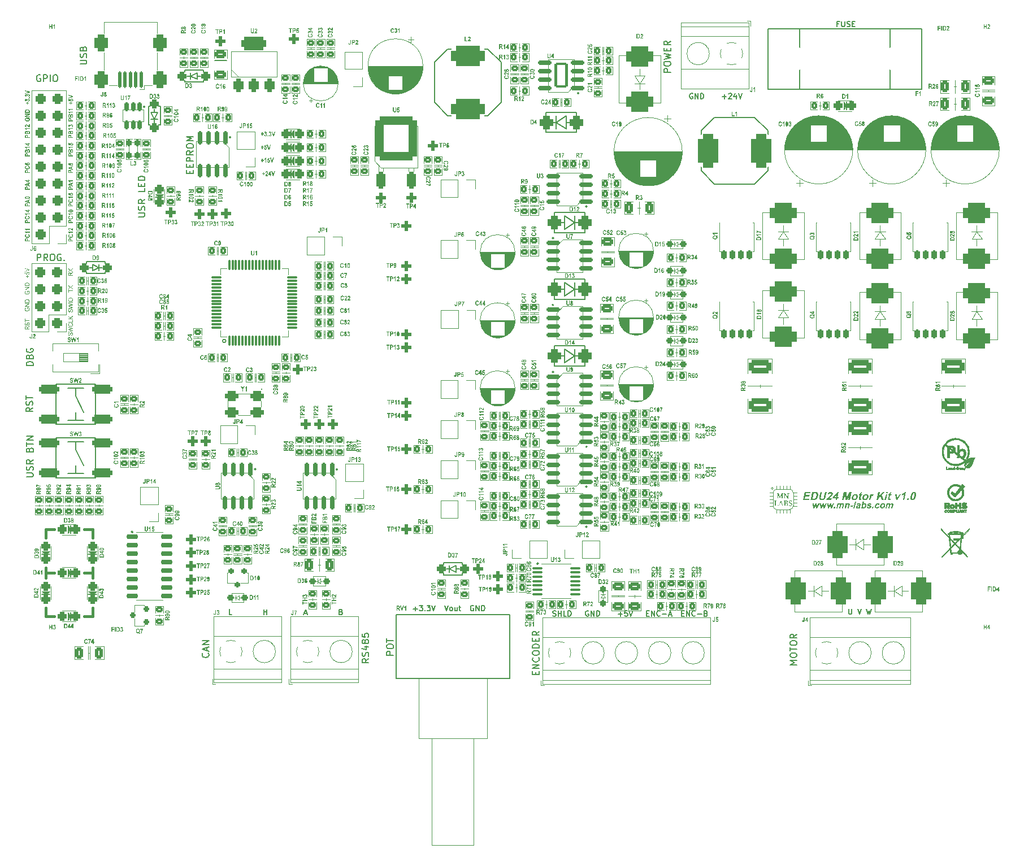
<source format=gbr>
%TF.GenerationSoftware,KiCad,Pcbnew,8.0.4*%
%TF.CreationDate,2024-09-01T17:29:21+03:00*%
%TF.ProjectId,STM32_Motor_Kit_v0.1,53544d33-325f-44d6-9f74-6f725f4b6974,rev?*%
%TF.SameCoordinates,Original*%
%TF.FileFunction,Legend,Top*%
%TF.FilePolarity,Positive*%
%FSLAX45Y45*%
G04 Gerber Fmt 4.5, Leading zero omitted, Abs format (unit mm)*
G04 Created by KiCad (PCBNEW 8.0.4) date 2024-09-01 17:29:21*
%MOMM*%
%LPD*%
G01*
G04 APERTURE LIST*
G04 Aperture macros list*
%AMRoundRect*
0 Rectangle with rounded corners*
0 $1 Rounding radius*
0 $2 $3 $4 $5 $6 $7 $8 $9 X,Y pos of 4 corners*
0 Add a 4 corners polygon primitive as box body*
4,1,4,$2,$3,$4,$5,$6,$7,$8,$9,$2,$3,0*
0 Add four circle primitives for the rounded corners*
1,1,$1+$1,$2,$3*
1,1,$1+$1,$4,$5*
1,1,$1+$1,$6,$7*
1,1,$1+$1,$8,$9*
0 Add four rect primitives between the rounded corners*
20,1,$1+$1,$2,$3,$4,$5,0*
20,1,$1+$1,$4,$5,$6,$7,0*
20,1,$1+$1,$6,$7,$8,$9,0*
20,1,$1+$1,$8,$9,$2,$3,0*%
%AMFreePoly0*
4,1,21,3.024497,2.399497,3.045000,2.350000,3.045000,-2.350000,3.024497,-2.399497,2.975000,-2.420000,1.425000,-2.420000,1.375503,-2.399497,1.355000,-2.350000,1.355000,-2.170000,-1.650000,-2.170000,-1.699497,-2.149497,-1.720000,-2.100000,-1.720000,2.100000,-1.699497,2.149497,-1.650000,2.170000,1.355000,2.170000,1.355000,2.350000,1.375503,2.399497,1.425000,2.420000,2.975000,2.420000,
3.024497,2.399497,3.024497,2.399497,$1*%
%AMFreePoly1*
4,1,25,-0.800000,0.400000,-0.780423,0.523607,-0.723607,0.635114,-0.635114,0.723607,-0.523607,0.780423,-0.400000,0.800000,0.400000,0.800000,0.523607,0.780423,0.635114,0.723607,0.723607,0.635114,0.780423,0.523607,0.800000,0.400000,0.800000,-0.400000,0.780423,-0.523607,0.723607,-0.635114,0.635114,-0.723607,0.523607,-0.780423,0.400000,-0.800000,-0.400000,-0.800000,-0.523607,-0.780423,
-0.635114,-0.723607,-0.723607,-0.635114,-0.780423,-0.523607,-0.800000,-0.400000,-0.800000,0.400000,-0.800000,0.400000,$1*%
G04 Aperture macros list end*
%ADD10C,0.400000*%
%ADD11C,0.100000*%
%ADD12C,0.200000*%
%ADD13C,0.300000*%
%ADD14C,0.120000*%
%ADD15C,0.150000*%
%ADD16C,0.010000*%
%ADD17RoundRect,0.180000X-0.270000X-0.320000X0.270000X-0.320000X0.270000X0.320000X-0.270000X0.320000X0*%
%ADD18RoundRect,0.325000X0.325000X0.325000X-0.325000X0.325000X-0.325000X-0.325000X0.325000X-0.325000X0*%
%ADD19RoundRect,0.180000X-0.320000X0.270000X-0.320000X-0.270000X0.320000X-0.270000X0.320000X0.270000X0*%
%ADD20R,1.700000X1.700000*%
%ADD21O,1.700000X1.700000*%
%ADD22RoundRect,0.150000X0.825000X0.150000X-0.825000X0.150000X-0.825000X-0.150000X0.825000X-0.150000X0*%
%ADD23RoundRect,0.499500X-0.250500X-0.250500X0.250500X-0.250500X0.250500X0.250500X-0.250500X0.250500X0*%
%ADD24RoundRect,0.180000X0.270000X0.320000X-0.270000X0.320000X-0.270000X-0.320000X0.270000X-0.320000X0*%
%ADD25RoundRect,0.162500X-0.162500X0.487500X-0.162500X-0.487500X0.162500X-0.487500X0.162500X0.487500X0*%
%ADD26RoundRect,0.200000X0.200000X0.300000X-0.200000X0.300000X-0.200000X-0.300000X0.200000X-0.300000X0*%
%ADD27R,1.600000X1.600000*%
%ADD28C,1.600000*%
%ADD29RoundRect,0.180000X0.320000X-0.270000X0.320000X0.270000X-0.320000X0.270000X-0.320000X-0.270000X0*%
%ADD30RoundRect,0.325000X0.337500X0.325000X-0.337500X0.325000X-0.337500X-0.325000X0.337500X-0.325000X0*%
%ADD31RoundRect,0.210000X-0.210000X-0.485000X0.210000X-0.485000X0.210000X0.485000X-0.210000X0.485000X0*%
%ADD32FreePoly0,90.000000*%
%ADD33RoundRect,0.400000X0.400000X0.400000X-0.400000X0.400000X-0.400000X-0.400000X0.400000X-0.400000X0*%
%ADD34C,0.800000*%
%ADD35C,5.600000*%
%ADD36RoundRect,0.325000X-0.325000X-0.325000X0.325000X-0.325000X0.325000X0.325000X-0.325000X0.325000X0*%
%ADD37RoundRect,0.325000X-0.337500X-0.325000X0.337500X-0.325000X0.337500X0.325000X-0.337500X0.325000X0*%
%ADD38RoundRect,0.499500X0.250500X0.250500X-0.250500X0.250500X-0.250500X-0.250500X0.250500X-0.250500X0*%
%ADD39RoundRect,0.350000X-1.150000X-0.350000X1.150000X-0.350000X1.150000X0.350000X-1.150000X0.350000X0*%
%ADD40RoundRect,0.200000X-0.300000X-0.200000X0.300000X-0.200000X0.300000X0.200000X-0.300000X0.200000X0*%
%ADD41RoundRect,0.240000X-0.610000X0.360000X-0.610000X-0.360000X0.610000X-0.360000X0.610000X0.360000X0*%
%ADD42R,2.000000X2.000000*%
%ADD43C,2.000000*%
%ADD44RoundRect,0.750000X-1.250000X-0.750000X1.250000X-0.750000X1.250000X0.750000X-1.250000X0.750000X0*%
%ADD45RoundRect,0.150000X-0.825000X-0.150000X0.825000X-0.150000X0.825000X0.150000X-0.825000X0.150000X0*%
%ADD46RoundRect,0.499500X-0.250500X0.250500X-0.250500X-0.250500X0.250500X-0.250500X0.250500X0.250500X0*%
%ADD47RoundRect,0.240000X-0.360000X-0.610000X0.360000X-0.610000X0.360000X0.610000X-0.360000X0.610000X0*%
%ADD48O,1.600000X1.600000*%
%ADD49RoundRect,0.750000X0.750000X-1.250000X0.750000X1.250000X-0.750000X1.250000X-0.750000X-1.250000X0*%
%ADD50RoundRect,0.375000X0.625000X0.375000X-0.625000X0.375000X-0.625000X-0.375000X0.625000X-0.375000X0*%
%ADD51RoundRect,0.325000X0.325000X-0.325000X0.325000X0.325000X-0.325000X0.325000X-0.325000X-0.325000X0*%
%ADD52RoundRect,0.400000X-1.300000X0.600000X-1.300000X-0.600000X1.300000X-0.600000X1.300000X0.600000X0*%
%ADD53C,0.900000*%
%ADD54RoundRect,0.125000X0.125000X1.125000X-0.125000X1.125000X-0.125000X-1.125000X0.125000X-1.125000X0*%
%ADD55RoundRect,0.500000X0.500000X0.750000X-0.500000X0.750000X-0.500000X-0.750000X0.500000X-0.750000X0*%
%ADD56RoundRect,0.325000X0.325000X-0.337500X0.325000X0.337500X-0.325000X0.337500X-0.325000X-0.337500X0*%
%ADD57R,2.600000X2.600000*%
%ADD58C,2.600000*%
%ADD59RoundRect,0.750000X0.750000X1.750000X-0.750000X1.750000X-0.750000X-1.750000X0.750000X-1.750000X0*%
%ADD60RoundRect,0.100000X-0.637500X-0.100000X0.637500X-0.100000X0.637500X0.100000X-0.637500X0.100000X0*%
%ADD61O,2.500000X4.000000*%
%ADD62RoundRect,0.500000X0.550000X0.500000X-0.550000X0.500000X-0.550000X-0.500000X0.550000X-0.500000X0*%
%ADD63RoundRect,0.499500X0.250500X-0.250500X0.250500X0.250500X-0.250500X0.250500X-0.250500X-0.250500X0*%
%ADD64RoundRect,0.200000X-0.200000X0.250000X-0.200000X-0.250000X0.200000X-0.250000X0.200000X0.250000X0*%
%ADD65RoundRect,0.150000X-0.150000X0.825000X-0.150000X-0.825000X0.150000X-0.825000X0.150000X0.825000X0*%
%ADD66RoundRect,0.150000X-0.725000X-0.150000X0.725000X-0.150000X0.725000X0.150000X-0.725000X0.150000X0*%
%ADD67RoundRect,0.500000X-0.550000X-0.500000X0.550000X-0.500000X0.550000X0.500000X-0.550000X0.500000X0*%
%ADD68RoundRect,0.375000X0.375000X-0.625000X0.375000X0.625000X-0.375000X0.625000X-0.375000X-0.625000X0*%
%ADD69RoundRect,0.500000X1.400000X-0.500000X1.400000X0.500000X-1.400000X0.500000X-1.400000X-0.500000X0*%
%ADD70RoundRect,0.350000X0.350000X-0.900000X0.350000X0.900000X-0.350000X0.900000X-0.350000X-0.900000X0*%
%ADD71RoundRect,0.620000X2.480000X-2.680000X2.480000X2.680000X-2.480000X2.680000X-2.480000X-2.680000X0*%
%ADD72RoundRect,0.075000X0.075000X-0.700000X0.075000X0.700000X-0.075000X0.700000X-0.075000X-0.700000X0*%
%ADD73RoundRect,0.075000X0.700000X-0.075000X0.700000X0.075000X-0.700000X0.075000X-0.700000X-0.075000X0*%
%ADD74FreePoly1,180.000000*%
%ADD75RoundRect,0.750000X1.750000X-0.750000X1.750000X0.750000X-1.750000X0.750000X-1.750000X-0.750000X0*%
%ADD76O,3.000000X4.000000*%
%ADD77RoundRect,0.200000X0.800000X1.700000X-0.800000X1.700000X-0.800000X-1.700000X0.800000X-1.700000X0*%
%ADD78RoundRect,0.200000X-0.200000X0.300000X-0.200000X-0.300000X0.200000X-0.300000X0.200000X0.300000X0*%
%ADD79RoundRect,0.750000X1.250000X0.750000X-1.250000X0.750000X-1.250000X-0.750000X1.250000X-0.750000X0*%
%ADD80RoundRect,0.200000X0.250000X0.200000X-0.250000X0.200000X-0.250000X-0.200000X0.250000X-0.200000X0*%
%ADD81RoundRect,0.240000X0.610000X-0.360000X0.610000X0.360000X-0.610000X0.360000X-0.610000X-0.360000X0*%
G04 APERTURE END LIST*
D10*
X5525000Y-13950000D02*
X5400000Y-13950000D01*
X5975000Y-13950000D02*
X6100000Y-13950000D01*
X5400000Y-12775000D02*
X5400000Y-12650000D01*
X6100000Y-13825000D02*
X6100000Y-13950000D01*
X6100000Y-13300000D02*
X6100000Y-13225000D01*
X5400000Y-13825000D02*
X5400000Y-13950000D01*
X6100000Y-12775000D02*
X6100000Y-12650000D01*
X6100000Y-13300000D02*
X6100000Y-13375000D01*
X5525000Y-12650000D02*
X5400000Y-12650000D01*
X6100000Y-13300000D02*
X5975000Y-13300000D01*
X5400000Y-13225000D02*
X5400000Y-13375000D01*
X5975000Y-12650000D02*
X6100000Y-12650000D01*
X5400000Y-13300000D02*
X5525000Y-13300000D01*
D11*
G36*
X5151003Y-6269256D02*
G01*
X5132401Y-6269256D01*
X5132401Y-6285083D01*
X5120365Y-6285083D01*
X5120365Y-6269256D01*
X5101764Y-6269256D01*
X5101764Y-6258705D01*
X5120365Y-6258705D01*
X5120365Y-6242834D01*
X5132401Y-6242834D01*
X5132401Y-6258705D01*
X5151003Y-6258705D01*
X5151003Y-6269256D01*
G37*
G36*
X5140659Y-6236401D02*
G01*
X5138967Y-6225190D01*
X5142327Y-6224604D01*
X5145538Y-6223363D01*
X5147105Y-6222303D01*
X5149117Y-6219886D01*
X5149898Y-6217031D01*
X5149909Y-6216617D01*
X5149297Y-6213704D01*
X5147461Y-6211224D01*
X5146712Y-6210594D01*
X5143744Y-6209000D01*
X5140349Y-6208250D01*
X5138078Y-6208132D01*
X5134529Y-6208464D01*
X5131357Y-6209572D01*
X5129939Y-6210491D01*
X5127780Y-6212915D01*
X5126942Y-6215789D01*
X5126930Y-6216207D01*
X5127286Y-6219157D01*
X5127939Y-6221526D01*
X5117082Y-6220251D01*
X5116890Y-6217282D01*
X5115922Y-6214456D01*
X5114928Y-6213085D01*
X5112261Y-6211228D01*
X5108842Y-6210609D01*
X5105469Y-6211249D01*
X5103696Y-6212426D01*
X5102035Y-6215154D01*
X5101764Y-6217247D01*
X5102396Y-6220153D01*
X5104003Y-6222318D01*
X5106949Y-6224081D01*
X5110517Y-6224868D01*
X5108551Y-6235536D01*
X5105086Y-6234820D01*
X5101724Y-6233816D01*
X5098619Y-6232456D01*
X5098122Y-6232180D01*
X5095421Y-6230249D01*
X5093192Y-6227820D01*
X5091967Y-6225923D01*
X5090692Y-6223040D01*
X5089946Y-6219931D01*
X5089727Y-6216910D01*
X5089945Y-6213831D01*
X5090752Y-6210539D01*
X5092152Y-6207571D01*
X5094146Y-6204928D01*
X5095933Y-6203237D01*
X5098895Y-6201183D01*
X5102068Y-6199801D01*
X5105452Y-6199091D01*
X5107423Y-6198988D01*
X5111219Y-6199403D01*
X5114663Y-6200651D01*
X5117755Y-6202730D01*
X5120126Y-6205174D01*
X5121904Y-6207678D01*
X5123060Y-6204639D01*
X5124860Y-6202006D01*
X5127304Y-6199780D01*
X5127871Y-6199383D01*
X5130944Y-6197737D01*
X5134396Y-6196701D01*
X5137824Y-6196289D01*
X5139035Y-6196262D01*
X5142501Y-6196466D01*
X5146296Y-6197222D01*
X5149822Y-6198535D01*
X5153080Y-6200404D01*
X5155243Y-6202080D01*
X5157521Y-6204356D01*
X5159582Y-6207266D01*
X5161003Y-6210450D01*
X5161709Y-6213396D01*
X5161945Y-6216544D01*
X5161738Y-6219518D01*
X5160974Y-6222740D01*
X5159648Y-6225696D01*
X5157758Y-6228385D01*
X5156064Y-6230143D01*
X5153310Y-6232286D01*
X5150212Y-6233995D01*
X5146768Y-6235271D01*
X5142979Y-6236114D01*
X5140659Y-6236401D01*
G37*
G36*
X5160851Y-6186810D02*
G01*
X5147720Y-6186810D01*
X5147720Y-6175218D01*
X5160851Y-6175218D01*
X5160851Y-6186810D01*
G37*
G36*
X5140659Y-6166352D02*
G01*
X5138967Y-6155141D01*
X5142327Y-6154555D01*
X5145538Y-6153314D01*
X5147105Y-6152254D01*
X5149117Y-6149837D01*
X5149898Y-6146982D01*
X5149909Y-6146568D01*
X5149297Y-6143655D01*
X5147461Y-6141175D01*
X5146712Y-6140545D01*
X5143744Y-6138951D01*
X5140349Y-6138201D01*
X5138078Y-6138083D01*
X5134529Y-6138415D01*
X5131357Y-6139523D01*
X5129939Y-6140443D01*
X5127780Y-6142866D01*
X5126942Y-6145741D01*
X5126930Y-6146158D01*
X5127286Y-6149108D01*
X5127939Y-6151478D01*
X5117082Y-6150203D01*
X5116890Y-6147233D01*
X5115922Y-6144408D01*
X5114928Y-6143037D01*
X5112261Y-6141179D01*
X5108842Y-6140560D01*
X5105469Y-6141201D01*
X5103696Y-6142377D01*
X5102035Y-6145105D01*
X5101764Y-6147198D01*
X5102396Y-6150104D01*
X5104003Y-6152269D01*
X5106949Y-6154032D01*
X5110517Y-6154819D01*
X5108551Y-6165487D01*
X5105086Y-6164772D01*
X5101724Y-6163767D01*
X5098619Y-6162407D01*
X5098122Y-6162131D01*
X5095421Y-6160200D01*
X5093192Y-6157771D01*
X5091967Y-6155874D01*
X5090692Y-6152991D01*
X5089946Y-6149882D01*
X5089727Y-6146861D01*
X5089945Y-6143782D01*
X5090752Y-6140490D01*
X5092152Y-6137522D01*
X5094146Y-6134879D01*
X5095933Y-6133189D01*
X5098895Y-6131134D01*
X5102068Y-6129752D01*
X5105452Y-6129043D01*
X5107423Y-6128939D01*
X5111219Y-6129355D01*
X5114663Y-6130602D01*
X5117755Y-6132681D01*
X5120126Y-6135125D01*
X5121904Y-6137629D01*
X5123060Y-6134590D01*
X5124860Y-6131957D01*
X5127304Y-6129731D01*
X5127871Y-6129334D01*
X5130944Y-6127688D01*
X5134396Y-6126652D01*
X5137824Y-6126240D01*
X5139035Y-6126213D01*
X5142501Y-6126418D01*
X5146296Y-6127173D01*
X5149822Y-6128486D01*
X5153080Y-6130355D01*
X5155243Y-6132031D01*
X5157521Y-6134308D01*
X5159582Y-6137218D01*
X5161003Y-6140401D01*
X5161709Y-6143348D01*
X5161945Y-6146495D01*
X5161738Y-6149469D01*
X5160974Y-6152691D01*
X5159648Y-6155647D01*
X5157758Y-6158337D01*
X5156064Y-6160094D01*
X5153310Y-6162237D01*
X5150212Y-6163946D01*
X5146768Y-6165222D01*
X5142979Y-6166065D01*
X5140659Y-6166352D01*
G37*
G36*
X5160851Y-6101256D02*
G01*
X5089727Y-6122857D01*
X5089727Y-6109624D01*
X5142249Y-6094339D01*
X5089727Y-6079538D01*
X5089727Y-6066598D01*
X5160851Y-6088228D01*
X5160851Y-6101256D01*
G37*
D12*
X5914222Y-5675533D02*
X5995174Y-5675533D01*
X5995174Y-5675533D02*
X6004698Y-5670771D01*
X6004698Y-5670771D02*
X6009460Y-5666009D01*
X6009460Y-5666009D02*
X6014222Y-5656485D01*
X6014222Y-5656485D02*
X6014222Y-5637437D01*
X6014222Y-5637437D02*
X6009460Y-5627914D01*
X6009460Y-5627914D02*
X6004698Y-5623152D01*
X6004698Y-5623152D02*
X5995174Y-5618390D01*
X5995174Y-5618390D02*
X5914222Y-5618390D01*
X6009460Y-5575533D02*
X6014222Y-5561247D01*
X6014222Y-5561247D02*
X6014222Y-5537437D01*
X6014222Y-5537437D02*
X6009460Y-5527914D01*
X6009460Y-5527914D02*
X6004698Y-5523152D01*
X6004698Y-5523152D02*
X5995174Y-5518390D01*
X5995174Y-5518390D02*
X5985650Y-5518390D01*
X5985650Y-5518390D02*
X5976127Y-5523152D01*
X5976127Y-5523152D02*
X5971365Y-5527914D01*
X5971365Y-5527914D02*
X5966603Y-5537437D01*
X5966603Y-5537437D02*
X5961841Y-5556485D01*
X5961841Y-5556485D02*
X5957079Y-5566009D01*
X5957079Y-5566009D02*
X5952317Y-5570771D01*
X5952317Y-5570771D02*
X5942793Y-5575533D01*
X5942793Y-5575533D02*
X5933269Y-5575533D01*
X5933269Y-5575533D02*
X5923746Y-5570771D01*
X5923746Y-5570771D02*
X5918984Y-5566009D01*
X5918984Y-5566009D02*
X5914222Y-5556485D01*
X5914222Y-5556485D02*
X5914222Y-5532676D01*
X5914222Y-5532676D02*
X5918984Y-5518390D01*
X5961841Y-5442199D02*
X5966603Y-5427914D01*
X5966603Y-5427914D02*
X5971365Y-5423152D01*
X5971365Y-5423152D02*
X5980888Y-5418390D01*
X5980888Y-5418390D02*
X5995174Y-5418390D01*
X5995174Y-5418390D02*
X6004698Y-5423152D01*
X6004698Y-5423152D02*
X6009460Y-5427914D01*
X6009460Y-5427914D02*
X6014222Y-5437437D01*
X6014222Y-5437437D02*
X6014222Y-5475533D01*
X6014222Y-5475533D02*
X5914222Y-5475533D01*
X5914222Y-5475533D02*
X5914222Y-5442199D01*
X5914222Y-5442199D02*
X5918984Y-5432676D01*
X5918984Y-5432676D02*
X5923746Y-5427914D01*
X5923746Y-5427914D02*
X5933269Y-5423152D01*
X5933269Y-5423152D02*
X5942793Y-5423152D01*
X5942793Y-5423152D02*
X5952317Y-5427914D01*
X5952317Y-5427914D02*
X5957079Y-5432676D01*
X5957079Y-5432676D02*
X5961841Y-5442199D01*
X5961841Y-5442199D02*
X5961841Y-5475533D01*
D13*
G36*
X16747017Y-12209600D02*
G01*
X16772369Y-12087674D01*
X16860003Y-12087674D01*
X16855724Y-12108308D01*
X16791977Y-12108308D01*
X16786496Y-12134568D01*
X16845818Y-12134568D01*
X16841539Y-12155202D01*
X16782217Y-12155202D01*
X16775183Y-12188966D01*
X16841187Y-12188966D01*
X16836908Y-12209600D01*
X16747017Y-12209600D01*
G37*
G36*
X16933974Y-12087785D02*
G01*
X16940056Y-12088183D01*
X16946339Y-12089087D01*
X16949865Y-12089989D01*
X16955570Y-12092449D01*
X16960485Y-12095869D01*
X16964610Y-12100252D01*
X16965341Y-12101244D01*
X16968510Y-12106636D01*
X16970643Y-12112097D01*
X16972095Y-12118132D01*
X16972521Y-12120998D01*
X16972939Y-12127173D01*
X16972787Y-12133139D01*
X16972154Y-12139628D01*
X16971226Y-12145608D01*
X16970411Y-12149809D01*
X16968907Y-12156190D01*
X16967140Y-12162174D01*
X16965108Y-12167764D01*
X16962464Y-12173667D01*
X16961384Y-12175748D01*
X16958110Y-12181327D01*
X16954573Y-12186420D01*
X16950773Y-12191029D01*
X16946106Y-12195701D01*
X16944267Y-12197290D01*
X16939196Y-12200923D01*
X16934010Y-12203732D01*
X16928236Y-12206106D01*
X16925480Y-12207021D01*
X16919738Y-12208381D01*
X16913772Y-12209174D01*
X16907835Y-12209537D01*
X16903821Y-12209600D01*
X16858890Y-12209600D01*
X16863180Y-12188966D01*
X16887056Y-12188966D01*
X16904846Y-12188966D01*
X16911094Y-12188828D01*
X16917243Y-12188251D01*
X16919560Y-12187794D01*
X16925275Y-12185786D01*
X16930228Y-12182753D01*
X16934412Y-12178389D01*
X16937610Y-12173443D01*
X16938904Y-12171000D01*
X16941369Y-12165292D01*
X16943388Y-12159167D01*
X16945022Y-12152936D01*
X16945967Y-12148666D01*
X16947069Y-12142811D01*
X16947884Y-12136886D01*
X16948239Y-12130628D01*
X16948048Y-12127007D01*
X16946820Y-12121030D01*
X16944165Y-12115765D01*
X16943740Y-12115224D01*
X16938922Y-12111315D01*
X16933892Y-12109480D01*
X16927858Y-12108678D01*
X16921994Y-12108400D01*
X16915478Y-12108309D01*
X16914577Y-12108308D01*
X16903850Y-12108308D01*
X16887056Y-12188966D01*
X16863180Y-12188966D01*
X16884242Y-12087674D01*
X16927883Y-12087674D01*
X16933974Y-12087785D01*
G37*
G36*
X17005377Y-12087674D02*
G01*
X17029264Y-12087674D01*
X17015488Y-12153854D01*
X17014217Y-12160210D01*
X17013134Y-12166175D01*
X17012291Y-12172116D01*
X17012147Y-12174253D01*
X17013047Y-12180252D01*
X17016066Y-12185421D01*
X17016925Y-12186299D01*
X17022138Y-12189405D01*
X17028169Y-12190682D01*
X17031726Y-12190842D01*
X17037694Y-12190424D01*
X17043783Y-12188819D01*
X17047963Y-12186563D01*
X17052559Y-12182423D01*
X17055902Y-12177165D01*
X17056375Y-12176012D01*
X17058224Y-12170167D01*
X17059730Y-12164258D01*
X17061154Y-12157908D01*
X17061709Y-12155261D01*
X17075777Y-12087674D01*
X17099635Y-12087674D01*
X17086329Y-12151597D01*
X17084926Y-12158134D01*
X17083558Y-12164043D01*
X17081962Y-12170304D01*
X17080162Y-12176465D01*
X17078187Y-12181998D01*
X17077946Y-12182577D01*
X17075302Y-12187962D01*
X17071784Y-12193252D01*
X17067629Y-12197876D01*
X17062823Y-12201850D01*
X17057840Y-12204946D01*
X17052274Y-12207549D01*
X17051685Y-12207783D01*
X17045999Y-12209568D01*
X17039588Y-12210769D01*
X17033283Y-12211346D01*
X17028179Y-12211476D01*
X17022153Y-12211335D01*
X17015919Y-12210813D01*
X17009846Y-12209746D01*
X17003830Y-12207707D01*
X17003325Y-12207460D01*
X16997975Y-12204093D01*
X16993501Y-12199692D01*
X16991660Y-12196997D01*
X16989226Y-12191656D01*
X16987924Y-12185678D01*
X16987791Y-12183485D01*
X16988043Y-12176812D01*
X16988722Y-12170531D01*
X16989641Y-12164388D01*
X16990872Y-12157545D01*
X16991865Y-12152594D01*
X17005377Y-12087674D01*
G37*
G36*
X17177627Y-12187090D02*
G01*
X17172937Y-12209600D01*
X17093509Y-12209600D01*
X17095720Y-12203628D01*
X17098543Y-12197818D01*
X17101978Y-12192168D01*
X17105485Y-12187357D01*
X17106024Y-12186680D01*
X17110506Y-12181598D01*
X17115419Y-12176703D01*
X17120269Y-12172245D01*
X17125805Y-12167442D01*
X17130729Y-12163352D01*
X17136093Y-12159040D01*
X17137502Y-12157928D01*
X17142891Y-12153632D01*
X17147606Y-12149792D01*
X17152377Y-12145787D01*
X17157231Y-12141469D01*
X17160364Y-12138320D01*
X17164037Y-12133444D01*
X17166774Y-12128173D01*
X17167955Y-12124252D01*
X17168440Y-12118211D01*
X17166343Y-12112440D01*
X17161487Y-12109099D01*
X17155967Y-12108308D01*
X17150142Y-12109138D01*
X17144748Y-12111870D01*
X17143775Y-12112645D01*
X17139761Y-12117540D01*
X17137237Y-12122929D01*
X17135920Y-12127065D01*
X17113821Y-12124779D01*
X17115881Y-12118853D01*
X17118252Y-12113474D01*
X17121507Y-12107743D01*
X17125209Y-12102802D01*
X17129359Y-12098650D01*
X17132373Y-12096320D01*
X17137991Y-12092951D01*
X17143946Y-12090410D01*
X17150237Y-12088696D01*
X17156865Y-12087809D01*
X17160803Y-12087674D01*
X17167031Y-12088012D01*
X17173453Y-12089260D01*
X17178966Y-12091429D01*
X17184153Y-12095034D01*
X17186302Y-12097287D01*
X17189616Y-12102374D01*
X17191556Y-12108051D01*
X17192122Y-12114318D01*
X17191490Y-12120285D01*
X17191314Y-12121174D01*
X17189678Y-12127156D01*
X17187275Y-12132924D01*
X17185247Y-12136649D01*
X17181812Y-12141774D01*
X17177975Y-12146582D01*
X17173938Y-12151032D01*
X17172967Y-12152037D01*
X17168483Y-12156258D01*
X17163480Y-12160536D01*
X17158759Y-12164377D01*
X17154941Y-12167395D01*
X17149781Y-12171448D01*
X17144969Y-12175296D01*
X17140242Y-12179224D01*
X17138587Y-12180701D01*
X17134424Y-12184934D01*
X17132637Y-12187090D01*
X17177627Y-12187090D01*
G37*
G36*
X17265554Y-12164581D02*
G01*
X17280238Y-12164581D01*
X17275959Y-12185215D01*
X17261275Y-12185215D01*
X17256204Y-12209600D01*
X17234281Y-12209600D01*
X17239352Y-12185215D01*
X17190992Y-12185215D01*
X17195271Y-12164669D01*
X17195349Y-12164581D01*
X17216461Y-12164581D01*
X17243631Y-12164581D01*
X17251896Y-12124838D01*
X17216461Y-12164581D01*
X17195349Y-12164581D01*
X17262184Y-12089550D01*
X17281176Y-12089550D01*
X17265554Y-12164581D01*
G37*
G36*
X17334636Y-12209600D02*
G01*
X17359988Y-12087674D01*
X17395716Y-12087674D01*
X17399849Y-12170853D01*
X17438361Y-12087674D01*
X17474147Y-12087674D01*
X17448795Y-12209600D01*
X17426637Y-12209600D01*
X17446597Y-12113612D01*
X17403161Y-12209600D01*
X17380182Y-12209600D01*
X17376753Y-12113612D01*
X17356793Y-12209600D01*
X17334636Y-12209600D01*
G37*
G36*
X17539184Y-12120018D02*
G01*
X17545448Y-12121384D01*
X17551029Y-12123661D01*
X17556679Y-12127469D01*
X17560783Y-12131720D01*
X17561401Y-12132517D01*
X17564562Y-12137616D01*
X17566749Y-12143197D01*
X17567961Y-12149261D01*
X17568198Y-12155807D01*
X17567461Y-12162835D01*
X17566999Y-12165284D01*
X17565435Y-12171347D01*
X17563328Y-12177077D01*
X17560677Y-12182475D01*
X17557482Y-12187541D01*
X17553744Y-12192275D01*
X17549461Y-12196677D01*
X17547596Y-12198345D01*
X17542732Y-12202128D01*
X17537686Y-12205269D01*
X17531388Y-12208193D01*
X17524826Y-12210193D01*
X17518001Y-12211271D01*
X17513304Y-12211476D01*
X17506853Y-12211044D01*
X17500754Y-12209751D01*
X17495007Y-12207595D01*
X17491967Y-12206024D01*
X17487082Y-12202540D01*
X17482801Y-12197728D01*
X17479981Y-12192551D01*
X17479042Y-12189992D01*
X17477675Y-12183693D01*
X17477320Y-12177483D01*
X17477332Y-12177287D01*
X17500697Y-12177287D01*
X17501761Y-12183522D01*
X17503368Y-12187120D01*
X17507346Y-12191674D01*
X17513041Y-12194236D01*
X17516704Y-12194594D01*
X17522637Y-12193710D01*
X17528265Y-12191061D01*
X17533117Y-12187120D01*
X17537021Y-12182364D01*
X17539876Y-12177237D01*
X17542152Y-12171264D01*
X17543669Y-12165343D01*
X17544660Y-12158785D01*
X17544675Y-12152371D01*
X17543328Y-12146440D01*
X17542115Y-12143947D01*
X17538156Y-12139375D01*
X17532471Y-12136803D01*
X17528809Y-12136444D01*
X17522869Y-12137331D01*
X17517220Y-12139991D01*
X17512337Y-12143947D01*
X17508436Y-12148675D01*
X17505272Y-12154451D01*
X17503078Y-12160465D01*
X17501815Y-12165519D01*
X17500888Y-12171371D01*
X17500697Y-12177287D01*
X17477332Y-12177287D01*
X17477673Y-12171577D01*
X17478647Y-12165231D01*
X17478837Y-12164288D01*
X17480388Y-12158532D01*
X17482610Y-12152872D01*
X17485503Y-12147307D01*
X17489066Y-12141837D01*
X17493202Y-12136736D01*
X17497785Y-12132275D01*
X17502815Y-12128456D01*
X17508292Y-12125277D01*
X17514064Y-12122777D01*
X17519979Y-12120991D01*
X17526037Y-12119919D01*
X17532238Y-12119562D01*
X17539184Y-12120018D01*
G37*
G36*
X17634820Y-12121438D02*
G01*
X17631332Y-12138320D01*
X17615857Y-12138320D01*
X17607885Y-12176598D01*
X17606725Y-12182376D01*
X17605687Y-12188312D01*
X17605511Y-12190168D01*
X17606859Y-12193363D01*
X17610405Y-12194594D01*
X17616296Y-12193541D01*
X17619990Y-12192366D01*
X17618612Y-12208428D01*
X17612575Y-12210163D01*
X17606787Y-12211116D01*
X17600712Y-12211473D01*
X17600089Y-12211476D01*
X17594043Y-12210864D01*
X17589479Y-12209307D01*
X17584684Y-12205729D01*
X17583412Y-12203709D01*
X17582150Y-12197844D01*
X17582181Y-12194418D01*
X17582928Y-12188138D01*
X17584035Y-12182063D01*
X17584936Y-12177624D01*
X17593113Y-12138320D01*
X17582708Y-12138320D01*
X17586196Y-12121438D01*
X17596601Y-12121438D01*
X17600118Y-12104556D01*
X17625588Y-12091425D01*
X17619345Y-12121438D01*
X17634820Y-12121438D01*
G37*
G36*
X17697688Y-12120018D02*
G01*
X17703952Y-12121384D01*
X17709533Y-12123661D01*
X17715183Y-12127469D01*
X17719287Y-12131720D01*
X17719904Y-12132517D01*
X17723066Y-12137616D01*
X17725253Y-12143197D01*
X17726465Y-12149261D01*
X17726702Y-12155807D01*
X17725965Y-12162835D01*
X17725502Y-12165284D01*
X17723939Y-12171347D01*
X17721832Y-12177077D01*
X17719181Y-12182475D01*
X17715986Y-12187541D01*
X17712247Y-12192275D01*
X17707965Y-12196677D01*
X17706100Y-12198345D01*
X17701236Y-12202128D01*
X17696190Y-12205269D01*
X17689892Y-12208193D01*
X17683330Y-12210193D01*
X17676505Y-12211271D01*
X17671808Y-12211476D01*
X17665357Y-12211044D01*
X17659258Y-12209751D01*
X17653511Y-12207595D01*
X17650471Y-12206024D01*
X17645586Y-12202540D01*
X17641305Y-12197728D01*
X17638485Y-12192551D01*
X17637546Y-12189992D01*
X17636179Y-12183693D01*
X17635824Y-12177483D01*
X17635835Y-12177287D01*
X17659200Y-12177287D01*
X17660265Y-12183522D01*
X17661872Y-12187120D01*
X17665850Y-12191674D01*
X17671544Y-12194236D01*
X17675208Y-12194594D01*
X17681141Y-12193710D01*
X17686769Y-12191061D01*
X17691621Y-12187120D01*
X17695525Y-12182364D01*
X17698380Y-12177237D01*
X17700656Y-12171264D01*
X17702172Y-12165343D01*
X17703163Y-12158785D01*
X17703179Y-12152371D01*
X17701832Y-12146440D01*
X17700619Y-12143947D01*
X17696659Y-12139375D01*
X17690975Y-12136803D01*
X17687313Y-12136444D01*
X17681373Y-12137331D01*
X17675724Y-12139991D01*
X17670841Y-12143947D01*
X17666940Y-12148675D01*
X17663775Y-12154451D01*
X17661582Y-12160465D01*
X17660319Y-12165519D01*
X17659391Y-12171371D01*
X17659200Y-12177287D01*
X17635835Y-12177287D01*
X17636177Y-12171577D01*
X17637151Y-12165231D01*
X17637341Y-12164288D01*
X17638892Y-12158532D01*
X17641114Y-12152872D01*
X17644007Y-12147307D01*
X17647569Y-12141837D01*
X17651706Y-12136736D01*
X17656289Y-12132275D01*
X17661319Y-12128456D01*
X17666796Y-12125277D01*
X17672568Y-12122777D01*
X17678483Y-12120991D01*
X17684541Y-12119919D01*
X17690742Y-12119562D01*
X17697688Y-12120018D01*
G37*
G36*
X17757420Y-12209600D02*
G01*
X17734793Y-12209600D01*
X17753112Y-12121438D01*
X17774156Y-12121438D01*
X17771576Y-12133894D01*
X17775461Y-12129412D01*
X17779698Y-12125237D01*
X17783681Y-12122317D01*
X17789382Y-12120090D01*
X17794086Y-12119562D01*
X17800111Y-12120346D01*
X17805615Y-12122697D01*
X17807978Y-12124310D01*
X17796489Y-12145882D01*
X17791243Y-12142909D01*
X17786641Y-12142072D01*
X17780775Y-12143208D01*
X17778024Y-12144709D01*
X17773863Y-12149022D01*
X17770844Y-12154235D01*
X17768635Y-12159995D01*
X17766946Y-12165782D01*
X17765405Y-12171891D01*
X17764054Y-12177794D01*
X17762930Y-12183046D01*
X17757420Y-12209600D01*
G37*
G36*
X17848191Y-12209600D02*
G01*
X17873543Y-12087674D01*
X17897401Y-12087674D01*
X17886204Y-12141573D01*
X17945643Y-12087674D01*
X17977708Y-12087674D01*
X17923339Y-12135155D01*
X17954759Y-12209600D01*
X17923896Y-12209600D01*
X17903233Y-12152828D01*
X17879669Y-12172934D01*
X17872048Y-12209600D01*
X17848191Y-12209600D01*
G37*
G36*
X17989988Y-12108308D02*
G01*
X17994267Y-12087674D01*
X18016953Y-12087674D01*
X18012673Y-12108308D01*
X17989988Y-12108308D01*
G37*
G36*
X17968915Y-12209600D02*
G01*
X17987233Y-12121438D01*
X18009918Y-12121438D01*
X17991600Y-12209600D01*
X17968915Y-12209600D01*
G37*
G36*
X18073167Y-12121438D02*
G01*
X18069680Y-12138320D01*
X18054204Y-12138320D01*
X18046232Y-12176598D01*
X18045073Y-12182376D01*
X18044034Y-12188312D01*
X18043858Y-12190168D01*
X18045207Y-12193363D01*
X18048753Y-12194594D01*
X18054643Y-12193541D01*
X18058337Y-12192366D01*
X18056960Y-12208428D01*
X18050923Y-12210163D01*
X18045134Y-12211116D01*
X18039059Y-12211473D01*
X18038436Y-12211476D01*
X18032391Y-12210864D01*
X18027826Y-12209307D01*
X18023032Y-12205729D01*
X18021759Y-12203709D01*
X18020497Y-12197844D01*
X18020528Y-12194418D01*
X18021276Y-12188138D01*
X18022383Y-12182063D01*
X18023283Y-12177624D01*
X18031461Y-12138320D01*
X18021056Y-12138320D01*
X18024544Y-12121438D01*
X18034948Y-12121438D01*
X18038465Y-12104556D01*
X18063935Y-12091425D01*
X18057692Y-12121438D01*
X18073167Y-12121438D01*
G37*
G36*
X18141722Y-12209600D02*
G01*
X18125514Y-12121438D01*
X18149313Y-12121438D01*
X18156083Y-12166428D01*
X18157636Y-12181463D01*
X18160379Y-12176258D01*
X18161564Y-12173901D01*
X18164378Y-12168535D01*
X18165521Y-12166428D01*
X18191137Y-12121438D01*
X18214438Y-12121438D01*
X18162091Y-12209600D01*
X18141722Y-12209600D01*
G37*
G36*
X18264732Y-12209600D02*
G01*
X18242105Y-12209600D01*
X18260453Y-12121379D01*
X18255670Y-12125193D01*
X18250737Y-12128683D01*
X18245653Y-12131849D01*
X18240420Y-12134692D01*
X18235036Y-12137212D01*
X18229501Y-12139408D01*
X18227246Y-12140196D01*
X18231935Y-12117686D01*
X18237467Y-12115642D01*
X18243411Y-12112771D01*
X18249041Y-12109527D01*
X18253477Y-12106666D01*
X18258487Y-12102972D01*
X18262924Y-12099021D01*
X18267295Y-12094188D01*
X18270919Y-12089019D01*
X18271708Y-12087674D01*
X18290084Y-12087674D01*
X18264732Y-12209600D01*
G37*
G36*
X18305032Y-12209600D02*
G01*
X18309722Y-12187090D01*
X18332407Y-12187090D01*
X18327717Y-12209600D01*
X18305032Y-12209600D01*
G37*
G36*
X18416592Y-12088116D02*
G01*
X18422788Y-12089749D01*
X18428021Y-12092585D01*
X18432292Y-12096625D01*
X18434754Y-12100247D01*
X18437362Y-12106519D01*
X18438698Y-12112797D01*
X18439275Y-12120031D01*
X18439190Y-12126507D01*
X18438618Y-12133594D01*
X18437559Y-12141293D01*
X18436446Y-12147469D01*
X18436015Y-12149604D01*
X18434602Y-12155886D01*
X18433057Y-12161827D01*
X18430791Y-12169221D01*
X18428290Y-12176009D01*
X18425553Y-12182194D01*
X18422581Y-12187773D01*
X18419373Y-12192749D01*
X18415033Y-12198117D01*
X18414121Y-12199078D01*
X18409374Y-12203291D01*
X18404280Y-12206633D01*
X18398837Y-12209103D01*
X18393046Y-12210701D01*
X18386906Y-12211427D01*
X18384782Y-12211476D01*
X18378653Y-12210998D01*
X18372347Y-12209231D01*
X18366949Y-12206163D01*
X18362461Y-12201794D01*
X18359811Y-12197876D01*
X18357436Y-12192027D01*
X18356261Y-12186009D01*
X18355818Y-12178950D01*
X18355933Y-12174649D01*
X18379147Y-12174649D01*
X18379155Y-12178005D01*
X18380078Y-12184104D01*
X18382291Y-12188292D01*
X18387822Y-12190780D01*
X18389061Y-12190842D01*
X18394793Y-12189494D01*
X18396946Y-12188234D01*
X18401004Y-12184001D01*
X18403892Y-12178913D01*
X18406230Y-12173099D01*
X18408068Y-12167263D01*
X18409657Y-12161345D01*
X18411259Y-12154582D01*
X18412333Y-12149604D01*
X18413553Y-12143472D01*
X18414710Y-12136946D01*
X18415635Y-12130481D01*
X18416133Y-12124607D01*
X18416114Y-12121262D01*
X18415177Y-12115135D01*
X18412978Y-12110916D01*
X18407483Y-12108371D01*
X18406237Y-12108308D01*
X18400517Y-12109655D01*
X18398352Y-12110916D01*
X18394289Y-12115149D01*
X18391435Y-12120236D01*
X18389085Y-12126091D01*
X18387244Y-12131945D01*
X18385657Y-12137870D01*
X18384062Y-12144632D01*
X18382994Y-12149604D01*
X18381765Y-12155746D01*
X18380597Y-12162283D01*
X18379659Y-12168760D01*
X18379147Y-12174649D01*
X18355933Y-12174649D01*
X18355989Y-12172554D01*
X18356629Y-12165491D01*
X18357737Y-12157763D01*
X18358875Y-12151531D01*
X18359313Y-12149370D01*
X18360715Y-12143119D01*
X18362251Y-12137206D01*
X18364508Y-12129846D01*
X18367003Y-12123085D01*
X18369736Y-12116922D01*
X18372707Y-12111359D01*
X18375917Y-12106395D01*
X18380263Y-12101032D01*
X18381177Y-12100072D01*
X18385924Y-12095858D01*
X18391018Y-12092517D01*
X18396461Y-12090047D01*
X18402252Y-12088449D01*
X18408392Y-12087722D01*
X18410516Y-12087674D01*
X18416592Y-12088116D01*
G37*
D11*
G36*
X5784814Y-9746204D02*
G01*
X5784027Y-9738672D01*
X5787590Y-9738133D01*
X5790941Y-9737166D01*
X5793089Y-9736181D01*
X5795741Y-9734230D01*
X5797794Y-9731798D01*
X5798816Y-9730099D01*
X5800052Y-9727138D01*
X5800731Y-9724240D01*
X5800985Y-9721143D01*
X5800988Y-9720823D01*
X5800800Y-9717806D01*
X5800166Y-9714803D01*
X5799398Y-9712748D01*
X5797765Y-9710018D01*
X5795347Y-9707751D01*
X5795004Y-9707531D01*
X5791885Y-9706193D01*
X5788900Y-9705816D01*
X5785414Y-9706340D01*
X5783070Y-9707472D01*
X5780762Y-9709652D01*
X5779079Y-9712443D01*
X5778864Y-9712909D01*
X5777758Y-9715858D01*
X5776754Y-9719039D01*
X5775839Y-9722157D01*
X5775410Y-9723666D01*
X5774535Y-9726612D01*
X5773539Y-9729607D01*
X5772432Y-9732445D01*
X5770965Y-9735331D01*
X5768970Y-9738043D01*
X5766676Y-9740236D01*
X5764332Y-9741779D01*
X5761235Y-9743074D01*
X5757869Y-9743771D01*
X5755475Y-9743904D01*
X5751858Y-9743597D01*
X5748410Y-9742678D01*
X5745422Y-9741310D01*
X5742715Y-9739448D01*
X5740448Y-9737122D01*
X5738622Y-9734332D01*
X5738310Y-9733719D01*
X5737136Y-9730827D01*
X5736347Y-9727756D01*
X5735941Y-9724507D01*
X5735882Y-9722625D01*
X5736041Y-9719368D01*
X5736519Y-9716309D01*
X5737315Y-9713448D01*
X5738430Y-9710784D01*
X5740044Y-9708087D01*
X5742284Y-9705531D01*
X5744996Y-9703438D01*
X5745901Y-9702900D01*
X5749116Y-9701420D01*
X5752585Y-9700440D01*
X5756307Y-9699961D01*
X5757082Y-9699925D01*
X5757766Y-9707590D01*
X5754220Y-9708170D01*
X5750896Y-9709364D01*
X5747987Y-9711345D01*
X5747542Y-9711781D01*
X5745721Y-9714339D01*
X5744659Y-9717208D01*
X5744173Y-9720211D01*
X5744089Y-9722303D01*
X5744238Y-9725289D01*
X5744776Y-9728241D01*
X5745998Y-9731240D01*
X5747217Y-9732883D01*
X5749734Y-9734902D01*
X5753132Y-9736079D01*
X5754740Y-9736195D01*
X5758228Y-9735606D01*
X5761032Y-9733836D01*
X5762898Y-9731064D01*
X5764163Y-9728052D01*
X5765123Y-9725183D01*
X5766093Y-9721790D01*
X5766884Y-9718894D01*
X5767793Y-9715812D01*
X5768797Y-9712760D01*
X5769999Y-9709695D01*
X5770623Y-9708410D01*
X5772350Y-9705662D01*
X5774550Y-9703122D01*
X5777314Y-9700953D01*
X5777855Y-9700629D01*
X5781022Y-9699194D01*
X5784504Y-9698354D01*
X5787943Y-9698108D01*
X5791416Y-9698379D01*
X5794763Y-9699190D01*
X5797982Y-9700542D01*
X5798611Y-9700878D01*
X5801525Y-9702836D01*
X5804005Y-9705266D01*
X5805865Y-9707857D01*
X5806407Y-9708806D01*
X5807754Y-9711818D01*
X5808582Y-9714666D01*
X5809061Y-9717676D01*
X5809194Y-9720442D01*
X5809094Y-9723426D01*
X5808723Y-9726672D01*
X5808079Y-9729664D01*
X5807008Y-9732772D01*
X5806339Y-9734202D01*
X5804733Y-9736823D01*
X5802499Y-9739414D01*
X5799814Y-9741627D01*
X5797773Y-9742893D01*
X5794433Y-9744428D01*
X5790854Y-9745491D01*
X5787473Y-9746039D01*
X5784814Y-9746204D01*
G37*
G36*
X5808100Y-9676962D02*
G01*
X5736976Y-9692994D01*
X5736976Y-9684787D01*
X5783668Y-9675599D01*
X5787329Y-9674883D01*
X5790977Y-9674218D01*
X5794613Y-9673601D01*
X5798235Y-9673034D01*
X5794902Y-9672361D01*
X5791527Y-9671676D01*
X5788084Y-9670968D01*
X5785070Y-9670323D01*
X5736976Y-9658819D01*
X5736976Y-9649177D01*
X5773017Y-9640516D01*
X5776347Y-9639731D01*
X5780438Y-9638829D01*
X5784449Y-9638017D01*
X5788382Y-9637293D01*
X5792235Y-9636658D01*
X5796009Y-9636111D01*
X5798235Y-9635826D01*
X5794734Y-9635203D01*
X5790986Y-9634493D01*
X5787502Y-9633799D01*
X5783829Y-9633037D01*
X5782745Y-9632807D01*
X5736976Y-9623341D01*
X5736976Y-9615295D01*
X5808100Y-9631870D01*
X5808100Y-9639578D01*
X5753851Y-9652313D01*
X5750439Y-9653108D01*
X5746976Y-9653893D01*
X5745491Y-9654203D01*
X5748966Y-9654899D01*
X5752505Y-9655664D01*
X5753851Y-9655976D01*
X5808100Y-9668799D01*
X5808100Y-9676962D01*
G37*
G36*
X5782933Y-9565147D02*
G01*
X5785293Y-9557146D01*
X5788801Y-9558032D01*
X5792039Y-9559113D01*
X5795568Y-9560670D01*
X5798707Y-9562510D01*
X5801457Y-9564631D01*
X5803073Y-9566202D01*
X5805153Y-9568750D01*
X5806803Y-9571503D01*
X5808023Y-9574462D01*
X5808812Y-9577625D01*
X5809170Y-9580993D01*
X5809194Y-9582161D01*
X5809080Y-9585127D01*
X5808643Y-9588450D01*
X5807877Y-9591517D01*
X5806783Y-9594327D01*
X5805092Y-9597281D01*
X5804527Y-9598061D01*
X5802285Y-9600595D01*
X5799644Y-9602850D01*
X5796604Y-9604826D01*
X5793165Y-9606523D01*
X5791020Y-9607367D01*
X5787653Y-9608453D01*
X5784195Y-9609314D01*
X5780646Y-9609950D01*
X5777005Y-9610362D01*
X5773273Y-9610549D01*
X5772008Y-9610562D01*
X5767953Y-9610435D01*
X5764098Y-9610055D01*
X5760442Y-9609421D01*
X5756986Y-9608534D01*
X5753730Y-9607393D01*
X5752689Y-9606957D01*
X5749273Y-9605234D01*
X5746237Y-9603219D01*
X5743581Y-9600912D01*
X5741304Y-9598314D01*
X5740174Y-9596699D01*
X5738501Y-9593718D01*
X5737240Y-9590612D01*
X5736389Y-9587379D01*
X5735949Y-9584020D01*
X5735882Y-9582044D01*
X5736074Y-9578744D01*
X5736649Y-9575647D01*
X5737608Y-9572752D01*
X5739211Y-9569632D01*
X5741336Y-9566789D01*
X5743935Y-9564262D01*
X5746959Y-9562095D01*
X5749890Y-9560524D01*
X5753133Y-9559216D01*
X5756689Y-9558172D01*
X5758861Y-9566056D01*
X5755624Y-9567064D01*
X5752427Y-9568439D01*
X5749468Y-9570271D01*
X5747406Y-9572152D01*
X5745512Y-9574853D01*
X5744320Y-9577954D01*
X5743847Y-9581088D01*
X5743815Y-9582205D01*
X5744003Y-9585142D01*
X5744679Y-9588232D01*
X5745847Y-9591038D01*
X5747747Y-9593856D01*
X5750172Y-9596266D01*
X5753021Y-9598238D01*
X5756294Y-9599772D01*
X5758296Y-9600435D01*
X5761631Y-9601263D01*
X5765020Y-9601853D01*
X5768462Y-9602208D01*
X5771957Y-9602326D01*
X5775818Y-9602219D01*
X5779459Y-9601897D01*
X5782878Y-9601360D01*
X5786516Y-9600484D01*
X5787806Y-9600084D01*
X5790970Y-9598801D01*
X5794021Y-9596987D01*
X5796534Y-9594781D01*
X5797910Y-9593094D01*
X5799530Y-9590361D01*
X5800620Y-9587506D01*
X5801179Y-9584528D01*
X5801261Y-9582821D01*
X5800973Y-9579593D01*
X5800107Y-9576622D01*
X5798664Y-9573907D01*
X5796645Y-9571449D01*
X5794057Y-9569307D01*
X5790909Y-9567543D01*
X5787695Y-9566309D01*
X5784053Y-9565364D01*
X5782933Y-9565147D01*
G37*
G36*
X5808100Y-9547972D02*
G01*
X5736976Y-9547972D01*
X5736976Y-9539971D01*
X5799893Y-9539971D01*
X5799893Y-9510222D01*
X5808100Y-9510222D01*
X5808100Y-9547972D01*
G37*
G36*
X5808100Y-9501253D02*
G01*
X5736976Y-9501253D01*
X5736976Y-9493252D01*
X5771837Y-9493252D01*
X5736976Y-9463254D01*
X5736976Y-9452410D01*
X5765477Y-9477762D01*
X5808100Y-9451296D01*
X5808100Y-9461847D01*
X5771735Y-9483360D01*
X5782933Y-9493252D01*
X5808100Y-9493252D01*
X5808100Y-9501253D01*
G37*
D12*
X12741841Y-14825533D02*
X12741841Y-14792199D01*
X12794222Y-14777914D02*
X12794222Y-14825533D01*
X12794222Y-14825533D02*
X12694222Y-14825533D01*
X12694222Y-14825533D02*
X12694222Y-14777914D01*
X12794222Y-14735056D02*
X12694222Y-14735056D01*
X12694222Y-14735056D02*
X12794222Y-14677914D01*
X12794222Y-14677914D02*
X12694222Y-14677914D01*
X12784698Y-14573152D02*
X12789460Y-14577914D01*
X12789460Y-14577914D02*
X12794222Y-14592199D01*
X12794222Y-14592199D02*
X12794222Y-14601723D01*
X12794222Y-14601723D02*
X12789460Y-14616009D01*
X12789460Y-14616009D02*
X12779936Y-14625533D01*
X12779936Y-14625533D02*
X12770412Y-14630294D01*
X12770412Y-14630294D02*
X12751365Y-14635056D01*
X12751365Y-14635056D02*
X12737079Y-14635056D01*
X12737079Y-14635056D02*
X12718031Y-14630294D01*
X12718031Y-14630294D02*
X12708508Y-14625533D01*
X12708508Y-14625533D02*
X12698984Y-14616009D01*
X12698984Y-14616009D02*
X12694222Y-14601723D01*
X12694222Y-14601723D02*
X12694222Y-14592199D01*
X12694222Y-14592199D02*
X12698984Y-14577914D01*
X12698984Y-14577914D02*
X12703746Y-14573152D01*
X12694222Y-14511247D02*
X12694222Y-14492199D01*
X12694222Y-14492199D02*
X12698984Y-14482675D01*
X12698984Y-14482675D02*
X12708508Y-14473152D01*
X12708508Y-14473152D02*
X12727555Y-14468390D01*
X12727555Y-14468390D02*
X12760888Y-14468390D01*
X12760888Y-14468390D02*
X12779936Y-14473152D01*
X12779936Y-14473152D02*
X12789460Y-14482675D01*
X12789460Y-14482675D02*
X12794222Y-14492199D01*
X12794222Y-14492199D02*
X12794222Y-14511247D01*
X12794222Y-14511247D02*
X12789460Y-14520771D01*
X12789460Y-14520771D02*
X12779936Y-14530294D01*
X12779936Y-14530294D02*
X12760888Y-14535056D01*
X12760888Y-14535056D02*
X12727555Y-14535056D01*
X12727555Y-14535056D02*
X12708508Y-14530294D01*
X12708508Y-14530294D02*
X12698984Y-14520771D01*
X12698984Y-14520771D02*
X12694222Y-14511247D01*
X12794222Y-14425533D02*
X12694222Y-14425533D01*
X12694222Y-14425533D02*
X12694222Y-14401723D01*
X12694222Y-14401723D02*
X12698984Y-14387437D01*
X12698984Y-14387437D02*
X12708508Y-14377914D01*
X12708508Y-14377914D02*
X12718031Y-14373152D01*
X12718031Y-14373152D02*
X12737079Y-14368390D01*
X12737079Y-14368390D02*
X12751365Y-14368390D01*
X12751365Y-14368390D02*
X12770412Y-14373152D01*
X12770412Y-14373152D02*
X12779936Y-14377914D01*
X12779936Y-14377914D02*
X12789460Y-14387437D01*
X12789460Y-14387437D02*
X12794222Y-14401723D01*
X12794222Y-14401723D02*
X12794222Y-14425533D01*
X12741841Y-14325533D02*
X12741841Y-14292199D01*
X12794222Y-14277914D02*
X12794222Y-14325533D01*
X12794222Y-14325533D02*
X12694222Y-14325533D01*
X12694222Y-14325533D02*
X12694222Y-14277914D01*
X12794222Y-14177914D02*
X12746603Y-14211247D01*
X12794222Y-14235056D02*
X12694222Y-14235056D01*
X12694222Y-14235056D02*
X12694222Y-14196961D01*
X12694222Y-14196961D02*
X12698984Y-14187437D01*
X12698984Y-14187437D02*
X12703746Y-14182675D01*
X12703746Y-14182675D02*
X12713269Y-14177914D01*
X12713269Y-14177914D02*
X12727555Y-14177914D01*
X12727555Y-14177914D02*
X12737079Y-14182675D01*
X12737079Y-14182675D02*
X12741841Y-14187437D01*
X12741841Y-14187437D02*
X12746603Y-14196961D01*
X12746603Y-14196961D02*
X12746603Y-14235056D01*
X10907205Y-13838693D02*
X10968158Y-13838693D01*
X10937682Y-13869169D02*
X10937682Y-13808217D01*
X10998634Y-13789169D02*
X11048158Y-13789169D01*
X11048158Y-13789169D02*
X11021491Y-13819646D01*
X11021491Y-13819646D02*
X11032920Y-13819646D01*
X11032920Y-13819646D02*
X11040539Y-13823455D01*
X11040539Y-13823455D02*
X11044348Y-13827265D01*
X11044348Y-13827265D02*
X11048158Y-13834884D01*
X11048158Y-13834884D02*
X11048158Y-13853931D01*
X11048158Y-13853931D02*
X11044348Y-13861550D01*
X11044348Y-13861550D02*
X11040539Y-13865360D01*
X11040539Y-13865360D02*
X11032920Y-13869169D01*
X11032920Y-13869169D02*
X11010063Y-13869169D01*
X11010063Y-13869169D02*
X11002443Y-13865360D01*
X11002443Y-13865360D02*
X10998634Y-13861550D01*
X11082444Y-13861550D02*
X11086253Y-13865360D01*
X11086253Y-13865360D02*
X11082444Y-13869169D01*
X11082444Y-13869169D02*
X11078634Y-13865360D01*
X11078634Y-13865360D02*
X11082444Y-13861550D01*
X11082444Y-13861550D02*
X11082444Y-13869169D01*
X11112920Y-13789169D02*
X11162443Y-13789169D01*
X11162443Y-13789169D02*
X11135777Y-13819646D01*
X11135777Y-13819646D02*
X11147205Y-13819646D01*
X11147205Y-13819646D02*
X11154824Y-13823455D01*
X11154824Y-13823455D02*
X11158634Y-13827265D01*
X11158634Y-13827265D02*
X11162443Y-13834884D01*
X11162443Y-13834884D02*
X11162443Y-13853931D01*
X11162443Y-13853931D02*
X11158634Y-13861550D01*
X11158634Y-13861550D02*
X11154824Y-13865360D01*
X11154824Y-13865360D02*
X11147205Y-13869169D01*
X11147205Y-13869169D02*
X11124348Y-13869169D01*
X11124348Y-13869169D02*
X11116729Y-13865360D01*
X11116729Y-13865360D02*
X11112920Y-13861550D01*
X11185301Y-13789169D02*
X11211967Y-13869169D01*
X11211967Y-13869169D02*
X11238634Y-13789169D01*
X11375777Y-13789169D02*
X11402443Y-13869169D01*
X11402443Y-13869169D02*
X11429110Y-13789169D01*
X11467205Y-13869169D02*
X11459586Y-13865360D01*
X11459586Y-13865360D02*
X11455777Y-13861550D01*
X11455777Y-13861550D02*
X11451967Y-13853931D01*
X11451967Y-13853931D02*
X11451967Y-13831074D01*
X11451967Y-13831074D02*
X11455777Y-13823455D01*
X11455777Y-13823455D02*
X11459586Y-13819646D01*
X11459586Y-13819646D02*
X11467205Y-13815836D01*
X11467205Y-13815836D02*
X11478634Y-13815836D01*
X11478634Y-13815836D02*
X11486253Y-13819646D01*
X11486253Y-13819646D02*
X11490062Y-13823455D01*
X11490062Y-13823455D02*
X11493872Y-13831074D01*
X11493872Y-13831074D02*
X11493872Y-13853931D01*
X11493872Y-13853931D02*
X11490062Y-13861550D01*
X11490062Y-13861550D02*
X11486253Y-13865360D01*
X11486253Y-13865360D02*
X11478634Y-13869169D01*
X11478634Y-13869169D02*
X11467205Y-13869169D01*
X11562443Y-13815836D02*
X11562443Y-13869169D01*
X11528158Y-13815836D02*
X11528158Y-13857741D01*
X11528158Y-13857741D02*
X11531967Y-13865360D01*
X11531967Y-13865360D02*
X11539586Y-13869169D01*
X11539586Y-13869169D02*
X11551015Y-13869169D01*
X11551015Y-13869169D02*
X11558634Y-13865360D01*
X11558634Y-13865360D02*
X11562443Y-13861550D01*
X11589110Y-13815836D02*
X11619586Y-13815836D01*
X11600539Y-13789169D02*
X11600539Y-13857741D01*
X11600539Y-13857741D02*
X11604348Y-13865360D01*
X11604348Y-13865360D02*
X11611967Y-13869169D01*
X11611967Y-13869169D02*
X11619586Y-13869169D01*
X11810063Y-13792979D02*
X11802444Y-13789169D01*
X11802444Y-13789169D02*
X11791015Y-13789169D01*
X11791015Y-13789169D02*
X11779586Y-13792979D01*
X11779586Y-13792979D02*
X11771967Y-13800598D01*
X11771967Y-13800598D02*
X11768158Y-13808217D01*
X11768158Y-13808217D02*
X11764348Y-13823455D01*
X11764348Y-13823455D02*
X11764348Y-13834884D01*
X11764348Y-13834884D02*
X11768158Y-13850122D01*
X11768158Y-13850122D02*
X11771967Y-13857741D01*
X11771967Y-13857741D02*
X11779586Y-13865360D01*
X11779586Y-13865360D02*
X11791015Y-13869169D01*
X11791015Y-13869169D02*
X11798634Y-13869169D01*
X11798634Y-13869169D02*
X11810063Y-13865360D01*
X11810063Y-13865360D02*
X11813872Y-13861550D01*
X11813872Y-13861550D02*
X11813872Y-13834884D01*
X11813872Y-13834884D02*
X11798634Y-13834884D01*
X11848158Y-13869169D02*
X11848158Y-13789169D01*
X11848158Y-13789169D02*
X11893872Y-13869169D01*
X11893872Y-13869169D02*
X11893872Y-13789169D01*
X11931967Y-13869169D02*
X11931967Y-13789169D01*
X11931967Y-13789169D02*
X11951015Y-13789169D01*
X11951015Y-13789169D02*
X11962444Y-13792979D01*
X11962444Y-13792979D02*
X11970063Y-13800598D01*
X11970063Y-13800598D02*
X11973872Y-13808217D01*
X11973872Y-13808217D02*
X11977682Y-13823455D01*
X11977682Y-13823455D02*
X11977682Y-13834884D01*
X11977682Y-13834884D02*
X11973872Y-13850122D01*
X11973872Y-13850122D02*
X11970063Y-13857741D01*
X11970063Y-13857741D02*
X11962444Y-13865360D01*
X11962444Y-13865360D02*
X11951015Y-13869169D01*
X11951015Y-13869169D02*
X11931967Y-13869169D01*
D11*
G36*
X8639329Y-7143252D02*
G01*
X8639329Y-7124650D01*
X8623502Y-7124650D01*
X8623502Y-7112614D01*
X8639329Y-7112614D01*
X8639329Y-7094013D01*
X8649881Y-7094013D01*
X8649881Y-7112614D01*
X8665752Y-7112614D01*
X8665752Y-7124650D01*
X8649881Y-7124650D01*
X8649881Y-7143252D01*
X8639329Y-7143252D01*
G37*
G36*
X8702227Y-7153100D02*
G01*
X8690650Y-7153100D01*
X8690650Y-7101638D01*
X8688190Y-7104285D01*
X8685571Y-7106660D01*
X8682792Y-7108763D01*
X8679854Y-7110595D01*
X8676756Y-7112155D01*
X8675687Y-7112614D01*
X8675687Y-7099484D01*
X8678595Y-7098129D01*
X8681344Y-7096401D01*
X8683892Y-7094461D01*
X8685535Y-7093055D01*
X8687986Y-7090580D01*
X8690020Y-7087909D01*
X8691635Y-7085041D01*
X8692833Y-7081976D01*
X8702227Y-7081976D01*
X8702227Y-7153100D01*
G37*
G36*
X8719475Y-7132754D02*
G01*
X8731008Y-7131216D01*
X8731654Y-7134705D01*
X8732968Y-7137823D01*
X8733939Y-7139217D01*
X8736381Y-7141328D01*
X8739340Y-7142155D01*
X8739537Y-7142158D01*
X8742501Y-7141569D01*
X8745033Y-7139802D01*
X8745678Y-7139080D01*
X8747310Y-7136050D01*
X8748041Y-7132679D01*
X8748198Y-7129762D01*
X8747904Y-7126090D01*
X8746797Y-7122646D01*
X8745707Y-7121009D01*
X8743238Y-7119010D01*
X8740192Y-7118131D01*
X8739215Y-7118085D01*
X8736201Y-7118620D01*
X8733387Y-7120222D01*
X8731027Y-7122579D01*
X8730276Y-7123556D01*
X8720882Y-7121864D01*
X8726817Y-7083071D01*
X8757431Y-7083071D01*
X8757431Y-7096201D01*
X8735595Y-7096201D01*
X8733778Y-7108545D01*
X8736459Y-7107124D01*
X8739430Y-7106246D01*
X8741692Y-7106049D01*
X8744951Y-7106361D01*
X8747985Y-7107296D01*
X8750793Y-7108854D01*
X8753375Y-7111036D01*
X8754749Y-7112563D01*
X8756839Y-7115592D01*
X8758415Y-7118994D01*
X8759479Y-7122769D01*
X8759981Y-7126301D01*
X8760112Y-7129455D01*
X8759905Y-7133151D01*
X8759285Y-7136671D01*
X8758251Y-7140014D01*
X8756802Y-7143180D01*
X8755789Y-7144910D01*
X8753836Y-7147585D01*
X8751197Y-7150196D01*
X8748235Y-7152154D01*
X8744951Y-7153460D01*
X8741968Y-7154049D01*
X8739420Y-7154194D01*
X8736391Y-7153990D01*
X8733132Y-7153235D01*
X8730168Y-7151923D01*
X8727501Y-7150056D01*
X8725777Y-7148381D01*
X8723672Y-7145647D01*
X8721974Y-7142529D01*
X8720683Y-7139029D01*
X8719900Y-7135724D01*
X8719475Y-7132754D01*
G37*
G36*
X8783999Y-7153100D02*
G01*
X8762398Y-7081976D01*
X8775632Y-7081976D01*
X8790916Y-7134498D01*
X8805717Y-7081976D01*
X8818657Y-7081976D01*
X8797027Y-7153100D01*
X8783999Y-7153100D01*
G37*
D12*
X5211722Y-10193033D02*
X5111722Y-10193033D01*
X5111722Y-10193033D02*
X5111722Y-10169223D01*
X5111722Y-10169223D02*
X5116484Y-10154937D01*
X5116484Y-10154937D02*
X5126008Y-10145414D01*
X5126008Y-10145414D02*
X5135531Y-10140652D01*
X5135531Y-10140652D02*
X5154579Y-10135890D01*
X5154579Y-10135890D02*
X5168865Y-10135890D01*
X5168865Y-10135890D02*
X5187912Y-10140652D01*
X5187912Y-10140652D02*
X5197436Y-10145414D01*
X5197436Y-10145414D02*
X5206960Y-10154937D01*
X5206960Y-10154937D02*
X5211722Y-10169223D01*
X5211722Y-10169223D02*
X5211722Y-10193033D01*
X5159341Y-10059699D02*
X5164103Y-10045414D01*
X5164103Y-10045414D02*
X5168865Y-10040652D01*
X5168865Y-10040652D02*
X5178389Y-10035890D01*
X5178389Y-10035890D02*
X5192674Y-10035890D01*
X5192674Y-10035890D02*
X5202198Y-10040652D01*
X5202198Y-10040652D02*
X5206960Y-10045414D01*
X5206960Y-10045414D02*
X5211722Y-10054937D01*
X5211722Y-10054937D02*
X5211722Y-10093033D01*
X5211722Y-10093033D02*
X5111722Y-10093033D01*
X5111722Y-10093033D02*
X5111722Y-10059699D01*
X5111722Y-10059699D02*
X5116484Y-10050176D01*
X5116484Y-10050176D02*
X5121246Y-10045414D01*
X5121246Y-10045414D02*
X5130770Y-10040652D01*
X5130770Y-10040652D02*
X5140293Y-10040652D01*
X5140293Y-10040652D02*
X5149817Y-10045414D01*
X5149817Y-10045414D02*
X5154579Y-10050176D01*
X5154579Y-10050176D02*
X5159341Y-10059699D01*
X5159341Y-10059699D02*
X5159341Y-10093033D01*
X5116484Y-9940652D02*
X5111722Y-9950176D01*
X5111722Y-9950176D02*
X5111722Y-9964461D01*
X5111722Y-9964461D02*
X5116484Y-9978747D01*
X5116484Y-9978747D02*
X5126008Y-9988271D01*
X5126008Y-9988271D02*
X5135531Y-9993033D01*
X5135531Y-9993033D02*
X5154579Y-9997795D01*
X5154579Y-9997795D02*
X5168865Y-9997795D01*
X5168865Y-9997795D02*
X5187912Y-9993033D01*
X5187912Y-9993033D02*
X5197436Y-9988271D01*
X5197436Y-9988271D02*
X5206960Y-9978747D01*
X5206960Y-9978747D02*
X5211722Y-9964461D01*
X5211722Y-9964461D02*
X5211722Y-9954937D01*
X5211722Y-9954937D02*
X5206960Y-9940652D01*
X5206960Y-9940652D02*
X5202198Y-9935890D01*
X5202198Y-9935890D02*
X5168865Y-9935890D01*
X5168865Y-9935890D02*
X5168865Y-9954937D01*
X5206722Y-10825890D02*
X5159103Y-10859223D01*
X5206722Y-10883033D02*
X5106722Y-10883033D01*
X5106722Y-10883033D02*
X5106722Y-10844937D01*
X5106722Y-10844937D02*
X5111484Y-10835414D01*
X5111484Y-10835414D02*
X5116246Y-10830652D01*
X5116246Y-10830652D02*
X5125770Y-10825890D01*
X5125770Y-10825890D02*
X5140055Y-10825890D01*
X5140055Y-10825890D02*
X5149579Y-10830652D01*
X5149579Y-10830652D02*
X5154341Y-10835414D01*
X5154341Y-10835414D02*
X5159103Y-10844937D01*
X5159103Y-10844937D02*
X5159103Y-10883033D01*
X5201960Y-10787795D02*
X5206722Y-10773509D01*
X5206722Y-10773509D02*
X5206722Y-10749699D01*
X5206722Y-10749699D02*
X5201960Y-10740176D01*
X5201960Y-10740176D02*
X5197198Y-10735414D01*
X5197198Y-10735414D02*
X5187674Y-10730652D01*
X5187674Y-10730652D02*
X5178150Y-10730652D01*
X5178150Y-10730652D02*
X5168627Y-10735414D01*
X5168627Y-10735414D02*
X5163865Y-10740176D01*
X5163865Y-10740176D02*
X5159103Y-10749699D01*
X5159103Y-10749699D02*
X5154341Y-10768747D01*
X5154341Y-10768747D02*
X5149579Y-10778271D01*
X5149579Y-10778271D02*
X5144817Y-10783033D01*
X5144817Y-10783033D02*
X5135293Y-10787795D01*
X5135293Y-10787795D02*
X5125770Y-10787795D01*
X5125770Y-10787795D02*
X5116246Y-10783033D01*
X5116246Y-10783033D02*
X5111484Y-10778271D01*
X5111484Y-10778271D02*
X5106722Y-10768747D01*
X5106722Y-10768747D02*
X5106722Y-10744937D01*
X5106722Y-10744937D02*
X5111484Y-10730652D01*
X5106722Y-10702080D02*
X5106722Y-10644937D01*
X5206722Y-10673509D02*
X5106722Y-10673509D01*
D11*
G36*
X5134590Y-6504338D02*
G01*
X5122554Y-6504338D01*
X5122554Y-6478033D01*
X5151140Y-6478033D01*
X5153472Y-6480464D01*
X5155410Y-6483080D01*
X5157000Y-6485721D01*
X5158491Y-6488690D01*
X5158697Y-6489141D01*
X5159962Y-6492330D01*
X5160917Y-6495538D01*
X5161561Y-6498763D01*
X5161894Y-6502007D01*
X5161945Y-6503869D01*
X5161781Y-6507339D01*
X5161289Y-6510638D01*
X5160468Y-6513766D01*
X5159320Y-6516723D01*
X5157843Y-6519509D01*
X5157278Y-6520399D01*
X5155387Y-6522920D01*
X5153214Y-6525193D01*
X5150324Y-6527535D01*
X5147543Y-6529275D01*
X5144480Y-6530770D01*
X5143942Y-6530995D01*
X5140631Y-6532200D01*
X5137214Y-6533156D01*
X5133689Y-6533862D01*
X5130058Y-6534319D01*
X5126320Y-6534527D01*
X5125050Y-6534541D01*
X5120982Y-6534402D01*
X5117089Y-6533985D01*
X5113370Y-6533289D01*
X5109826Y-6532315D01*
X5106456Y-6531063D01*
X5105371Y-6530584D01*
X5102281Y-6528972D01*
X5099473Y-6527102D01*
X5096948Y-6524974D01*
X5094706Y-6522588D01*
X5092746Y-6519945D01*
X5092155Y-6519007D01*
X5090614Y-6515921D01*
X5089627Y-6512931D01*
X5088977Y-6509671D01*
X5088688Y-6506660D01*
X5088633Y-6504543D01*
X5088775Y-6501147D01*
X5089201Y-6497991D01*
X5089910Y-6495077D01*
X5091137Y-6491898D01*
X5092771Y-6489067D01*
X5094446Y-6486972D01*
X5096782Y-6484757D01*
X5099431Y-6482859D01*
X5102392Y-6481278D01*
X5105666Y-6480015D01*
X5109252Y-6479069D01*
X5110517Y-6478824D01*
X5112706Y-6490944D01*
X5109451Y-6491961D01*
X5106399Y-6493589D01*
X5103901Y-6495750D01*
X5102061Y-6498376D01*
X5100985Y-6501418D01*
X5100669Y-6504543D01*
X5100957Y-6507887D01*
X5101818Y-6510916D01*
X5103254Y-6513631D01*
X5105264Y-6516032D01*
X5106670Y-6517263D01*
X5109567Y-6519102D01*
X5113022Y-6520489D01*
X5116428Y-6521318D01*
X5120243Y-6521816D01*
X5123736Y-6521977D01*
X5124468Y-6521982D01*
X5128288Y-6521865D01*
X5131797Y-6521516D01*
X5135599Y-6520788D01*
X5138952Y-6519724D01*
X5142300Y-6518058D01*
X5143549Y-6517205D01*
X5146027Y-6514967D01*
X5147896Y-6512445D01*
X5149157Y-6509640D01*
X5149809Y-6506552D01*
X5149909Y-6504660D01*
X5149612Y-6501548D01*
X5148813Y-6498666D01*
X5148114Y-6496981D01*
X5146659Y-6494243D01*
X5144839Y-6491621D01*
X5143754Y-6490358D01*
X5134590Y-6490358D01*
X5134590Y-6504338D01*
G37*
G36*
X5160851Y-6467013D02*
G01*
X5089727Y-6467013D01*
X5089727Y-6455143D01*
X5137787Y-6430420D01*
X5089727Y-6430420D01*
X5089727Y-6419092D01*
X5160851Y-6419092D01*
X5160851Y-6431329D01*
X5113509Y-6455685D01*
X5160851Y-6455685D01*
X5160851Y-6467013D01*
G37*
G36*
X5129695Y-6356006D02*
G01*
X5133186Y-6356273D01*
X5136893Y-6356796D01*
X5140299Y-6357552D01*
X5141104Y-6357778D01*
X5144358Y-6358858D01*
X5147731Y-6360322D01*
X5150734Y-6362029D01*
X5153367Y-6363979D01*
X5153670Y-6364240D01*
X5155984Y-6366688D01*
X5157758Y-6369367D01*
X5159086Y-6372148D01*
X5159346Y-6372813D01*
X5160203Y-6375914D01*
X5160639Y-6378928D01*
X5160827Y-6381967D01*
X5160851Y-6383614D01*
X5160851Y-6406577D01*
X5089727Y-6406577D01*
X5089727Y-6388889D01*
X5101764Y-6388889D01*
X5101764Y-6394370D01*
X5148815Y-6394370D01*
X5148815Y-6385270D01*
X5148734Y-6382089D01*
X5148397Y-6379013D01*
X5148131Y-6377884D01*
X5146866Y-6375024D01*
X5145190Y-6372974D01*
X5142433Y-6371194D01*
X5139205Y-6370017D01*
X5138334Y-6369780D01*
X5134635Y-6369071D01*
X5131001Y-6368709D01*
X5127312Y-6368554D01*
X5125306Y-6368534D01*
X5121433Y-6368612D01*
X5117645Y-6368886D01*
X5114143Y-6369421D01*
X5112671Y-6369780D01*
X5109409Y-6370944D01*
X5106444Y-6372697D01*
X5105798Y-6373238D01*
X5103721Y-6375755D01*
X5102504Y-6378667D01*
X5102447Y-6378880D01*
X5101980Y-6382051D01*
X5101818Y-6385082D01*
X5101764Y-6388428D01*
X5101764Y-6388889D01*
X5089727Y-6388889D01*
X5089727Y-6384273D01*
X5089792Y-6381143D01*
X5090024Y-6377987D01*
X5090487Y-6374972D01*
X5091078Y-6372769D01*
X5092344Y-6369905D01*
X5094064Y-6367279D01*
X5096239Y-6364892D01*
X5097643Y-6363669D01*
X5100456Y-6361677D01*
X5103603Y-6359974D01*
X5107087Y-6358557D01*
X5109167Y-6357895D01*
X5112769Y-6357029D01*
X5116248Y-6356475D01*
X5120034Y-6356110D01*
X5123522Y-6355947D01*
X5125973Y-6355916D01*
X5129695Y-6356006D01*
G37*
G36*
X5114828Y-7761312D02*
G01*
X5118306Y-7761865D01*
X5121669Y-7762929D01*
X5122229Y-7763174D01*
X5125270Y-7764843D01*
X5127963Y-7766996D01*
X5129153Y-7768303D01*
X5130916Y-7770847D01*
X5132189Y-7773629D01*
X5132487Y-7774634D01*
X5133019Y-7777745D01*
X5133303Y-7780785D01*
X5133447Y-7783846D01*
X5133496Y-7787281D01*
X5133496Y-7795238D01*
X5160851Y-7795238D01*
X5160851Y-7807445D01*
X5089727Y-7807445D01*
X5089727Y-7789347D01*
X5101764Y-7789347D01*
X5101764Y-7795238D01*
X5121459Y-7795238D01*
X5121459Y-7788556D01*
X5121392Y-7785249D01*
X5121155Y-7782243D01*
X5120513Y-7779236D01*
X5120382Y-7778913D01*
X5118534Y-7776284D01*
X5116963Y-7775103D01*
X5113762Y-7773919D01*
X5111560Y-7773725D01*
X5108111Y-7774209D01*
X5105320Y-7775660D01*
X5103225Y-7778009D01*
X5102242Y-7780569D01*
X5101899Y-7783585D01*
X5101786Y-7786673D01*
X5101764Y-7789347D01*
X5089727Y-7789347D01*
X5089727Y-7787867D01*
X5089753Y-7784576D01*
X5089853Y-7781128D01*
X5090063Y-7777795D01*
X5090482Y-7774602D01*
X5090787Y-7773359D01*
X5091967Y-7770567D01*
X5093736Y-7768044D01*
X5096095Y-7765790D01*
X5097660Y-7764654D01*
X5100886Y-7762961D01*
X5104165Y-7761921D01*
X5107830Y-7761319D01*
X5111355Y-7761152D01*
X5114828Y-7761312D01*
G37*
G36*
X5160851Y-7716455D02*
G01*
X5144438Y-7721731D01*
X5144438Y-7745896D01*
X5160851Y-7750879D01*
X5160851Y-7763819D01*
X5089727Y-7740284D01*
X5089727Y-7733982D01*
X5107235Y-7733982D01*
X5132401Y-7742145D01*
X5132401Y-7725658D01*
X5107235Y-7733982D01*
X5089727Y-7733982D01*
X5089727Y-7727388D01*
X5160851Y-7703193D01*
X5160851Y-7716455D01*
G37*
G36*
X5129518Y-7660483D02*
G01*
X5132983Y-7660639D01*
X5137296Y-7661010D01*
X5141256Y-7661567D01*
X5144864Y-7662309D01*
X5148119Y-7663236D01*
X5151691Y-7664656D01*
X5154713Y-7666366D01*
X5157531Y-7668698D01*
X5159657Y-7671399D01*
X5161090Y-7674469D01*
X5161768Y-7677394D01*
X5161945Y-7680039D01*
X5161666Y-7683227D01*
X5160829Y-7686175D01*
X5159435Y-7688883D01*
X5157483Y-7691351D01*
X5154973Y-7693579D01*
X5154012Y-7694268D01*
X5150600Y-7696101D01*
X5147089Y-7697339D01*
X5142972Y-7698313D01*
X5139240Y-7698903D01*
X5135121Y-7699324D01*
X5130613Y-7699577D01*
X5126977Y-7699656D01*
X5125716Y-7699661D01*
X5122070Y-7699609D01*
X5118621Y-7699452D01*
X5114328Y-7699081D01*
X5110384Y-7698525D01*
X5106789Y-7697783D01*
X5103544Y-7696856D01*
X5099979Y-7695436D01*
X5096959Y-7693726D01*
X5094141Y-7691393D01*
X5092016Y-7688690D01*
X5090582Y-7685616D01*
X5089904Y-7682687D01*
X5089727Y-7680039D01*
X5101764Y-7680039D01*
X5102619Y-7682935D01*
X5103285Y-7683790D01*
X5106122Y-7685562D01*
X5108722Y-7686340D01*
X5112137Y-7686921D01*
X5115552Y-7687241D01*
X5119008Y-7687424D01*
X5122953Y-7687523D01*
X5125853Y-7687542D01*
X5129436Y-7687516D01*
X5133249Y-7687415D01*
X5137028Y-7687203D01*
X5140463Y-7686836D01*
X5142420Y-7686472D01*
X5145782Y-7685429D01*
X5148421Y-7683776D01*
X5149816Y-7681058D01*
X5149909Y-7680039D01*
X5149053Y-7677142D01*
X5148387Y-7676287D01*
X5145550Y-7674515D01*
X5142950Y-7673737D01*
X5139559Y-7673156D01*
X5136154Y-7672836D01*
X5132702Y-7672653D01*
X5128757Y-7672554D01*
X5125853Y-7672535D01*
X5122276Y-7672562D01*
X5118469Y-7672662D01*
X5114698Y-7672874D01*
X5111272Y-7673242D01*
X5109320Y-7673605D01*
X5105944Y-7674651D01*
X5103285Y-7676316D01*
X5101859Y-7679020D01*
X5101764Y-7680039D01*
X5089727Y-7680039D01*
X5089985Y-7676886D01*
X5090759Y-7674002D01*
X5092313Y-7670975D01*
X5094569Y-7668313D01*
X5097062Y-7666322D01*
X5100055Y-7664625D01*
X5103606Y-7663215D01*
X5107714Y-7662093D01*
X5111402Y-7661403D01*
X5115447Y-7660897D01*
X5119849Y-7660575D01*
X5123385Y-7660454D01*
X5125853Y-7660431D01*
X5129518Y-7660483D01*
G37*
D12*
X5319348Y-5841484D02*
X5309824Y-5836722D01*
X5309824Y-5836722D02*
X5295539Y-5836722D01*
X5295539Y-5836722D02*
X5281253Y-5841484D01*
X5281253Y-5841484D02*
X5271729Y-5851008D01*
X5271729Y-5851008D02*
X5266967Y-5860531D01*
X5266967Y-5860531D02*
X5262205Y-5879579D01*
X5262205Y-5879579D02*
X5262205Y-5893865D01*
X5262205Y-5893865D02*
X5266967Y-5912912D01*
X5266967Y-5912912D02*
X5271729Y-5922436D01*
X5271729Y-5922436D02*
X5281253Y-5931960D01*
X5281253Y-5931960D02*
X5295539Y-5936722D01*
X5295539Y-5936722D02*
X5305063Y-5936722D01*
X5305063Y-5936722D02*
X5319348Y-5931960D01*
X5319348Y-5931960D02*
X5324110Y-5927198D01*
X5324110Y-5927198D02*
X5324110Y-5893865D01*
X5324110Y-5893865D02*
X5305063Y-5893865D01*
X5366967Y-5936722D02*
X5366967Y-5836722D01*
X5366967Y-5836722D02*
X5405063Y-5836722D01*
X5405063Y-5836722D02*
X5414586Y-5841484D01*
X5414586Y-5841484D02*
X5419348Y-5846246D01*
X5419348Y-5846246D02*
X5424110Y-5855769D01*
X5424110Y-5855769D02*
X5424110Y-5870055D01*
X5424110Y-5870055D02*
X5419348Y-5879579D01*
X5419348Y-5879579D02*
X5414586Y-5884341D01*
X5414586Y-5884341D02*
X5405063Y-5889103D01*
X5405063Y-5889103D02*
X5366967Y-5889103D01*
X5466967Y-5936722D02*
X5466967Y-5836722D01*
X5533634Y-5836722D02*
X5552682Y-5836722D01*
X5552682Y-5836722D02*
X5562205Y-5841484D01*
X5562205Y-5841484D02*
X5571729Y-5851008D01*
X5571729Y-5851008D02*
X5576491Y-5870055D01*
X5576491Y-5870055D02*
X5576491Y-5903388D01*
X5576491Y-5903388D02*
X5571729Y-5922436D01*
X5571729Y-5922436D02*
X5562205Y-5931960D01*
X5562205Y-5931960D02*
X5552682Y-5936722D01*
X5552682Y-5936722D02*
X5533634Y-5936722D01*
X5533634Y-5936722D02*
X5524110Y-5931960D01*
X5524110Y-5931960D02*
X5514586Y-5922436D01*
X5514586Y-5922436D02*
X5509824Y-5903388D01*
X5509824Y-5903388D02*
X5509824Y-5870055D01*
X5509824Y-5870055D02*
X5514586Y-5851008D01*
X5514586Y-5851008D02*
X5524110Y-5841484D01*
X5524110Y-5841484D02*
X5533634Y-5836722D01*
D11*
G36*
X5808100Y-9078121D02*
G01*
X5745183Y-9078121D01*
X5745183Y-9098022D01*
X5736976Y-9098022D01*
X5736976Y-9050130D01*
X5745183Y-9050130D01*
X5745183Y-9070119D01*
X5808100Y-9070119D01*
X5808100Y-9078121D01*
G37*
G36*
X5808100Y-9048343D02*
G01*
X5771034Y-9024969D01*
X5736976Y-9045573D01*
X5736976Y-9036062D01*
X5755048Y-9025086D01*
X5758008Y-9023322D01*
X5761071Y-9021590D01*
X5763716Y-9020235D01*
X5760783Y-9018613D01*
X5757754Y-9016781D01*
X5755681Y-9015443D01*
X5736976Y-9003294D01*
X5736976Y-8994590D01*
X5770504Y-9015824D01*
X5808100Y-8992948D01*
X5808100Y-9002840D01*
X5782950Y-9018037D01*
X5780089Y-9019672D01*
X5778231Y-9020675D01*
X5781139Y-9022223D01*
X5783532Y-9023562D01*
X5808100Y-9038729D01*
X5808100Y-9048343D01*
G37*
D12*
X15091610Y-6117979D02*
X15083991Y-6114169D01*
X15083991Y-6114169D02*
X15072562Y-6114169D01*
X15072562Y-6114169D02*
X15061134Y-6117979D01*
X15061134Y-6117979D02*
X15053515Y-6125598D01*
X15053515Y-6125598D02*
X15049705Y-6133217D01*
X15049705Y-6133217D02*
X15045896Y-6148455D01*
X15045896Y-6148455D02*
X15045896Y-6159884D01*
X15045896Y-6159884D02*
X15049705Y-6175122D01*
X15049705Y-6175122D02*
X15053515Y-6182741D01*
X15053515Y-6182741D02*
X15061134Y-6190360D01*
X15061134Y-6190360D02*
X15072562Y-6194169D01*
X15072562Y-6194169D02*
X15080182Y-6194169D01*
X15080182Y-6194169D02*
X15091610Y-6190360D01*
X15091610Y-6190360D02*
X15095420Y-6186550D01*
X15095420Y-6186550D02*
X15095420Y-6159884D01*
X15095420Y-6159884D02*
X15080182Y-6159884D01*
X15129705Y-6194169D02*
X15129705Y-6114169D01*
X15129705Y-6114169D02*
X15175420Y-6194169D01*
X15175420Y-6194169D02*
X15175420Y-6114169D01*
X15213515Y-6194169D02*
X15213515Y-6114169D01*
X15213515Y-6114169D02*
X15232562Y-6114169D01*
X15232562Y-6114169D02*
X15243991Y-6117979D01*
X15243991Y-6117979D02*
X15251610Y-6125598D01*
X15251610Y-6125598D02*
X15255420Y-6133217D01*
X15255420Y-6133217D02*
X15259229Y-6148455D01*
X15259229Y-6148455D02*
X15259229Y-6159884D01*
X15259229Y-6159884D02*
X15255420Y-6175122D01*
X15255420Y-6175122D02*
X15251610Y-6182741D01*
X15251610Y-6182741D02*
X15243991Y-6190360D01*
X15243991Y-6190360D02*
X15232562Y-6194169D01*
X15232562Y-6194169D02*
X15213515Y-6194169D01*
X15537324Y-6163693D02*
X15598277Y-6163693D01*
X15567801Y-6194169D02*
X15567801Y-6133217D01*
X15632562Y-6121788D02*
X15636372Y-6117979D01*
X15636372Y-6117979D02*
X15643991Y-6114169D01*
X15643991Y-6114169D02*
X15663039Y-6114169D01*
X15663039Y-6114169D02*
X15670658Y-6117979D01*
X15670658Y-6117979D02*
X15674467Y-6121788D01*
X15674467Y-6121788D02*
X15678277Y-6129408D01*
X15678277Y-6129408D02*
X15678277Y-6137027D01*
X15678277Y-6137027D02*
X15674467Y-6148455D01*
X15674467Y-6148455D02*
X15628753Y-6194169D01*
X15628753Y-6194169D02*
X15678277Y-6194169D01*
X15746848Y-6140836D02*
X15746848Y-6194169D01*
X15727801Y-6110360D02*
X15708753Y-6167503D01*
X15708753Y-6167503D02*
X15758277Y-6167503D01*
X15777324Y-6114169D02*
X15803991Y-6194169D01*
X15803991Y-6194169D02*
X15830658Y-6114169D01*
D11*
G36*
X5808100Y-8805174D02*
G01*
X5793362Y-8813161D01*
X5790361Y-8814835D01*
X5787431Y-8816535D01*
X5784493Y-8818348D01*
X5783600Y-8818935D01*
X5780873Y-8820958D01*
X5778864Y-8822994D01*
X5777300Y-8825717D01*
X5776983Y-8826643D01*
X5776663Y-8829660D01*
X5776641Y-8831098D01*
X5776641Y-8840375D01*
X5808100Y-8840375D01*
X5808100Y-8848361D01*
X5736976Y-8848361D01*
X5736976Y-8821573D01*
X5736985Y-8821251D01*
X5744909Y-8821251D01*
X5744909Y-8840375D01*
X5768708Y-8840375D01*
X5768708Y-8823185D01*
X5768577Y-8819993D01*
X5768127Y-8817020D01*
X5767358Y-8814612D01*
X5765605Y-8811890D01*
X5763049Y-8809908D01*
X5759744Y-8808650D01*
X5756587Y-8808296D01*
X5753020Y-8808735D01*
X5749964Y-8810052D01*
X5748209Y-8811417D01*
X5746330Y-8813981D01*
X5745299Y-8817054D01*
X5744938Y-8820021D01*
X5744909Y-8821251D01*
X5736985Y-8821251D01*
X5737069Y-8818225D01*
X5737346Y-8815248D01*
X5737890Y-8812299D01*
X5738908Y-8809292D01*
X5740574Y-8806602D01*
X5742939Y-8804313D01*
X5745696Y-8802581D01*
X5748840Y-8801251D01*
X5752181Y-8800414D01*
X5755719Y-8800070D01*
X5756450Y-8800060D01*
X5760104Y-8800320D01*
X5763460Y-8801100D01*
X5766877Y-8802600D01*
X5769273Y-8804222D01*
X5771635Y-8806586D01*
X5773525Y-8809516D01*
X5774792Y-8812544D01*
X5775590Y-8815484D01*
X5775889Y-8817074D01*
X5777557Y-8814438D01*
X5779411Y-8812253D01*
X5781955Y-8810101D01*
X5784862Y-8808023D01*
X5787790Y-8806217D01*
X5788832Y-8805629D01*
X5808100Y-8795107D01*
X5808100Y-8805174D01*
G37*
G36*
X5808100Y-8794022D02*
G01*
X5771034Y-8770648D01*
X5736976Y-8791253D01*
X5736976Y-8781742D01*
X5755048Y-8770766D01*
X5758008Y-8769001D01*
X5761071Y-8767270D01*
X5763716Y-8765915D01*
X5760783Y-8764293D01*
X5757754Y-8762461D01*
X5755681Y-8761123D01*
X5736976Y-8748974D01*
X5736976Y-8740269D01*
X5770504Y-8761504D01*
X5808100Y-8738628D01*
X5808100Y-8748520D01*
X5782950Y-8763717D01*
X5780089Y-8765352D01*
X5778231Y-8766355D01*
X5781139Y-8767902D01*
X5783532Y-8769241D01*
X5808100Y-8784409D01*
X5808100Y-8794022D01*
G37*
D12*
X5111722Y-11863033D02*
X5192674Y-11863033D01*
X5192674Y-11863033D02*
X5202198Y-11858271D01*
X5202198Y-11858271D02*
X5206960Y-11853509D01*
X5206960Y-11853509D02*
X5211722Y-11843985D01*
X5211722Y-11843985D02*
X5211722Y-11824937D01*
X5211722Y-11824937D02*
X5206960Y-11815414D01*
X5206960Y-11815414D02*
X5202198Y-11810652D01*
X5202198Y-11810652D02*
X5192674Y-11805890D01*
X5192674Y-11805890D02*
X5111722Y-11805890D01*
X5206960Y-11763033D02*
X5211722Y-11748747D01*
X5211722Y-11748747D02*
X5211722Y-11724937D01*
X5211722Y-11724937D02*
X5206960Y-11715414D01*
X5206960Y-11715414D02*
X5202198Y-11710652D01*
X5202198Y-11710652D02*
X5192674Y-11705890D01*
X5192674Y-11705890D02*
X5183150Y-11705890D01*
X5183150Y-11705890D02*
X5173627Y-11710652D01*
X5173627Y-11710652D02*
X5168865Y-11715414D01*
X5168865Y-11715414D02*
X5164103Y-11724937D01*
X5164103Y-11724937D02*
X5159341Y-11743985D01*
X5159341Y-11743985D02*
X5154579Y-11753509D01*
X5154579Y-11753509D02*
X5149817Y-11758271D01*
X5149817Y-11758271D02*
X5140293Y-11763033D01*
X5140293Y-11763033D02*
X5130770Y-11763033D01*
X5130770Y-11763033D02*
X5121246Y-11758271D01*
X5121246Y-11758271D02*
X5116484Y-11753509D01*
X5116484Y-11753509D02*
X5111722Y-11743985D01*
X5111722Y-11743985D02*
X5111722Y-11720175D01*
X5111722Y-11720175D02*
X5116484Y-11705890D01*
X5211722Y-11605890D02*
X5164103Y-11639223D01*
X5211722Y-11663033D02*
X5111722Y-11663033D01*
X5111722Y-11663033D02*
X5111722Y-11624937D01*
X5111722Y-11624937D02*
X5116484Y-11615414D01*
X5116484Y-11615414D02*
X5121246Y-11610652D01*
X5121246Y-11610652D02*
X5130770Y-11605890D01*
X5130770Y-11605890D02*
X5145055Y-11605890D01*
X5145055Y-11605890D02*
X5154579Y-11610652D01*
X5154579Y-11610652D02*
X5159341Y-11615414D01*
X5159341Y-11615414D02*
X5164103Y-11624937D01*
X5164103Y-11624937D02*
X5164103Y-11663033D01*
X5159341Y-11453509D02*
X5164103Y-11439223D01*
X5164103Y-11439223D02*
X5168865Y-11434461D01*
X5168865Y-11434461D02*
X5178389Y-11429699D01*
X5178389Y-11429699D02*
X5192674Y-11429699D01*
X5192674Y-11429699D02*
X5202198Y-11434461D01*
X5202198Y-11434461D02*
X5206960Y-11439223D01*
X5206960Y-11439223D02*
X5211722Y-11448747D01*
X5211722Y-11448747D02*
X5211722Y-11486842D01*
X5211722Y-11486842D02*
X5111722Y-11486842D01*
X5111722Y-11486842D02*
X5111722Y-11453509D01*
X5111722Y-11453509D02*
X5116484Y-11443985D01*
X5116484Y-11443985D02*
X5121246Y-11439223D01*
X5121246Y-11439223D02*
X5130770Y-11434461D01*
X5130770Y-11434461D02*
X5140293Y-11434461D01*
X5140293Y-11434461D02*
X5149817Y-11439223D01*
X5149817Y-11439223D02*
X5154579Y-11443985D01*
X5154579Y-11443985D02*
X5159341Y-11453509D01*
X5159341Y-11453509D02*
X5159341Y-11486842D01*
X5111722Y-11401128D02*
X5111722Y-11343985D01*
X5211722Y-11372556D02*
X5111722Y-11372556D01*
X5211722Y-11310652D02*
X5111722Y-11310652D01*
X5111722Y-11310652D02*
X5211722Y-11253509D01*
X5211722Y-11253509D02*
X5111722Y-11253509D01*
X8667205Y-13929169D02*
X8667205Y-13849169D01*
X8667205Y-13887265D02*
X8712920Y-13887265D01*
X8712920Y-13929169D02*
X8712920Y-13849169D01*
D11*
G36*
X5764828Y-8286312D02*
G01*
X5768306Y-8286865D01*
X5771669Y-8287929D01*
X5772229Y-8288174D01*
X5775270Y-8289843D01*
X5777963Y-8291996D01*
X5779153Y-8293303D01*
X5780916Y-8295847D01*
X5782189Y-8298629D01*
X5782487Y-8299634D01*
X5783019Y-8302745D01*
X5783302Y-8305785D01*
X5783447Y-8308846D01*
X5783496Y-8312281D01*
X5783496Y-8320238D01*
X5810851Y-8320238D01*
X5810851Y-8332445D01*
X5739727Y-8332445D01*
X5739727Y-8314347D01*
X5751763Y-8314347D01*
X5751763Y-8320238D01*
X5771459Y-8320238D01*
X5771459Y-8313556D01*
X5771392Y-8310249D01*
X5771155Y-8307243D01*
X5770513Y-8304236D01*
X5770382Y-8303913D01*
X5768533Y-8301284D01*
X5766963Y-8300103D01*
X5763762Y-8298919D01*
X5761560Y-8298725D01*
X5758111Y-8299209D01*
X5755320Y-8300660D01*
X5753225Y-8303009D01*
X5752242Y-8305569D01*
X5751899Y-8308585D01*
X5751786Y-8311673D01*
X5751763Y-8314347D01*
X5739727Y-8314347D01*
X5739727Y-8312867D01*
X5739753Y-8309576D01*
X5739852Y-8306128D01*
X5740063Y-8302795D01*
X5740482Y-8299602D01*
X5740787Y-8298359D01*
X5741967Y-8295567D01*
X5743736Y-8293044D01*
X5746095Y-8290790D01*
X5747660Y-8289654D01*
X5750886Y-8287961D01*
X5754165Y-8286921D01*
X5757830Y-8286319D01*
X5761355Y-8286152D01*
X5764828Y-8286312D01*
G37*
G36*
X5783496Y-8237806D02*
G01*
X5787872Y-8225980D01*
X5791370Y-8226920D01*
X5794574Y-8228036D01*
X5798032Y-8229607D01*
X5801069Y-8231432D01*
X5803683Y-8233510D01*
X5805192Y-8235037D01*
X5807115Y-8237525D01*
X5808640Y-8240254D01*
X5809768Y-8243223D01*
X5810497Y-8246431D01*
X5810829Y-8249880D01*
X5810851Y-8251083D01*
X5810702Y-8254024D01*
X5810099Y-8257512D01*
X5809031Y-8260792D01*
X5807499Y-8263862D01*
X5805504Y-8266723D01*
X5803044Y-8269376D01*
X5801345Y-8270867D01*
X5798204Y-8273096D01*
X5794722Y-8274947D01*
X5790900Y-8276421D01*
X5787597Y-8277328D01*
X5784076Y-8277992D01*
X5780337Y-8278416D01*
X5776381Y-8278597D01*
X5775357Y-8278605D01*
X5771119Y-8278483D01*
X5767125Y-8278118D01*
X5763374Y-8277510D01*
X5759867Y-8276659D01*
X5756604Y-8275565D01*
X5752867Y-8273855D01*
X5749511Y-8271765D01*
X5748276Y-8270823D01*
X5745498Y-8268267D01*
X5743191Y-8265472D01*
X5741354Y-8262439D01*
X5739989Y-8259166D01*
X5739094Y-8255654D01*
X5738718Y-8252672D01*
X5738633Y-8250336D01*
X5738831Y-8246971D01*
X5739424Y-8243810D01*
X5740414Y-8240853D01*
X5741799Y-8238100D01*
X5743579Y-8235551D01*
X5745756Y-8233206D01*
X5746737Y-8232325D01*
X5749400Y-8230395D01*
X5752584Y-8228720D01*
X5755798Y-8227466D01*
X5759411Y-8226407D01*
X5760517Y-8226141D01*
X5762706Y-8238217D01*
X5759150Y-8239227D01*
X5756149Y-8240789D01*
X5753901Y-8242686D01*
X5752061Y-8245197D01*
X5750985Y-8248054D01*
X5750669Y-8250951D01*
X5751018Y-8254150D01*
X5752063Y-8257033D01*
X5753804Y-8259601D01*
X5756243Y-8261854D01*
X5759462Y-8263682D01*
X5762990Y-8264852D01*
X5766540Y-8265537D01*
X5770578Y-8265929D01*
X5774314Y-8266031D01*
X5778269Y-8265930D01*
X5781851Y-8265629D01*
X5785658Y-8265001D01*
X5788929Y-8264085D01*
X5792068Y-8262649D01*
X5793189Y-8261913D01*
X5795650Y-8259699D01*
X5797408Y-8257176D01*
X5798463Y-8254343D01*
X5798814Y-8251200D01*
X5798378Y-8248017D01*
X5797069Y-8245155D01*
X5795121Y-8242833D01*
X5792399Y-8240837D01*
X5789241Y-8239371D01*
X5785871Y-8238331D01*
X5783496Y-8237806D01*
G37*
G36*
X5810851Y-8188772D02*
G01*
X5810851Y-8200349D01*
X5759389Y-8200349D01*
X5762035Y-8202809D01*
X5764410Y-8205428D01*
X5766514Y-8208206D01*
X5768345Y-8211145D01*
X5769905Y-8214243D01*
X5770365Y-8215311D01*
X5757235Y-8215311D01*
X5755879Y-8212404D01*
X5754152Y-8209655D01*
X5752212Y-8207107D01*
X5750806Y-8205464D01*
X5748331Y-8203013D01*
X5745660Y-8200979D01*
X5742792Y-8199364D01*
X5739727Y-8198166D01*
X5739727Y-8188772D01*
X5810851Y-8188772D01*
G37*
G36*
X5797720Y-8132572D02*
G01*
X5810851Y-8132572D01*
X5810851Y-8173180D01*
X5807367Y-8172685D01*
X5803978Y-8171861D01*
X5800682Y-8170707D01*
X5797481Y-8169223D01*
X5794516Y-8167472D01*
X5791661Y-8165482D01*
X5789061Y-8163478D01*
X5786259Y-8161160D01*
X5783256Y-8158527D01*
X5780709Y-8156195D01*
X5778202Y-8153893D01*
X5775547Y-8151522D01*
X5772933Y-8149294D01*
X5770339Y-8147284D01*
X5769271Y-8146582D01*
X5766169Y-8145126D01*
X5762842Y-8144307D01*
X5761064Y-8144193D01*
X5757541Y-8144591D01*
X5754484Y-8146022D01*
X5754174Y-8146274D01*
X5752293Y-8148931D01*
X5751763Y-8152018D01*
X5752319Y-8155097D01*
X5754138Y-8157657D01*
X5754294Y-8157792D01*
X5757402Y-8159402D01*
X5760949Y-8160120D01*
X5762706Y-8160269D01*
X5761372Y-8171817D01*
X5757915Y-8171388D01*
X5754188Y-8170590D01*
X5750922Y-8169482D01*
X5747693Y-8167797D01*
X5745091Y-8165690D01*
X5744771Y-8165354D01*
X5742806Y-8162839D01*
X5741323Y-8160065D01*
X5740323Y-8157031D01*
X5739806Y-8153738D01*
X5739727Y-8151740D01*
X5739924Y-8148522D01*
X5740516Y-8145573D01*
X5741704Y-8142473D01*
X5743429Y-8139739D01*
X5745335Y-8137686D01*
X5747913Y-8135693D01*
X5751181Y-8134015D01*
X5754794Y-8132976D01*
X5758237Y-8132592D01*
X5759269Y-8132572D01*
X5762758Y-8132778D01*
X5766123Y-8133396D01*
X5768296Y-8134037D01*
X5771562Y-8135375D01*
X5774661Y-8137022D01*
X5777272Y-8138668D01*
X5779991Y-8140725D01*
X5782534Y-8142889D01*
X5785159Y-8145261D01*
X5786231Y-8146259D01*
X5788595Y-8148465D01*
X5791087Y-8150736D01*
X5793597Y-8152895D01*
X5793993Y-8153205D01*
X5796693Y-8155024D01*
X5797720Y-8155579D01*
X5797720Y-8132572D01*
G37*
G36*
X5764828Y-7511312D02*
G01*
X5768306Y-7511865D01*
X5771669Y-7512929D01*
X5772229Y-7513174D01*
X5775270Y-7514843D01*
X5777963Y-7516996D01*
X5779153Y-7518303D01*
X5780916Y-7520847D01*
X5782189Y-7523629D01*
X5782487Y-7524634D01*
X5783019Y-7527745D01*
X5783302Y-7530785D01*
X5783447Y-7533846D01*
X5783496Y-7537281D01*
X5783496Y-7545238D01*
X5810851Y-7545238D01*
X5810851Y-7557445D01*
X5739727Y-7557445D01*
X5739727Y-7539347D01*
X5751763Y-7539347D01*
X5751763Y-7545238D01*
X5771459Y-7545238D01*
X5771459Y-7538556D01*
X5771392Y-7535249D01*
X5771155Y-7532243D01*
X5770513Y-7529236D01*
X5770382Y-7528913D01*
X5768533Y-7526284D01*
X5766963Y-7525103D01*
X5763762Y-7523919D01*
X5761560Y-7523725D01*
X5758111Y-7524209D01*
X5755320Y-7525660D01*
X5753225Y-7528009D01*
X5752242Y-7530569D01*
X5751899Y-7533585D01*
X5751786Y-7536673D01*
X5751763Y-7539347D01*
X5739727Y-7539347D01*
X5739727Y-7537867D01*
X5739753Y-7534576D01*
X5739852Y-7531128D01*
X5740063Y-7527795D01*
X5740482Y-7524602D01*
X5740787Y-7523359D01*
X5741967Y-7520567D01*
X5743736Y-7518044D01*
X5746095Y-7515790D01*
X5747660Y-7514654D01*
X5750886Y-7512961D01*
X5754165Y-7511921D01*
X5757830Y-7511319D01*
X5761355Y-7511152D01*
X5764828Y-7511312D01*
G37*
G36*
X5810851Y-7466455D02*
G01*
X5794438Y-7471731D01*
X5794438Y-7495896D01*
X5810851Y-7500879D01*
X5810851Y-7513819D01*
X5739727Y-7490284D01*
X5739727Y-7483982D01*
X5757235Y-7483982D01*
X5782401Y-7492145D01*
X5782401Y-7475658D01*
X5757235Y-7483982D01*
X5739727Y-7483982D01*
X5739727Y-7477388D01*
X5810851Y-7453193D01*
X5810851Y-7466455D01*
G37*
G36*
X5810851Y-7419986D02*
G01*
X5810851Y-7431563D01*
X5759389Y-7431563D01*
X5762035Y-7434022D01*
X5764410Y-7436641D01*
X5766514Y-7439420D01*
X5768345Y-7442359D01*
X5769905Y-7445457D01*
X5770365Y-7446525D01*
X5757235Y-7446525D01*
X5755879Y-7443618D01*
X5754152Y-7440869D01*
X5752212Y-7438320D01*
X5750806Y-7436677D01*
X5748331Y-7434226D01*
X5745660Y-7432193D01*
X5742792Y-7430577D01*
X5739727Y-7429379D01*
X5739727Y-7419986D01*
X5810851Y-7419986D01*
G37*
G36*
X5764828Y-7011312D02*
G01*
X5768306Y-7011865D01*
X5771669Y-7012929D01*
X5772229Y-7013174D01*
X5775270Y-7014843D01*
X5777963Y-7016996D01*
X5779153Y-7018303D01*
X5780916Y-7020847D01*
X5782189Y-7023629D01*
X5782487Y-7024634D01*
X5783019Y-7027745D01*
X5783302Y-7030785D01*
X5783447Y-7033846D01*
X5783496Y-7037281D01*
X5783496Y-7045238D01*
X5810851Y-7045238D01*
X5810851Y-7057445D01*
X5739727Y-7057445D01*
X5739727Y-7039347D01*
X5751763Y-7039347D01*
X5751763Y-7045238D01*
X5771459Y-7045238D01*
X5771459Y-7038556D01*
X5771392Y-7035249D01*
X5771155Y-7032243D01*
X5770513Y-7029236D01*
X5770382Y-7028913D01*
X5768533Y-7026284D01*
X5766963Y-7025103D01*
X5763762Y-7023919D01*
X5761560Y-7023725D01*
X5758111Y-7024209D01*
X5755320Y-7025660D01*
X5753225Y-7028009D01*
X5752242Y-7030569D01*
X5751899Y-7033585D01*
X5751786Y-7036673D01*
X5751763Y-7039347D01*
X5739727Y-7039347D01*
X5739727Y-7037867D01*
X5739753Y-7034576D01*
X5739852Y-7031128D01*
X5740063Y-7027795D01*
X5740482Y-7024602D01*
X5740787Y-7023359D01*
X5741967Y-7020567D01*
X5743736Y-7018044D01*
X5746095Y-7015790D01*
X5747660Y-7014654D01*
X5750886Y-7012961D01*
X5754165Y-7011921D01*
X5757830Y-7011319D01*
X5761355Y-7011152D01*
X5764828Y-7011312D01*
G37*
G36*
X5793948Y-6951074D02*
G01*
X5797456Y-6951884D01*
X5799755Y-6952724D01*
X5802908Y-6954359D01*
X5805547Y-6956387D01*
X5807021Y-6957956D01*
X5808766Y-6960658D01*
X5809851Y-6963519D01*
X5810372Y-6966133D01*
X5810598Y-6969247D01*
X5810709Y-6972288D01*
X5810782Y-6975552D01*
X5810829Y-6978735D01*
X5810851Y-6980846D01*
X5810851Y-7001421D01*
X5739727Y-7001421D01*
X5739727Y-6982224D01*
X5751763Y-6982224D01*
X5751763Y-6989228D01*
X5768177Y-6989228D01*
X5768177Y-6981227D01*
X5768168Y-6979381D01*
X5780213Y-6979381D01*
X5780213Y-6989228D01*
X5798814Y-6989228D01*
X5798814Y-6977930D01*
X5798788Y-6974934D01*
X5798664Y-6971798D01*
X5798387Y-6969562D01*
X5797138Y-6966687D01*
X5795617Y-6965136D01*
X5792468Y-6963705D01*
X5789702Y-6963422D01*
X5786324Y-6963887D01*
X5784402Y-6964741D01*
X5782045Y-6966977D01*
X5781222Y-6968551D01*
X5780568Y-6971540D01*
X5780311Y-6974740D01*
X5780222Y-6977868D01*
X5780213Y-6979381D01*
X5768168Y-6979381D01*
X5768162Y-6978003D01*
X5768101Y-6974921D01*
X5767937Y-6972376D01*
X5766997Y-6969424D01*
X5765390Y-6967452D01*
X5762422Y-6965947D01*
X5759850Y-6965649D01*
X5756372Y-6966197D01*
X5754499Y-6967203D01*
X5752562Y-6969716D01*
X5752003Y-6971789D01*
X5751831Y-6974987D01*
X5751778Y-6978340D01*
X5751764Y-6981692D01*
X5751763Y-6982224D01*
X5739727Y-6982224D01*
X5739727Y-6977270D01*
X5739762Y-6974310D01*
X5739885Y-6971354D01*
X5740165Y-6968300D01*
X5740445Y-6966587D01*
X5741356Y-6963640D01*
X5742863Y-6960979D01*
X5743403Y-6960271D01*
X5745651Y-6958014D01*
X5748474Y-6956116D01*
X5749387Y-6955640D01*
X5752568Y-6954435D01*
X5756053Y-6953844D01*
X5757765Y-6953779D01*
X5761419Y-6954100D01*
X5764843Y-6955065D01*
X5766997Y-6956065D01*
X5769856Y-6958008D01*
X5772123Y-6960409D01*
X5773306Y-6962264D01*
X5774573Y-6959359D01*
X5776473Y-6956607D01*
X5778891Y-6954357D01*
X5779717Y-6953779D01*
X5782704Y-6952210D01*
X5786002Y-6951222D01*
X5789610Y-6950816D01*
X5790368Y-6950804D01*
X5793948Y-6951074D01*
G37*
G36*
X5810851Y-6913772D02*
G01*
X5810851Y-6925349D01*
X5759389Y-6925349D01*
X5762035Y-6927809D01*
X5764410Y-6930428D01*
X5766514Y-6933206D01*
X5768345Y-6936145D01*
X5769905Y-6939243D01*
X5770365Y-6940311D01*
X5757235Y-6940311D01*
X5755879Y-6937404D01*
X5754152Y-6934655D01*
X5752212Y-6932107D01*
X5750806Y-6930464D01*
X5748331Y-6928013D01*
X5745660Y-6925979D01*
X5742792Y-6924364D01*
X5739727Y-6923166D01*
X5739727Y-6913772D01*
X5810851Y-6913772D01*
G37*
G36*
X5790505Y-6896524D02*
G01*
X5788967Y-6884990D01*
X5792456Y-6884345D01*
X5795574Y-6883031D01*
X5796968Y-6882060D01*
X5799079Y-6879618D01*
X5799906Y-6876659D01*
X5799909Y-6876461D01*
X5799320Y-6873497D01*
X5797552Y-6870965D01*
X5796831Y-6870321D01*
X5793800Y-6868689D01*
X5790429Y-6867958D01*
X5787513Y-6867801D01*
X5783841Y-6868095D01*
X5780397Y-6869202D01*
X5778760Y-6870292D01*
X5776761Y-6872761D01*
X5775882Y-6875807D01*
X5775836Y-6876784D01*
X5776370Y-6879798D01*
X5777973Y-6882611D01*
X5780329Y-6884972D01*
X5781307Y-6885723D01*
X5779614Y-6895117D01*
X5740821Y-6889182D01*
X5740821Y-6858568D01*
X5753952Y-6858568D01*
X5753952Y-6880404D01*
X5766296Y-6882221D01*
X5764875Y-6879540D01*
X5763997Y-6876568D01*
X5763800Y-6874307D01*
X5764111Y-6871048D01*
X5765047Y-6868014D01*
X5766605Y-6865206D01*
X5768787Y-6862624D01*
X5770314Y-6861250D01*
X5773343Y-6859160D01*
X5776745Y-6857584D01*
X5780520Y-6856520D01*
X5784052Y-6856017D01*
X5787206Y-6855886D01*
X5790902Y-6856093D01*
X5794422Y-6856714D01*
X5797765Y-6857748D01*
X5800931Y-6859196D01*
X5802661Y-6860210D01*
X5805336Y-6862163D01*
X5807947Y-6864802D01*
X5809905Y-6867763D01*
X5811211Y-6871048D01*
X5811800Y-6874031D01*
X5811945Y-6876579D01*
X5811741Y-6879608D01*
X5810986Y-6882867D01*
X5809674Y-6885831D01*
X5807807Y-6888498D01*
X5806132Y-6890222D01*
X5803397Y-6892327D01*
X5800280Y-6894025D01*
X5796779Y-6895316D01*
X5793474Y-6896099D01*
X5790505Y-6896524D01*
G37*
G36*
X8639329Y-6748252D02*
G01*
X8639329Y-6729650D01*
X8623502Y-6729650D01*
X8623502Y-6717614D01*
X8639329Y-6717614D01*
X8639329Y-6699013D01*
X8649881Y-6699013D01*
X8649881Y-6717614D01*
X8665752Y-6717614D01*
X8665752Y-6729650D01*
X8649881Y-6729650D01*
X8649881Y-6748252D01*
X8639329Y-6748252D01*
G37*
G36*
X8672185Y-6737908D02*
G01*
X8683396Y-6736216D01*
X8683981Y-6739576D01*
X8685223Y-6742787D01*
X8686283Y-6744354D01*
X8688700Y-6746366D01*
X8691555Y-6747147D01*
X8691969Y-6747158D01*
X8694881Y-6746546D01*
X8697362Y-6744710D01*
X8697992Y-6743961D01*
X8699586Y-6740993D01*
X8700336Y-6737598D01*
X8700454Y-6735327D01*
X8700122Y-6731778D01*
X8699014Y-6728606D01*
X8698094Y-6727189D01*
X8695671Y-6725029D01*
X8692796Y-6724191D01*
X8692379Y-6724179D01*
X8689429Y-6724535D01*
X8687059Y-6725188D01*
X8688334Y-6714332D01*
X8691303Y-6714139D01*
X8694129Y-6713171D01*
X8695500Y-6712177D01*
X8697358Y-6709510D01*
X8697977Y-6706091D01*
X8697336Y-6702718D01*
X8696160Y-6700945D01*
X8693432Y-6699284D01*
X8691338Y-6699013D01*
X8688433Y-6699645D01*
X8686268Y-6701252D01*
X8684505Y-6704198D01*
X8683718Y-6707766D01*
X8673050Y-6705800D01*
X8673765Y-6702335D01*
X8674770Y-6698973D01*
X8676130Y-6695869D01*
X8676405Y-6695371D01*
X8678336Y-6692670D01*
X8680766Y-6690441D01*
X8682663Y-6689216D01*
X8685546Y-6687941D01*
X8688654Y-6687195D01*
X8691676Y-6686976D01*
X8694755Y-6687195D01*
X8698047Y-6688001D01*
X8701014Y-6689401D01*
X8703658Y-6691395D01*
X8705348Y-6693183D01*
X8707403Y-6696144D01*
X8708785Y-6699317D01*
X8709494Y-6702701D01*
X8709598Y-6704672D01*
X8709182Y-6708468D01*
X8707935Y-6711912D01*
X8705856Y-6715004D01*
X8703411Y-6717375D01*
X8700908Y-6719153D01*
X8703947Y-6720309D01*
X8706580Y-6722109D01*
X8708806Y-6724554D01*
X8709202Y-6725120D01*
X8710848Y-6728194D01*
X8711885Y-6731645D01*
X8712296Y-6735073D01*
X8712324Y-6736284D01*
X8712119Y-6739750D01*
X8711364Y-6743545D01*
X8710051Y-6747071D01*
X8708182Y-6750329D01*
X8706506Y-6752492D01*
X8704229Y-6754770D01*
X8701319Y-6756831D01*
X8698136Y-6758252D01*
X8695189Y-6758958D01*
X8692042Y-6759194D01*
X8689068Y-6758987D01*
X8685845Y-6758223D01*
X8682890Y-6756897D01*
X8680200Y-6755007D01*
X8678442Y-6753313D01*
X8676300Y-6750560D01*
X8674590Y-6747461D01*
X8673314Y-6744017D01*
X8672472Y-6740228D01*
X8672185Y-6737908D01*
G37*
G36*
X8721776Y-6758100D02*
G01*
X8721776Y-6744969D01*
X8733368Y-6744969D01*
X8733368Y-6758100D01*
X8721776Y-6758100D01*
G37*
G36*
X8742234Y-6737908D02*
G01*
X8753445Y-6736216D01*
X8754030Y-6739576D01*
X8755272Y-6742787D01*
X8756331Y-6744354D01*
X8758749Y-6746366D01*
X8761604Y-6747147D01*
X8762017Y-6747158D01*
X8764930Y-6746546D01*
X8767411Y-6744710D01*
X8768040Y-6743961D01*
X8769635Y-6740993D01*
X8770385Y-6737598D01*
X8770502Y-6735327D01*
X8770171Y-6731778D01*
X8769062Y-6728606D01*
X8768143Y-6727189D01*
X8765719Y-6725029D01*
X8762845Y-6724191D01*
X8762428Y-6724179D01*
X8759478Y-6724535D01*
X8757108Y-6725188D01*
X8758383Y-6714332D01*
X8761352Y-6714139D01*
X8764178Y-6713171D01*
X8765549Y-6712177D01*
X8767407Y-6709510D01*
X8768026Y-6706091D01*
X8767385Y-6702718D01*
X8766209Y-6700945D01*
X8763480Y-6699284D01*
X8761387Y-6699013D01*
X8758482Y-6699645D01*
X8756317Y-6701252D01*
X8754553Y-6704198D01*
X8753767Y-6707766D01*
X8743098Y-6705800D01*
X8743814Y-6702335D01*
X8744819Y-6698973D01*
X8746178Y-6695869D01*
X8746454Y-6695371D01*
X8748385Y-6692670D01*
X8750815Y-6690441D01*
X8752712Y-6689216D01*
X8755595Y-6687941D01*
X8758703Y-6687195D01*
X8761724Y-6686976D01*
X8764804Y-6687195D01*
X8768095Y-6688001D01*
X8771063Y-6689401D01*
X8773707Y-6691395D01*
X8775397Y-6693183D01*
X8777451Y-6696144D01*
X8778833Y-6699317D01*
X8779543Y-6702701D01*
X8779647Y-6704672D01*
X8779231Y-6708468D01*
X8777984Y-6711912D01*
X8775904Y-6715004D01*
X8773460Y-6717375D01*
X8770957Y-6719153D01*
X8773996Y-6720309D01*
X8776629Y-6722109D01*
X8778855Y-6724554D01*
X8779251Y-6725120D01*
X8780897Y-6728194D01*
X8781934Y-6731645D01*
X8782345Y-6735073D01*
X8782373Y-6736284D01*
X8782168Y-6739750D01*
X8781412Y-6743545D01*
X8780100Y-6747071D01*
X8778231Y-6750329D01*
X8776555Y-6752492D01*
X8774278Y-6754770D01*
X8771368Y-6756831D01*
X8768185Y-6758252D01*
X8765238Y-6758958D01*
X8762091Y-6759194D01*
X8759117Y-6758987D01*
X8755894Y-6758223D01*
X8752938Y-6756897D01*
X8750249Y-6755007D01*
X8748491Y-6753313D01*
X8746349Y-6750560D01*
X8744639Y-6747461D01*
X8743363Y-6744017D01*
X8742521Y-6740228D01*
X8742234Y-6737908D01*
G37*
G36*
X8807329Y-6758100D02*
G01*
X8785729Y-6686976D01*
X8798962Y-6686976D01*
X8814246Y-6739498D01*
X8829047Y-6686976D01*
X8841987Y-6686976D01*
X8820357Y-6758100D01*
X8807329Y-6758100D01*
G37*
G36*
X5114828Y-6736312D02*
G01*
X5118306Y-6736865D01*
X5121669Y-6737929D01*
X5122229Y-6738174D01*
X5125270Y-6739843D01*
X5127963Y-6741996D01*
X5129153Y-6743303D01*
X5130916Y-6745847D01*
X5132189Y-6748629D01*
X5132487Y-6749634D01*
X5133019Y-6752745D01*
X5133303Y-6755785D01*
X5133447Y-6758846D01*
X5133496Y-6762281D01*
X5133496Y-6770238D01*
X5160851Y-6770238D01*
X5160851Y-6782445D01*
X5089727Y-6782445D01*
X5089727Y-6764347D01*
X5101764Y-6764347D01*
X5101764Y-6770238D01*
X5121459Y-6770238D01*
X5121459Y-6763556D01*
X5121392Y-6760249D01*
X5121155Y-6757243D01*
X5120513Y-6754236D01*
X5120382Y-6753913D01*
X5118534Y-6751284D01*
X5116963Y-6750103D01*
X5113762Y-6748919D01*
X5111560Y-6748725D01*
X5108111Y-6749209D01*
X5105320Y-6750660D01*
X5103225Y-6753009D01*
X5102242Y-6755569D01*
X5101899Y-6758585D01*
X5101786Y-6761673D01*
X5101764Y-6764347D01*
X5089727Y-6764347D01*
X5089727Y-6762867D01*
X5089753Y-6759576D01*
X5089853Y-6756128D01*
X5090063Y-6752795D01*
X5090482Y-6749602D01*
X5090787Y-6748359D01*
X5091967Y-6745567D01*
X5093736Y-6743044D01*
X5096095Y-6740790D01*
X5097660Y-6739654D01*
X5100886Y-6737961D01*
X5104165Y-6736921D01*
X5107830Y-6736319D01*
X5111355Y-6736152D01*
X5114828Y-6736312D01*
G37*
G36*
X5143949Y-6676074D02*
G01*
X5147456Y-6676884D01*
X5149755Y-6677724D01*
X5152908Y-6679359D01*
X5155548Y-6681387D01*
X5157021Y-6682956D01*
X5158767Y-6685658D01*
X5159851Y-6688519D01*
X5160372Y-6691133D01*
X5160598Y-6694247D01*
X5160709Y-6697288D01*
X5160782Y-6700552D01*
X5160829Y-6703735D01*
X5160851Y-6705846D01*
X5160851Y-6726421D01*
X5089727Y-6726421D01*
X5089727Y-6707224D01*
X5101764Y-6707224D01*
X5101764Y-6714228D01*
X5118177Y-6714228D01*
X5118177Y-6706227D01*
X5118168Y-6704381D01*
X5130213Y-6704381D01*
X5130213Y-6714228D01*
X5148815Y-6714228D01*
X5148815Y-6702930D01*
X5148788Y-6699934D01*
X5148664Y-6696798D01*
X5148387Y-6694562D01*
X5147138Y-6691687D01*
X5145617Y-6690136D01*
X5142468Y-6688705D01*
X5139702Y-6688422D01*
X5136324Y-6688887D01*
X5134402Y-6689741D01*
X5132045Y-6691977D01*
X5131222Y-6693551D01*
X5130569Y-6696540D01*
X5130311Y-6699740D01*
X5130222Y-6702868D01*
X5130213Y-6704381D01*
X5118168Y-6704381D01*
X5118162Y-6703003D01*
X5118101Y-6699921D01*
X5117937Y-6697376D01*
X5116997Y-6694424D01*
X5115390Y-6692452D01*
X5112423Y-6690947D01*
X5109850Y-6690649D01*
X5106372Y-6691197D01*
X5104499Y-6692203D01*
X5102562Y-6694716D01*
X5102003Y-6696789D01*
X5101831Y-6699987D01*
X5101779Y-6703340D01*
X5101764Y-6706692D01*
X5101764Y-6707224D01*
X5089727Y-6707224D01*
X5089727Y-6702270D01*
X5089762Y-6699310D01*
X5089885Y-6696354D01*
X5090166Y-6693300D01*
X5090445Y-6691587D01*
X5091357Y-6688640D01*
X5092863Y-6685979D01*
X5093403Y-6685271D01*
X5095651Y-6683014D01*
X5098475Y-6681116D01*
X5099387Y-6680640D01*
X5102568Y-6679435D01*
X5106053Y-6678844D01*
X5107765Y-6678779D01*
X5111419Y-6679100D01*
X5114843Y-6680065D01*
X5116997Y-6681065D01*
X5119856Y-6683008D01*
X5122123Y-6685409D01*
X5123306Y-6687264D01*
X5124573Y-6684359D01*
X5126473Y-6681607D01*
X5128891Y-6679357D01*
X5129717Y-6678779D01*
X5132704Y-6677210D01*
X5136002Y-6676222D01*
X5139610Y-6675816D01*
X5140369Y-6675804D01*
X5143949Y-6676074D01*
G37*
G36*
X5160851Y-6638772D02*
G01*
X5160851Y-6650349D01*
X5109389Y-6650349D01*
X5112036Y-6652809D01*
X5114411Y-6655428D01*
X5116514Y-6658206D01*
X5118346Y-6661145D01*
X5119905Y-6664243D01*
X5120365Y-6665311D01*
X5107235Y-6665311D01*
X5105880Y-6662404D01*
X5104152Y-6659655D01*
X5102212Y-6657107D01*
X5100806Y-6655464D01*
X5098331Y-6653013D01*
X5095660Y-6650979D01*
X5092792Y-6649364D01*
X5089727Y-6648166D01*
X5089727Y-6638772D01*
X5160851Y-6638772D01*
G37*
G36*
X5147720Y-6582572D02*
G01*
X5160851Y-6582572D01*
X5160851Y-6623180D01*
X5157367Y-6622685D01*
X5153978Y-6621861D01*
X5150682Y-6620707D01*
X5147481Y-6619223D01*
X5144516Y-6617472D01*
X5141661Y-6615482D01*
X5139061Y-6613478D01*
X5136259Y-6611160D01*
X5133256Y-6608527D01*
X5130709Y-6606195D01*
X5128203Y-6603893D01*
X5125547Y-6601522D01*
X5122933Y-6599294D01*
X5120339Y-6597284D01*
X5119271Y-6596582D01*
X5116169Y-6595126D01*
X5112842Y-6594307D01*
X5111064Y-6594193D01*
X5107541Y-6594591D01*
X5104484Y-6596022D01*
X5104174Y-6596274D01*
X5102293Y-6598931D01*
X5101764Y-6602018D01*
X5102320Y-6605097D01*
X5104138Y-6607657D01*
X5104294Y-6607792D01*
X5107402Y-6609402D01*
X5110950Y-6610120D01*
X5112706Y-6610269D01*
X5111372Y-6621817D01*
X5107915Y-6621388D01*
X5104188Y-6620590D01*
X5100922Y-6619482D01*
X5097693Y-6617797D01*
X5095091Y-6615690D01*
X5094771Y-6615354D01*
X5092806Y-6612839D01*
X5091323Y-6610065D01*
X5090323Y-6607031D01*
X5089806Y-6603738D01*
X5089727Y-6601740D01*
X5089924Y-6598522D01*
X5090516Y-6595573D01*
X5091704Y-6592473D01*
X5093429Y-6589739D01*
X5095335Y-6587686D01*
X5097913Y-6585693D01*
X5101181Y-6584015D01*
X5104794Y-6582976D01*
X5108237Y-6582592D01*
X5109269Y-6582572D01*
X5112759Y-6582778D01*
X5116123Y-6583396D01*
X5118296Y-6584037D01*
X5121562Y-6585375D01*
X5124661Y-6587022D01*
X5127272Y-6588668D01*
X5129991Y-6590725D01*
X5132534Y-6592889D01*
X5135159Y-6595261D01*
X5136231Y-6596259D01*
X5138595Y-6598465D01*
X5141087Y-6600736D01*
X5143597Y-6602895D01*
X5143993Y-6603205D01*
X5146693Y-6605024D01*
X5147720Y-6605579D01*
X5147720Y-6582572D01*
G37*
G36*
X5130198Y-9100210D02*
G01*
X5121991Y-9100210D01*
X5121940Y-9074623D01*
X5148252Y-9074623D01*
X5150509Y-9077219D01*
X5152507Y-9079851D01*
X5154247Y-9082519D01*
X5155728Y-9085224D01*
X5156459Y-9086786D01*
X5157655Y-9089936D01*
X5158510Y-9093128D01*
X5159023Y-9096362D01*
X5159194Y-9099639D01*
X5159037Y-9102918D01*
X5158567Y-9106083D01*
X5157782Y-9109136D01*
X5156684Y-9112075D01*
X5155272Y-9114900D01*
X5154732Y-9115817D01*
X5152912Y-9118418D01*
X5150812Y-9120768D01*
X5148008Y-9123193D01*
X5145301Y-9125001D01*
X5142315Y-9126558D01*
X5141789Y-9126793D01*
X5138546Y-9128053D01*
X5135163Y-9129053D01*
X5131641Y-9129791D01*
X5127979Y-9130269D01*
X5124178Y-9130487D01*
X5122880Y-9130501D01*
X5119049Y-9130372D01*
X5115315Y-9129984D01*
X5111676Y-9129337D01*
X5108134Y-9128432D01*
X5104688Y-9127268D01*
X5103561Y-9126823D01*
X5100357Y-9125325D01*
X5097480Y-9123600D01*
X5094929Y-9121648D01*
X5092364Y-9119085D01*
X5090242Y-9116213D01*
X5088760Y-9113540D01*
X5087585Y-9110719D01*
X5086717Y-9107752D01*
X5086155Y-9104637D01*
X5085899Y-9101374D01*
X5085882Y-9100254D01*
X5086035Y-9097057D01*
X5086493Y-9094018D01*
X5087258Y-9091137D01*
X5088327Y-9088413D01*
X5089855Y-9085611D01*
X5091912Y-9082925D01*
X5094345Y-9080687D01*
X5095149Y-9080104D01*
X5098143Y-9078360D01*
X5101281Y-9077036D01*
X5104837Y-9075943D01*
X5106553Y-9075532D01*
X5108861Y-9082742D01*
X5105476Y-9083757D01*
X5102401Y-9085042D01*
X5100517Y-9086127D01*
X5098087Y-9088218D01*
X5096246Y-9090756D01*
X5095645Y-9091886D01*
X5094530Y-9094815D01*
X5093930Y-9097975D01*
X5093815Y-9100210D01*
X5093972Y-9103176D01*
X5094514Y-9106197D01*
X5095558Y-9109186D01*
X5095799Y-9109692D01*
X5097461Y-9112476D01*
X5099659Y-9115003D01*
X5101013Y-9116154D01*
X5103732Y-9117961D01*
X5106900Y-9119502D01*
X5108091Y-9119950D01*
X5111487Y-9120963D01*
X5115024Y-9121686D01*
X5118702Y-9122120D01*
X5122521Y-9122265D01*
X5126002Y-9122167D01*
X5129787Y-9121806D01*
X5133274Y-9121178D01*
X5136894Y-9120133D01*
X5138558Y-9119481D01*
X5141574Y-9117931D01*
X5144470Y-9115811D01*
X5146843Y-9113292D01*
X5148132Y-9111391D01*
X5149501Y-9108690D01*
X5150574Y-9105553D01*
X5151151Y-9102312D01*
X5151261Y-9100093D01*
X5151031Y-9096867D01*
X5150340Y-9093693D01*
X5149323Y-9090880D01*
X5148902Y-9089952D01*
X5147397Y-9087091D01*
X5145673Y-9084486D01*
X5143875Y-9082449D01*
X5130198Y-9082449D01*
X5130198Y-9100210D01*
G37*
G36*
X5158100Y-9063266D02*
G01*
X5086976Y-9063266D01*
X5086976Y-9055074D01*
X5142815Y-9023332D01*
X5086976Y-9023332D01*
X5086976Y-9015668D01*
X5158100Y-9015668D01*
X5158100Y-9023860D01*
X5102210Y-9055602D01*
X5158100Y-9055602D01*
X5158100Y-9063266D01*
G37*
G36*
X5125602Y-8952701D02*
G01*
X5129337Y-8952978D01*
X5132841Y-8953457D01*
X5136506Y-8954236D01*
X5139856Y-8955207D01*
X5143178Y-8956458D01*
X5146346Y-8958042D01*
X5146867Y-8958354D01*
X5149699Y-8960301D01*
X5152214Y-8962564D01*
X5153330Y-8963849D01*
X5155047Y-8966484D01*
X5156301Y-8969281D01*
X5156886Y-8971074D01*
X5157577Y-8974124D01*
X5157957Y-8977156D01*
X5158095Y-8980095D01*
X5158100Y-8980775D01*
X5158100Y-9002581D01*
X5086976Y-9002581D01*
X5086976Y-8981889D01*
X5095183Y-8981889D01*
X5095183Y-8994580D01*
X5149893Y-8994580D01*
X5149893Y-8981684D01*
X5149789Y-8978525D01*
X5149429Y-8975493D01*
X5148658Y-8972520D01*
X5148577Y-8972305D01*
X5147219Y-8969594D01*
X5145162Y-8967141D01*
X5144867Y-8966883D01*
X5142014Y-8964928D01*
X5138824Y-8963447D01*
X5135806Y-8962457D01*
X5132412Y-8961685D01*
X5128638Y-8961165D01*
X5124962Y-8960916D01*
X5122008Y-8960860D01*
X5117973Y-8960969D01*
X5114307Y-8961299D01*
X5110493Y-8961960D01*
X5107181Y-8962920D01*
X5104740Y-8963981D01*
X5101661Y-8965835D01*
X5099211Y-8967903D01*
X5097229Y-8970450D01*
X5096653Y-8971543D01*
X5095757Y-8974502D01*
X5095357Y-8977447D01*
X5095196Y-8980585D01*
X5095183Y-8981889D01*
X5086976Y-8981889D01*
X5086976Y-8981757D01*
X5087041Y-8978442D01*
X5087266Y-8975211D01*
X5087707Y-8972241D01*
X5088002Y-8971001D01*
X5089102Y-8967907D01*
X5090650Y-8965111D01*
X5092645Y-8962613D01*
X5093097Y-8962149D01*
X5095639Y-8959905D01*
X5098513Y-8957965D01*
X5101717Y-8956330D01*
X5105253Y-8954998D01*
X5108586Y-8954073D01*
X5112122Y-8953375D01*
X5115860Y-8952904D01*
X5119802Y-8952661D01*
X5122145Y-8952624D01*
X5125602Y-8952701D01*
G37*
D12*
X10239222Y-14588390D02*
X10191603Y-14621723D01*
X10239222Y-14645533D02*
X10139222Y-14645533D01*
X10139222Y-14645533D02*
X10139222Y-14607437D01*
X10139222Y-14607437D02*
X10143984Y-14597914D01*
X10143984Y-14597914D02*
X10148746Y-14593152D01*
X10148746Y-14593152D02*
X10158270Y-14588390D01*
X10158270Y-14588390D02*
X10172555Y-14588390D01*
X10172555Y-14588390D02*
X10182079Y-14593152D01*
X10182079Y-14593152D02*
X10186841Y-14597914D01*
X10186841Y-14597914D02*
X10191603Y-14607437D01*
X10191603Y-14607437D02*
X10191603Y-14645533D01*
X10234460Y-14550294D02*
X10239222Y-14536009D01*
X10239222Y-14536009D02*
X10239222Y-14512199D01*
X10239222Y-14512199D02*
X10234460Y-14502675D01*
X10234460Y-14502675D02*
X10229698Y-14497914D01*
X10229698Y-14497914D02*
X10220174Y-14493152D01*
X10220174Y-14493152D02*
X10210650Y-14493152D01*
X10210650Y-14493152D02*
X10201127Y-14497914D01*
X10201127Y-14497914D02*
X10196365Y-14502675D01*
X10196365Y-14502675D02*
X10191603Y-14512199D01*
X10191603Y-14512199D02*
X10186841Y-14531247D01*
X10186841Y-14531247D02*
X10182079Y-14540771D01*
X10182079Y-14540771D02*
X10177317Y-14545533D01*
X10177317Y-14545533D02*
X10167793Y-14550294D01*
X10167793Y-14550294D02*
X10158270Y-14550294D01*
X10158270Y-14550294D02*
X10148746Y-14545533D01*
X10148746Y-14545533D02*
X10143984Y-14540771D01*
X10143984Y-14540771D02*
X10139222Y-14531247D01*
X10139222Y-14531247D02*
X10139222Y-14507437D01*
X10139222Y-14507437D02*
X10143984Y-14493152D01*
X10172555Y-14407437D02*
X10239222Y-14407437D01*
X10134460Y-14431247D02*
X10205889Y-14455056D01*
X10205889Y-14455056D02*
X10205889Y-14393152D01*
X10182079Y-14340771D02*
X10177317Y-14350294D01*
X10177317Y-14350294D02*
X10172555Y-14355056D01*
X10172555Y-14355056D02*
X10163031Y-14359818D01*
X10163031Y-14359818D02*
X10158270Y-14359818D01*
X10158270Y-14359818D02*
X10148746Y-14355056D01*
X10148746Y-14355056D02*
X10143984Y-14350294D01*
X10143984Y-14350294D02*
X10139222Y-14340771D01*
X10139222Y-14340771D02*
X10139222Y-14321723D01*
X10139222Y-14321723D02*
X10143984Y-14312199D01*
X10143984Y-14312199D02*
X10148746Y-14307437D01*
X10148746Y-14307437D02*
X10158270Y-14302675D01*
X10158270Y-14302675D02*
X10163031Y-14302675D01*
X10163031Y-14302675D02*
X10172555Y-14307437D01*
X10172555Y-14307437D02*
X10177317Y-14312199D01*
X10177317Y-14312199D02*
X10182079Y-14321723D01*
X10182079Y-14321723D02*
X10182079Y-14340771D01*
X10182079Y-14340771D02*
X10186841Y-14350294D01*
X10186841Y-14350294D02*
X10191603Y-14355056D01*
X10191603Y-14355056D02*
X10201127Y-14359818D01*
X10201127Y-14359818D02*
X10220174Y-14359818D01*
X10220174Y-14359818D02*
X10229698Y-14355056D01*
X10229698Y-14355056D02*
X10234460Y-14350294D01*
X10234460Y-14350294D02*
X10239222Y-14340771D01*
X10239222Y-14340771D02*
X10239222Y-14321723D01*
X10239222Y-14321723D02*
X10234460Y-14312199D01*
X10234460Y-14312199D02*
X10229698Y-14307437D01*
X10229698Y-14307437D02*
X10220174Y-14302675D01*
X10220174Y-14302675D02*
X10201127Y-14302675D01*
X10201127Y-14302675D02*
X10191603Y-14307437D01*
X10191603Y-14307437D02*
X10186841Y-14312199D01*
X10186841Y-14312199D02*
X10182079Y-14321723D01*
X10139222Y-14212199D02*
X10139222Y-14259818D01*
X10139222Y-14259818D02*
X10186841Y-14264580D01*
X10186841Y-14264580D02*
X10182079Y-14259818D01*
X10182079Y-14259818D02*
X10177317Y-14250294D01*
X10177317Y-14250294D02*
X10177317Y-14226485D01*
X10177317Y-14226485D02*
X10182079Y-14216961D01*
X10182079Y-14216961D02*
X10186841Y-14212199D01*
X10186841Y-14212199D02*
X10196365Y-14207437D01*
X10196365Y-14207437D02*
X10220174Y-14207437D01*
X10220174Y-14207437D02*
X10229698Y-14212199D01*
X10229698Y-14212199D02*
X10234460Y-14216961D01*
X10234460Y-14216961D02*
X10239222Y-14226485D01*
X10239222Y-14226485D02*
X10239222Y-14250294D01*
X10239222Y-14250294D02*
X10234460Y-14259818D01*
X10234460Y-14259818D02*
X10229698Y-14264580D01*
D11*
G36*
X5801003Y-6269256D02*
G01*
X5782401Y-6269256D01*
X5782401Y-6285083D01*
X5770365Y-6285083D01*
X5770365Y-6269256D01*
X5751763Y-6269256D01*
X5751763Y-6258705D01*
X5770365Y-6258705D01*
X5770365Y-6242834D01*
X5782401Y-6242834D01*
X5782401Y-6258705D01*
X5801003Y-6258705D01*
X5801003Y-6269256D01*
G37*
G36*
X5790505Y-6235829D02*
G01*
X5788967Y-6224296D01*
X5792456Y-6223650D01*
X5795574Y-6222337D01*
X5796968Y-6221365D01*
X5799079Y-6218924D01*
X5799906Y-6215964D01*
X5799909Y-6215767D01*
X5799320Y-6212803D01*
X5797552Y-6210271D01*
X5796831Y-6209627D01*
X5793800Y-6207995D01*
X5790429Y-6207264D01*
X5787513Y-6207106D01*
X5783841Y-6207401D01*
X5780397Y-6208508D01*
X5778760Y-6209598D01*
X5776761Y-6212066D01*
X5775882Y-6215113D01*
X5775836Y-6216090D01*
X5776370Y-6219103D01*
X5777973Y-6221917D01*
X5780329Y-6224278D01*
X5781307Y-6225029D01*
X5779614Y-6234422D01*
X5740821Y-6228487D01*
X5740821Y-6197874D01*
X5753952Y-6197874D01*
X5753952Y-6219709D01*
X5766296Y-6221526D01*
X5764875Y-6218846D01*
X5763997Y-6215874D01*
X5763800Y-6213613D01*
X5764111Y-6210353D01*
X5765047Y-6207320D01*
X5766605Y-6204512D01*
X5768787Y-6201930D01*
X5770314Y-6200556D01*
X5773343Y-6198466D01*
X5776745Y-6196889D01*
X5780520Y-6195826D01*
X5784052Y-6195323D01*
X5787206Y-6195192D01*
X5790902Y-6195399D01*
X5794422Y-6196020D01*
X5797765Y-6197054D01*
X5800931Y-6198502D01*
X5802661Y-6199515D01*
X5805336Y-6201468D01*
X5807947Y-6204107D01*
X5809905Y-6207069D01*
X5811211Y-6210353D01*
X5811800Y-6213337D01*
X5811945Y-6215884D01*
X5811741Y-6218914D01*
X5810986Y-6222173D01*
X5809674Y-6225136D01*
X5807807Y-6227804D01*
X5806132Y-6229528D01*
X5803397Y-6231633D01*
X5800280Y-6233331D01*
X5796779Y-6234622D01*
X5793474Y-6235405D01*
X5790505Y-6235829D01*
G37*
G36*
X5810851Y-6171305D02*
G01*
X5739727Y-6192906D01*
X5739727Y-6179673D01*
X5792249Y-6164388D01*
X5739727Y-6149587D01*
X5739727Y-6136647D01*
X5810851Y-6158277D01*
X5810851Y-6171305D01*
G37*
G36*
X5130198Y-9350210D02*
G01*
X5121991Y-9350210D01*
X5121940Y-9324623D01*
X5148252Y-9324623D01*
X5150509Y-9327219D01*
X5152507Y-9329851D01*
X5154247Y-9332519D01*
X5155728Y-9335224D01*
X5156459Y-9336786D01*
X5157655Y-9339936D01*
X5158510Y-9343128D01*
X5159023Y-9346362D01*
X5159194Y-9349639D01*
X5159037Y-9352918D01*
X5158567Y-9356083D01*
X5157782Y-9359136D01*
X5156684Y-9362075D01*
X5155272Y-9364900D01*
X5154732Y-9365817D01*
X5152912Y-9368418D01*
X5150812Y-9370768D01*
X5148008Y-9373193D01*
X5145301Y-9375001D01*
X5142315Y-9376558D01*
X5141789Y-9376793D01*
X5138546Y-9378053D01*
X5135163Y-9379053D01*
X5131641Y-9379791D01*
X5127979Y-9380269D01*
X5124178Y-9380487D01*
X5122880Y-9380501D01*
X5119049Y-9380372D01*
X5115315Y-9379984D01*
X5111676Y-9379337D01*
X5108134Y-9378432D01*
X5104688Y-9377268D01*
X5103561Y-9376823D01*
X5100357Y-9375325D01*
X5097480Y-9373600D01*
X5094929Y-9371648D01*
X5092364Y-9369085D01*
X5090242Y-9366213D01*
X5088760Y-9363540D01*
X5087585Y-9360719D01*
X5086717Y-9357752D01*
X5086155Y-9354637D01*
X5085899Y-9351374D01*
X5085882Y-9350254D01*
X5086035Y-9347057D01*
X5086493Y-9344018D01*
X5087258Y-9341137D01*
X5088327Y-9338413D01*
X5089855Y-9335611D01*
X5091912Y-9332925D01*
X5094345Y-9330687D01*
X5095149Y-9330104D01*
X5098143Y-9328360D01*
X5101281Y-9327036D01*
X5104837Y-9325943D01*
X5106553Y-9325532D01*
X5108861Y-9332742D01*
X5105476Y-9333757D01*
X5102401Y-9335042D01*
X5100517Y-9336127D01*
X5098087Y-9338218D01*
X5096246Y-9340756D01*
X5095645Y-9341886D01*
X5094530Y-9344815D01*
X5093930Y-9347975D01*
X5093815Y-9350210D01*
X5093972Y-9353176D01*
X5094514Y-9356197D01*
X5095558Y-9359186D01*
X5095799Y-9359692D01*
X5097461Y-9362476D01*
X5099659Y-9365003D01*
X5101013Y-9366154D01*
X5103732Y-9367961D01*
X5106900Y-9369502D01*
X5108091Y-9369950D01*
X5111487Y-9370963D01*
X5115024Y-9371686D01*
X5118702Y-9372120D01*
X5122521Y-9372265D01*
X5126002Y-9372167D01*
X5129787Y-9371806D01*
X5133274Y-9371178D01*
X5136894Y-9370133D01*
X5138558Y-9369481D01*
X5141574Y-9367931D01*
X5144470Y-9365811D01*
X5146843Y-9363292D01*
X5148132Y-9361391D01*
X5149501Y-9358690D01*
X5150574Y-9355553D01*
X5151151Y-9352312D01*
X5151261Y-9350093D01*
X5151031Y-9346867D01*
X5150340Y-9343693D01*
X5149323Y-9340880D01*
X5148902Y-9339952D01*
X5147397Y-9337091D01*
X5145673Y-9334486D01*
X5143875Y-9332449D01*
X5130198Y-9332449D01*
X5130198Y-9350210D01*
G37*
G36*
X5158100Y-9313266D02*
G01*
X5086976Y-9313266D01*
X5086976Y-9305074D01*
X5142815Y-9273332D01*
X5086976Y-9273332D01*
X5086976Y-9265668D01*
X5158100Y-9265668D01*
X5158100Y-9273860D01*
X5102210Y-9305602D01*
X5158100Y-9305602D01*
X5158100Y-9313266D01*
G37*
G36*
X5125602Y-9202701D02*
G01*
X5129337Y-9202978D01*
X5132841Y-9203457D01*
X5136506Y-9204236D01*
X5139856Y-9205207D01*
X5143178Y-9206458D01*
X5146346Y-9208042D01*
X5146867Y-9208354D01*
X5149699Y-9210301D01*
X5152214Y-9212564D01*
X5153330Y-9213849D01*
X5155047Y-9216484D01*
X5156301Y-9219281D01*
X5156886Y-9221074D01*
X5157577Y-9224124D01*
X5157957Y-9227156D01*
X5158095Y-9230095D01*
X5158100Y-9230775D01*
X5158100Y-9252581D01*
X5086976Y-9252581D01*
X5086976Y-9231889D01*
X5095183Y-9231889D01*
X5095183Y-9244580D01*
X5149893Y-9244580D01*
X5149893Y-9231684D01*
X5149789Y-9228525D01*
X5149429Y-9225493D01*
X5148658Y-9222520D01*
X5148577Y-9222305D01*
X5147219Y-9219594D01*
X5145162Y-9217141D01*
X5144867Y-9216883D01*
X5142014Y-9214928D01*
X5138824Y-9213447D01*
X5135806Y-9212457D01*
X5132412Y-9211685D01*
X5128638Y-9211165D01*
X5124962Y-9210916D01*
X5122008Y-9210860D01*
X5117973Y-9210969D01*
X5114307Y-9211299D01*
X5110493Y-9211960D01*
X5107181Y-9212920D01*
X5104740Y-9213981D01*
X5101661Y-9215835D01*
X5099211Y-9217903D01*
X5097229Y-9220450D01*
X5096653Y-9221543D01*
X5095757Y-9224502D01*
X5095357Y-9227447D01*
X5095196Y-9230585D01*
X5095183Y-9231889D01*
X5086976Y-9231889D01*
X5086976Y-9231757D01*
X5087041Y-9228442D01*
X5087266Y-9225211D01*
X5087707Y-9222241D01*
X5088002Y-9221001D01*
X5089102Y-9217907D01*
X5090650Y-9215111D01*
X5092645Y-9212613D01*
X5093097Y-9212149D01*
X5095639Y-9209905D01*
X5098513Y-9207965D01*
X5101717Y-9206330D01*
X5105253Y-9204998D01*
X5108586Y-9204073D01*
X5112122Y-9203375D01*
X5115860Y-9202904D01*
X5119802Y-9202661D01*
X5122145Y-9202624D01*
X5125602Y-9202701D01*
G37*
D12*
X17432205Y-13841669D02*
X17432205Y-13906431D01*
X17432205Y-13906431D02*
X17436015Y-13914050D01*
X17436015Y-13914050D02*
X17439824Y-13917860D01*
X17439824Y-13917860D02*
X17447444Y-13921669D01*
X17447444Y-13921669D02*
X17462682Y-13921669D01*
X17462682Y-13921669D02*
X17470301Y-13917860D01*
X17470301Y-13917860D02*
X17474110Y-13914050D01*
X17474110Y-13914050D02*
X17477920Y-13906431D01*
X17477920Y-13906431D02*
X17477920Y-13841669D01*
X17565539Y-13841669D02*
X17592205Y-13921669D01*
X17592205Y-13921669D02*
X17618872Y-13841669D01*
X17698872Y-13841669D02*
X17717920Y-13921669D01*
X17717920Y-13921669D02*
X17733158Y-13864527D01*
X17733158Y-13864527D02*
X17748396Y-13921669D01*
X17748396Y-13921669D02*
X17767444Y-13841669D01*
D11*
G36*
X5764828Y-8011312D02*
G01*
X5768306Y-8011865D01*
X5771669Y-8012929D01*
X5772229Y-8013174D01*
X5775270Y-8014843D01*
X5777963Y-8016996D01*
X5779153Y-8018303D01*
X5780916Y-8020847D01*
X5782189Y-8023629D01*
X5782487Y-8024634D01*
X5783019Y-8027745D01*
X5783302Y-8030785D01*
X5783447Y-8033846D01*
X5783496Y-8037281D01*
X5783496Y-8045238D01*
X5810851Y-8045238D01*
X5810851Y-8057445D01*
X5739727Y-8057445D01*
X5739727Y-8039347D01*
X5751763Y-8039347D01*
X5751763Y-8045238D01*
X5771459Y-8045238D01*
X5771459Y-8038556D01*
X5771392Y-8035249D01*
X5771155Y-8032243D01*
X5770513Y-8029236D01*
X5770382Y-8028913D01*
X5768533Y-8026284D01*
X5766963Y-8025103D01*
X5763762Y-8023919D01*
X5761560Y-8023725D01*
X5758111Y-8024209D01*
X5755320Y-8025660D01*
X5753225Y-8028009D01*
X5752242Y-8030569D01*
X5751899Y-8033585D01*
X5751786Y-8036673D01*
X5751763Y-8039347D01*
X5739727Y-8039347D01*
X5739727Y-8037867D01*
X5739753Y-8034576D01*
X5739852Y-8031128D01*
X5740063Y-8027795D01*
X5740482Y-8024602D01*
X5740787Y-8023359D01*
X5741967Y-8020567D01*
X5743736Y-8018044D01*
X5746095Y-8015790D01*
X5747660Y-8014654D01*
X5750886Y-8012961D01*
X5754165Y-8011921D01*
X5757830Y-8011319D01*
X5761355Y-8011152D01*
X5764828Y-8011312D01*
G37*
G36*
X5783496Y-7962806D02*
G01*
X5787872Y-7950980D01*
X5791370Y-7951920D01*
X5794574Y-7953036D01*
X5798032Y-7954607D01*
X5801069Y-7956432D01*
X5803683Y-7958510D01*
X5805192Y-7960037D01*
X5807115Y-7962525D01*
X5808640Y-7965254D01*
X5809768Y-7968223D01*
X5810497Y-7971431D01*
X5810829Y-7974880D01*
X5810851Y-7976083D01*
X5810702Y-7979024D01*
X5810099Y-7982512D01*
X5809031Y-7985792D01*
X5807499Y-7988862D01*
X5805504Y-7991723D01*
X5803044Y-7994376D01*
X5801345Y-7995867D01*
X5798204Y-7998096D01*
X5794722Y-7999947D01*
X5790900Y-8001421D01*
X5787597Y-8002328D01*
X5784076Y-8002992D01*
X5780337Y-8003416D01*
X5776381Y-8003597D01*
X5775357Y-8003605D01*
X5771119Y-8003483D01*
X5767125Y-8003118D01*
X5763374Y-8002510D01*
X5759867Y-8001659D01*
X5756604Y-8000565D01*
X5752867Y-7998855D01*
X5749511Y-7996765D01*
X5748276Y-7995823D01*
X5745498Y-7993267D01*
X5743191Y-7990472D01*
X5741354Y-7987439D01*
X5739989Y-7984166D01*
X5739094Y-7980654D01*
X5738718Y-7977672D01*
X5738633Y-7975336D01*
X5738831Y-7971971D01*
X5739424Y-7968810D01*
X5740414Y-7965853D01*
X5741799Y-7963100D01*
X5743579Y-7960551D01*
X5745756Y-7958206D01*
X5746737Y-7957325D01*
X5749400Y-7955395D01*
X5752584Y-7953720D01*
X5755798Y-7952466D01*
X5759411Y-7951407D01*
X5760517Y-7951141D01*
X5762706Y-7963217D01*
X5759150Y-7964227D01*
X5756149Y-7965789D01*
X5753901Y-7967686D01*
X5752061Y-7970197D01*
X5750985Y-7973054D01*
X5750669Y-7975951D01*
X5751018Y-7979150D01*
X5752063Y-7982033D01*
X5753804Y-7984601D01*
X5756243Y-7986854D01*
X5759462Y-7988682D01*
X5762990Y-7989852D01*
X5766540Y-7990537D01*
X5770578Y-7990929D01*
X5774314Y-7991031D01*
X5778269Y-7990930D01*
X5781851Y-7990629D01*
X5785658Y-7990001D01*
X5788929Y-7989085D01*
X5792068Y-7987649D01*
X5793189Y-7986913D01*
X5795650Y-7984699D01*
X5797408Y-7982176D01*
X5798463Y-7979343D01*
X5798814Y-7976200D01*
X5798378Y-7973017D01*
X5797069Y-7970155D01*
X5795121Y-7967833D01*
X5792399Y-7965837D01*
X5789241Y-7964371D01*
X5785871Y-7963331D01*
X5783496Y-7962806D01*
G37*
G36*
X5810851Y-7913772D02*
G01*
X5810851Y-7925349D01*
X5759389Y-7925349D01*
X5762035Y-7927809D01*
X5764410Y-7930428D01*
X5766514Y-7933206D01*
X5768345Y-7936145D01*
X5769905Y-7939243D01*
X5770365Y-7940311D01*
X5757235Y-7940311D01*
X5755879Y-7937404D01*
X5754152Y-7934655D01*
X5752212Y-7932107D01*
X5750806Y-7930464D01*
X5748331Y-7928013D01*
X5745660Y-7925979D01*
X5742792Y-7924364D01*
X5739727Y-7923166D01*
X5739727Y-7913772D01*
X5810851Y-7913772D01*
G37*
G36*
X5779517Y-7857551D02*
G01*
X5782983Y-7857707D01*
X5787296Y-7858078D01*
X5791256Y-7858634D01*
X5794864Y-7859376D01*
X5798119Y-7860304D01*
X5801691Y-7861724D01*
X5804713Y-7863434D01*
X5807531Y-7865766D01*
X5809657Y-7868467D01*
X5811090Y-7871537D01*
X5811768Y-7874462D01*
X5811945Y-7877106D01*
X5811666Y-7880295D01*
X5810829Y-7883243D01*
X5809435Y-7885951D01*
X5807483Y-7888419D01*
X5804973Y-7890647D01*
X5804012Y-7891336D01*
X5800600Y-7893169D01*
X5797089Y-7894406D01*
X5792972Y-7895381D01*
X5789240Y-7895970D01*
X5785121Y-7896392D01*
X5780613Y-7896644D01*
X5776977Y-7896723D01*
X5775716Y-7896729D01*
X5772070Y-7896677D01*
X5768621Y-7896520D01*
X5764327Y-7896149D01*
X5760383Y-7895593D01*
X5756789Y-7894851D01*
X5753544Y-7893923D01*
X5749978Y-7892503D01*
X5746959Y-7890794D01*
X5744141Y-7888461D01*
X5742015Y-7885758D01*
X5740582Y-7882684D01*
X5739904Y-7879755D01*
X5739727Y-7877106D01*
X5751763Y-7877106D01*
X5752619Y-7880002D01*
X5753285Y-7880858D01*
X5756122Y-7882630D01*
X5758722Y-7883408D01*
X5762137Y-7883989D01*
X5765552Y-7884309D01*
X5769008Y-7884492D01*
X5772953Y-7884591D01*
X5775853Y-7884609D01*
X5779436Y-7884583D01*
X5783249Y-7884483D01*
X5787028Y-7884271D01*
X5790462Y-7883903D01*
X5792420Y-7883540D01*
X5795782Y-7882497D01*
X5798421Y-7880843D01*
X5799816Y-7878126D01*
X5799909Y-7877106D01*
X5799053Y-7874210D01*
X5798387Y-7873355D01*
X5795550Y-7871582D01*
X5792950Y-7870805D01*
X5789559Y-7870224D01*
X5786154Y-7869904D01*
X5782702Y-7869720D01*
X5778757Y-7869622D01*
X5775853Y-7869603D01*
X5772276Y-7869629D01*
X5768469Y-7869730D01*
X5764698Y-7869942D01*
X5761272Y-7870309D01*
X5759320Y-7870673D01*
X5755944Y-7871718D01*
X5753285Y-7873384D01*
X5751859Y-7876088D01*
X5751763Y-7877106D01*
X5739727Y-7877106D01*
X5739985Y-7873954D01*
X5740759Y-7871070D01*
X5742313Y-7868043D01*
X5744569Y-7865381D01*
X5747062Y-7863390D01*
X5750055Y-7861692D01*
X5753605Y-7860283D01*
X5757714Y-7859161D01*
X5761402Y-7858471D01*
X5765447Y-7857964D01*
X5769849Y-7857642D01*
X5773384Y-7857521D01*
X5775853Y-7857498D01*
X5779517Y-7857551D01*
G37*
D12*
X17283872Y-5072265D02*
X17257205Y-5072265D01*
X17257205Y-5114170D02*
X17257205Y-5034170D01*
X17257205Y-5034170D02*
X17295301Y-5034170D01*
X17325777Y-5034170D02*
X17325777Y-5098931D01*
X17325777Y-5098931D02*
X17329586Y-5106550D01*
X17329586Y-5106550D02*
X17333396Y-5110360D01*
X17333396Y-5110360D02*
X17341015Y-5114170D01*
X17341015Y-5114170D02*
X17356253Y-5114170D01*
X17356253Y-5114170D02*
X17363872Y-5110360D01*
X17363872Y-5110360D02*
X17367682Y-5106550D01*
X17367682Y-5106550D02*
X17371491Y-5098931D01*
X17371491Y-5098931D02*
X17371491Y-5034170D01*
X17405777Y-5110360D02*
X17417205Y-5114170D01*
X17417205Y-5114170D02*
X17436253Y-5114170D01*
X17436253Y-5114170D02*
X17443872Y-5110360D01*
X17443872Y-5110360D02*
X17447682Y-5106550D01*
X17447682Y-5106550D02*
X17451491Y-5098931D01*
X17451491Y-5098931D02*
X17451491Y-5091312D01*
X17451491Y-5091312D02*
X17447682Y-5083693D01*
X17447682Y-5083693D02*
X17443872Y-5079884D01*
X17443872Y-5079884D02*
X17436253Y-5076074D01*
X17436253Y-5076074D02*
X17421015Y-5072265D01*
X17421015Y-5072265D02*
X17413396Y-5068455D01*
X17413396Y-5068455D02*
X17409586Y-5064646D01*
X17409586Y-5064646D02*
X17405777Y-5057027D01*
X17405777Y-5057027D02*
X17405777Y-5049408D01*
X17405777Y-5049408D02*
X17409586Y-5041789D01*
X17409586Y-5041789D02*
X17413396Y-5037979D01*
X17413396Y-5037979D02*
X17421015Y-5034170D01*
X17421015Y-5034170D02*
X17440063Y-5034170D01*
X17440063Y-5034170D02*
X17451491Y-5037979D01*
X17485777Y-5072265D02*
X17512443Y-5072265D01*
X17523872Y-5114170D02*
X17485777Y-5114170D01*
X17485777Y-5114170D02*
X17485777Y-5034170D01*
X17485777Y-5034170D02*
X17523872Y-5034170D01*
X8190301Y-13924169D02*
X8152205Y-13924169D01*
X8152205Y-13924169D02*
X8152205Y-13844169D01*
X5271967Y-8621722D02*
X5271967Y-8521722D01*
X5271967Y-8521722D02*
X5310063Y-8521722D01*
X5310063Y-8521722D02*
X5319586Y-8526484D01*
X5319586Y-8526484D02*
X5324348Y-8531246D01*
X5324348Y-8531246D02*
X5329110Y-8540770D01*
X5329110Y-8540770D02*
X5329110Y-8555055D01*
X5329110Y-8555055D02*
X5324348Y-8564579D01*
X5324348Y-8564579D02*
X5319586Y-8569341D01*
X5319586Y-8569341D02*
X5310063Y-8574103D01*
X5310063Y-8574103D02*
X5271967Y-8574103D01*
X5429110Y-8621722D02*
X5395777Y-8574103D01*
X5371967Y-8621722D02*
X5371967Y-8521722D01*
X5371967Y-8521722D02*
X5410063Y-8521722D01*
X5410063Y-8521722D02*
X5419586Y-8526484D01*
X5419586Y-8526484D02*
X5424348Y-8531246D01*
X5424348Y-8531246D02*
X5429110Y-8540770D01*
X5429110Y-8540770D02*
X5429110Y-8555055D01*
X5429110Y-8555055D02*
X5424348Y-8564579D01*
X5424348Y-8564579D02*
X5419586Y-8569341D01*
X5419586Y-8569341D02*
X5410063Y-8574103D01*
X5410063Y-8574103D02*
X5371967Y-8574103D01*
X5491015Y-8521722D02*
X5510063Y-8521722D01*
X5510063Y-8521722D02*
X5519586Y-8526484D01*
X5519586Y-8526484D02*
X5529110Y-8536008D01*
X5529110Y-8536008D02*
X5533872Y-8555055D01*
X5533872Y-8555055D02*
X5533872Y-8588389D01*
X5533872Y-8588389D02*
X5529110Y-8607436D01*
X5529110Y-8607436D02*
X5519586Y-8616960D01*
X5519586Y-8616960D02*
X5510063Y-8621722D01*
X5510063Y-8621722D02*
X5491015Y-8621722D01*
X5491015Y-8621722D02*
X5481491Y-8616960D01*
X5481491Y-8616960D02*
X5471967Y-8607436D01*
X5471967Y-8607436D02*
X5467205Y-8588389D01*
X5467205Y-8588389D02*
X5467205Y-8555055D01*
X5467205Y-8555055D02*
X5471967Y-8536008D01*
X5471967Y-8536008D02*
X5481491Y-8526484D01*
X5481491Y-8526484D02*
X5491015Y-8521722D01*
X5629110Y-8526484D02*
X5619586Y-8521722D01*
X5619586Y-8521722D02*
X5605301Y-8521722D01*
X5605301Y-8521722D02*
X5591015Y-8526484D01*
X5591015Y-8526484D02*
X5581491Y-8536008D01*
X5581491Y-8536008D02*
X5576729Y-8545531D01*
X5576729Y-8545531D02*
X5571967Y-8564579D01*
X5571967Y-8564579D02*
X5571967Y-8578865D01*
X5571967Y-8578865D02*
X5576729Y-8597912D01*
X5576729Y-8597912D02*
X5581491Y-8607436D01*
X5581491Y-8607436D02*
X5591015Y-8616960D01*
X5591015Y-8616960D02*
X5605301Y-8621722D01*
X5605301Y-8621722D02*
X5614824Y-8621722D01*
X5614824Y-8621722D02*
X5629110Y-8616960D01*
X5629110Y-8616960D02*
X5633872Y-8612198D01*
X5633872Y-8612198D02*
X5633872Y-8578865D01*
X5633872Y-8578865D02*
X5614824Y-8578865D01*
X5676729Y-8612198D02*
X5681491Y-8616960D01*
X5681491Y-8616960D02*
X5676729Y-8621722D01*
X5676729Y-8621722D02*
X5671967Y-8616960D01*
X5671967Y-8616960D02*
X5676729Y-8612198D01*
X5676729Y-8612198D02*
X5676729Y-8621722D01*
X16651722Y-14678033D02*
X16551722Y-14678033D01*
X16551722Y-14678033D02*
X16623150Y-14644699D01*
X16623150Y-14644699D02*
X16551722Y-14611366D01*
X16551722Y-14611366D02*
X16651722Y-14611366D01*
X16551722Y-14544699D02*
X16551722Y-14525652D01*
X16551722Y-14525652D02*
X16556484Y-14516128D01*
X16556484Y-14516128D02*
X16566008Y-14506604D01*
X16566008Y-14506604D02*
X16585055Y-14501842D01*
X16585055Y-14501842D02*
X16618388Y-14501842D01*
X16618388Y-14501842D02*
X16637436Y-14506604D01*
X16637436Y-14506604D02*
X16646960Y-14516128D01*
X16646960Y-14516128D02*
X16651722Y-14525652D01*
X16651722Y-14525652D02*
X16651722Y-14544699D01*
X16651722Y-14544699D02*
X16646960Y-14554223D01*
X16646960Y-14554223D02*
X16637436Y-14563747D01*
X16637436Y-14563747D02*
X16618388Y-14568509D01*
X16618388Y-14568509D02*
X16585055Y-14568509D01*
X16585055Y-14568509D02*
X16566008Y-14563747D01*
X16566008Y-14563747D02*
X16556484Y-14554223D01*
X16556484Y-14554223D02*
X16551722Y-14544699D01*
X16551722Y-14473271D02*
X16551722Y-14416128D01*
X16651722Y-14444699D02*
X16551722Y-14444699D01*
X16551722Y-14363747D02*
X16551722Y-14344699D01*
X16551722Y-14344699D02*
X16556484Y-14335175D01*
X16556484Y-14335175D02*
X16566008Y-14325652D01*
X16566008Y-14325652D02*
X16585055Y-14320890D01*
X16585055Y-14320890D02*
X16618388Y-14320890D01*
X16618388Y-14320890D02*
X16637436Y-14325652D01*
X16637436Y-14325652D02*
X16646960Y-14335175D01*
X16646960Y-14335175D02*
X16651722Y-14344699D01*
X16651722Y-14344699D02*
X16651722Y-14363747D01*
X16651722Y-14363747D02*
X16646960Y-14373271D01*
X16646960Y-14373271D02*
X16637436Y-14382794D01*
X16637436Y-14382794D02*
X16618388Y-14387556D01*
X16618388Y-14387556D02*
X16585055Y-14387556D01*
X16585055Y-14387556D02*
X16566008Y-14382794D01*
X16566008Y-14382794D02*
X16556484Y-14373271D01*
X16556484Y-14373271D02*
X16551722Y-14363747D01*
X16651722Y-14220890D02*
X16604103Y-14254223D01*
X16651722Y-14278033D02*
X16551722Y-14278033D01*
X16551722Y-14278033D02*
X16551722Y-14239937D01*
X16551722Y-14239937D02*
X16556484Y-14230414D01*
X16556484Y-14230414D02*
X16561246Y-14225652D01*
X16561246Y-14225652D02*
X16570769Y-14220890D01*
X16570769Y-14220890D02*
X16585055Y-14220890D01*
X16585055Y-14220890D02*
X16594579Y-14225652D01*
X16594579Y-14225652D02*
X16599341Y-14230414D01*
X16599341Y-14230414D02*
X16604103Y-14239937D01*
X16604103Y-14239937D02*
X16604103Y-14278033D01*
X7834698Y-14505890D02*
X7839460Y-14510652D01*
X7839460Y-14510652D02*
X7844222Y-14524937D01*
X7844222Y-14524937D02*
X7844222Y-14534461D01*
X7844222Y-14534461D02*
X7839460Y-14548747D01*
X7839460Y-14548747D02*
X7829936Y-14558271D01*
X7829936Y-14558271D02*
X7820412Y-14563033D01*
X7820412Y-14563033D02*
X7801365Y-14567794D01*
X7801365Y-14567794D02*
X7787079Y-14567794D01*
X7787079Y-14567794D02*
X7768031Y-14563033D01*
X7768031Y-14563033D02*
X7758508Y-14558271D01*
X7758508Y-14558271D02*
X7748984Y-14548747D01*
X7748984Y-14548747D02*
X7744222Y-14534461D01*
X7744222Y-14534461D02*
X7744222Y-14524937D01*
X7744222Y-14524937D02*
X7748984Y-14510652D01*
X7748984Y-14510652D02*
X7753746Y-14505890D01*
X7815650Y-14467794D02*
X7815650Y-14420175D01*
X7844222Y-14477318D02*
X7744222Y-14443985D01*
X7744222Y-14443985D02*
X7844222Y-14410652D01*
X7844222Y-14377318D02*
X7744222Y-14377318D01*
X7744222Y-14377318D02*
X7844222Y-14320175D01*
X7844222Y-14320175D02*
X7744222Y-14320175D01*
D11*
G36*
X5764828Y-6736312D02*
G01*
X5768306Y-6736865D01*
X5771669Y-6737929D01*
X5772229Y-6738174D01*
X5775270Y-6739843D01*
X5777963Y-6741996D01*
X5779153Y-6743303D01*
X5780916Y-6745847D01*
X5782189Y-6748629D01*
X5782487Y-6749634D01*
X5783019Y-6752745D01*
X5783302Y-6755785D01*
X5783447Y-6758846D01*
X5783496Y-6762281D01*
X5783496Y-6770238D01*
X5810851Y-6770238D01*
X5810851Y-6782445D01*
X5739727Y-6782445D01*
X5739727Y-6764347D01*
X5751763Y-6764347D01*
X5751763Y-6770238D01*
X5771459Y-6770238D01*
X5771459Y-6763556D01*
X5771392Y-6760249D01*
X5771155Y-6757243D01*
X5770513Y-6754236D01*
X5770382Y-6753913D01*
X5768533Y-6751284D01*
X5766963Y-6750103D01*
X5763762Y-6748919D01*
X5761560Y-6748725D01*
X5758111Y-6749209D01*
X5755320Y-6750660D01*
X5753225Y-6753009D01*
X5752242Y-6755569D01*
X5751899Y-6758585D01*
X5751786Y-6761673D01*
X5751763Y-6764347D01*
X5739727Y-6764347D01*
X5739727Y-6762867D01*
X5739753Y-6759576D01*
X5739852Y-6756128D01*
X5740063Y-6752795D01*
X5740482Y-6749602D01*
X5740787Y-6748359D01*
X5741967Y-6745567D01*
X5743736Y-6743044D01*
X5746095Y-6740790D01*
X5747660Y-6739654D01*
X5750886Y-6737961D01*
X5754165Y-6736921D01*
X5757830Y-6736319D01*
X5761355Y-6736152D01*
X5764828Y-6736312D01*
G37*
G36*
X5793948Y-6676074D02*
G01*
X5797456Y-6676884D01*
X5799755Y-6677724D01*
X5802908Y-6679359D01*
X5805547Y-6681387D01*
X5807021Y-6682956D01*
X5808766Y-6685658D01*
X5809851Y-6688519D01*
X5810372Y-6691133D01*
X5810598Y-6694247D01*
X5810709Y-6697288D01*
X5810782Y-6700552D01*
X5810829Y-6703735D01*
X5810851Y-6705846D01*
X5810851Y-6726421D01*
X5739727Y-6726421D01*
X5739727Y-6707224D01*
X5751763Y-6707224D01*
X5751763Y-6714228D01*
X5768177Y-6714228D01*
X5768177Y-6706227D01*
X5768168Y-6704381D01*
X5780213Y-6704381D01*
X5780213Y-6714228D01*
X5798814Y-6714228D01*
X5798814Y-6702930D01*
X5798788Y-6699934D01*
X5798664Y-6696798D01*
X5798387Y-6694562D01*
X5797138Y-6691687D01*
X5795617Y-6690136D01*
X5792468Y-6688705D01*
X5789702Y-6688422D01*
X5786324Y-6688887D01*
X5784402Y-6689741D01*
X5782045Y-6691977D01*
X5781222Y-6693551D01*
X5780568Y-6696540D01*
X5780311Y-6699740D01*
X5780222Y-6702868D01*
X5780213Y-6704381D01*
X5768168Y-6704381D01*
X5768162Y-6703003D01*
X5768101Y-6699921D01*
X5767937Y-6697376D01*
X5766997Y-6694424D01*
X5765390Y-6692452D01*
X5762422Y-6690947D01*
X5759850Y-6690649D01*
X5756372Y-6691197D01*
X5754499Y-6692203D01*
X5752562Y-6694716D01*
X5752003Y-6696789D01*
X5751831Y-6699987D01*
X5751778Y-6703340D01*
X5751764Y-6706692D01*
X5751763Y-6707224D01*
X5739727Y-6707224D01*
X5739727Y-6702270D01*
X5739762Y-6699310D01*
X5739885Y-6696354D01*
X5740165Y-6693300D01*
X5740445Y-6691587D01*
X5741356Y-6688640D01*
X5742863Y-6685979D01*
X5743403Y-6685271D01*
X5745651Y-6683014D01*
X5748474Y-6681116D01*
X5749387Y-6680640D01*
X5752568Y-6679435D01*
X5756053Y-6678844D01*
X5757765Y-6678779D01*
X5761419Y-6679100D01*
X5764843Y-6680065D01*
X5766997Y-6681065D01*
X5769856Y-6683008D01*
X5772123Y-6685409D01*
X5773306Y-6687264D01*
X5774573Y-6684359D01*
X5776473Y-6681607D01*
X5778891Y-6679357D01*
X5779717Y-6678779D01*
X5782704Y-6677210D01*
X5786002Y-6676222D01*
X5789610Y-6675816D01*
X5790368Y-6675804D01*
X5793948Y-6676074D01*
G37*
G36*
X5810851Y-6638772D02*
G01*
X5810851Y-6650349D01*
X5759389Y-6650349D01*
X5762035Y-6652809D01*
X5764410Y-6655428D01*
X5766514Y-6658206D01*
X5768345Y-6661145D01*
X5769905Y-6664243D01*
X5770365Y-6665311D01*
X5757235Y-6665311D01*
X5755879Y-6662404D01*
X5754152Y-6659655D01*
X5752212Y-6657107D01*
X5750806Y-6655464D01*
X5748331Y-6653013D01*
X5745660Y-6650979D01*
X5742792Y-6649364D01*
X5739727Y-6648166D01*
X5739727Y-6638772D01*
X5810851Y-6638772D01*
G37*
G36*
X5790659Y-6622095D02*
G01*
X5788967Y-6610884D01*
X5792327Y-6610299D01*
X5795538Y-6609057D01*
X5797105Y-6607997D01*
X5799117Y-6605580D01*
X5799898Y-6602725D01*
X5799909Y-6602311D01*
X5799297Y-6599399D01*
X5797461Y-6596918D01*
X5796711Y-6596288D01*
X5793744Y-6594694D01*
X5790349Y-6593944D01*
X5788077Y-6593826D01*
X5784529Y-6594158D01*
X5781357Y-6595267D01*
X5779939Y-6596186D01*
X5777779Y-6598609D01*
X5776942Y-6601484D01*
X5776930Y-6601901D01*
X5777286Y-6604851D01*
X5777939Y-6607221D01*
X5767082Y-6605946D01*
X5766890Y-6602977D01*
X5765922Y-6600151D01*
X5764928Y-6598780D01*
X5762261Y-6596922D01*
X5758842Y-6596303D01*
X5755469Y-6596944D01*
X5753695Y-6598120D01*
X5752035Y-6600849D01*
X5751763Y-6602942D01*
X5752396Y-6605847D01*
X5754003Y-6608012D01*
X5756949Y-6609775D01*
X5760517Y-6610562D01*
X5758551Y-6621231D01*
X5755086Y-6620515D01*
X5751724Y-6619510D01*
X5748619Y-6618150D01*
X5748122Y-6617875D01*
X5745421Y-6615944D01*
X5743191Y-6613514D01*
X5741967Y-6611617D01*
X5740692Y-6608734D01*
X5739946Y-6605626D01*
X5739727Y-6602605D01*
X5739945Y-6599525D01*
X5740751Y-6596233D01*
X5742151Y-6593266D01*
X5744145Y-6590622D01*
X5745933Y-6588932D01*
X5748895Y-6586877D01*
X5752068Y-6585495D01*
X5755452Y-6584786D01*
X5757423Y-6584682D01*
X5761219Y-6585098D01*
X5764663Y-6586345D01*
X5767755Y-6588425D01*
X5770126Y-6590869D01*
X5771904Y-6593372D01*
X5773059Y-6590333D01*
X5774860Y-6587700D01*
X5777304Y-6585474D01*
X5777871Y-6585078D01*
X5780944Y-6583432D01*
X5784395Y-6582395D01*
X5787824Y-6581984D01*
X5789035Y-6581956D01*
X5792501Y-6582161D01*
X5796296Y-6582916D01*
X5799822Y-6584229D01*
X5803080Y-6586098D01*
X5805243Y-6587774D01*
X5807521Y-6590051D01*
X5809582Y-6592961D01*
X5811002Y-6596144D01*
X5811709Y-6599091D01*
X5811945Y-6602238D01*
X5811738Y-6605212D01*
X5810974Y-6608435D01*
X5809647Y-6611390D01*
X5807758Y-6614080D01*
X5806064Y-6615838D01*
X5803310Y-6617980D01*
X5800212Y-6619690D01*
X5796768Y-6620966D01*
X5792979Y-6621808D01*
X5790659Y-6622095D01*
G37*
D12*
X12998396Y-13945360D02*
X13009824Y-13949169D01*
X13009824Y-13949169D02*
X13028872Y-13949169D01*
X13028872Y-13949169D02*
X13036491Y-13945360D01*
X13036491Y-13945360D02*
X13040301Y-13941550D01*
X13040301Y-13941550D02*
X13044110Y-13933931D01*
X13044110Y-13933931D02*
X13044110Y-13926312D01*
X13044110Y-13926312D02*
X13040301Y-13918693D01*
X13040301Y-13918693D02*
X13036491Y-13914884D01*
X13036491Y-13914884D02*
X13028872Y-13911074D01*
X13028872Y-13911074D02*
X13013634Y-13907265D01*
X13013634Y-13907265D02*
X13006015Y-13903455D01*
X13006015Y-13903455D02*
X13002205Y-13899646D01*
X13002205Y-13899646D02*
X12998396Y-13892027D01*
X12998396Y-13892027D02*
X12998396Y-13884408D01*
X12998396Y-13884408D02*
X13002205Y-13876788D01*
X13002205Y-13876788D02*
X13006015Y-13872979D01*
X13006015Y-13872979D02*
X13013634Y-13869169D01*
X13013634Y-13869169D02*
X13032682Y-13869169D01*
X13032682Y-13869169D02*
X13044110Y-13872979D01*
X13078396Y-13949169D02*
X13078396Y-13869169D01*
X13078396Y-13907265D02*
X13124110Y-13907265D01*
X13124110Y-13949169D02*
X13124110Y-13869169D01*
X13200301Y-13949169D02*
X13162205Y-13949169D01*
X13162205Y-13949169D02*
X13162205Y-13869169D01*
X13226967Y-13949169D02*
X13226967Y-13869169D01*
X13226967Y-13869169D02*
X13246015Y-13869169D01*
X13246015Y-13869169D02*
X13257443Y-13872979D01*
X13257443Y-13872979D02*
X13265062Y-13880598D01*
X13265062Y-13880598D02*
X13268872Y-13888217D01*
X13268872Y-13888217D02*
X13272682Y-13903455D01*
X13272682Y-13903455D02*
X13272682Y-13914884D01*
X13272682Y-13914884D02*
X13268872Y-13930122D01*
X13268872Y-13930122D02*
X13265062Y-13937741D01*
X13265062Y-13937741D02*
X13257443Y-13945360D01*
X13257443Y-13945360D02*
X13246015Y-13949169D01*
X13246015Y-13949169D02*
X13226967Y-13949169D01*
X13531729Y-13872979D02*
X13524110Y-13869169D01*
X13524110Y-13869169D02*
X13512682Y-13869169D01*
X13512682Y-13869169D02*
X13501253Y-13872979D01*
X13501253Y-13872979D02*
X13493634Y-13880598D01*
X13493634Y-13880598D02*
X13489824Y-13888217D01*
X13489824Y-13888217D02*
X13486015Y-13903455D01*
X13486015Y-13903455D02*
X13486015Y-13914884D01*
X13486015Y-13914884D02*
X13489824Y-13930122D01*
X13489824Y-13930122D02*
X13493634Y-13937741D01*
X13493634Y-13937741D02*
X13501253Y-13945360D01*
X13501253Y-13945360D02*
X13512682Y-13949169D01*
X13512682Y-13949169D02*
X13520301Y-13949169D01*
X13520301Y-13949169D02*
X13531729Y-13945360D01*
X13531729Y-13945360D02*
X13535539Y-13941550D01*
X13535539Y-13941550D02*
X13535539Y-13914884D01*
X13535539Y-13914884D02*
X13520301Y-13914884D01*
X13569824Y-13949169D02*
X13569824Y-13869169D01*
X13569824Y-13869169D02*
X13615539Y-13949169D01*
X13615539Y-13949169D02*
X13615539Y-13869169D01*
X13653634Y-13949169D02*
X13653634Y-13869169D01*
X13653634Y-13869169D02*
X13672682Y-13869169D01*
X13672682Y-13869169D02*
X13684110Y-13872979D01*
X13684110Y-13872979D02*
X13691729Y-13880598D01*
X13691729Y-13880598D02*
X13695539Y-13888217D01*
X13695539Y-13888217D02*
X13699348Y-13903455D01*
X13699348Y-13903455D02*
X13699348Y-13914884D01*
X13699348Y-13914884D02*
X13695539Y-13930122D01*
X13695539Y-13930122D02*
X13691729Y-13937741D01*
X13691729Y-13937741D02*
X13684110Y-13945360D01*
X13684110Y-13945360D02*
X13672682Y-13949169D01*
X13672682Y-13949169D02*
X13653634Y-13949169D01*
X13977444Y-13918693D02*
X14038396Y-13918693D01*
X14007920Y-13949169D02*
X14007920Y-13888217D01*
X14114586Y-13869169D02*
X14076491Y-13869169D01*
X14076491Y-13869169D02*
X14072682Y-13907265D01*
X14072682Y-13907265D02*
X14076491Y-13903455D01*
X14076491Y-13903455D02*
X14084110Y-13899646D01*
X14084110Y-13899646D02*
X14103158Y-13899646D01*
X14103158Y-13899646D02*
X14110777Y-13903455D01*
X14110777Y-13903455D02*
X14114586Y-13907265D01*
X14114586Y-13907265D02*
X14118396Y-13914884D01*
X14118396Y-13914884D02*
X14118396Y-13933931D01*
X14118396Y-13933931D02*
X14114586Y-13941550D01*
X14114586Y-13941550D02*
X14110777Y-13945360D01*
X14110777Y-13945360D02*
X14103158Y-13949169D01*
X14103158Y-13949169D02*
X14084110Y-13949169D01*
X14084110Y-13949169D02*
X14076491Y-13945360D01*
X14076491Y-13945360D02*
X14072682Y-13941550D01*
X14141253Y-13869169D02*
X14167920Y-13949169D01*
X14167920Y-13949169D02*
X14194586Y-13869169D01*
X14404110Y-13907265D02*
X14430777Y-13907265D01*
X14442205Y-13949169D02*
X14404110Y-13949169D01*
X14404110Y-13949169D02*
X14404110Y-13869169D01*
X14404110Y-13869169D02*
X14442205Y-13869169D01*
X14476491Y-13949169D02*
X14476491Y-13869169D01*
X14476491Y-13869169D02*
X14522206Y-13949169D01*
X14522206Y-13949169D02*
X14522206Y-13869169D01*
X14606015Y-13941550D02*
X14602205Y-13945360D01*
X14602205Y-13945360D02*
X14590777Y-13949169D01*
X14590777Y-13949169D02*
X14583158Y-13949169D01*
X14583158Y-13949169D02*
X14571729Y-13945360D01*
X14571729Y-13945360D02*
X14564110Y-13937741D01*
X14564110Y-13937741D02*
X14560301Y-13930122D01*
X14560301Y-13930122D02*
X14556491Y-13914884D01*
X14556491Y-13914884D02*
X14556491Y-13903455D01*
X14556491Y-13903455D02*
X14560301Y-13888217D01*
X14560301Y-13888217D02*
X14564110Y-13880598D01*
X14564110Y-13880598D02*
X14571729Y-13872979D01*
X14571729Y-13872979D02*
X14583158Y-13869169D01*
X14583158Y-13869169D02*
X14590777Y-13869169D01*
X14590777Y-13869169D02*
X14602205Y-13872979D01*
X14602205Y-13872979D02*
X14606015Y-13876788D01*
X14640301Y-13918693D02*
X14701253Y-13918693D01*
X14735539Y-13926312D02*
X14773634Y-13926312D01*
X14727920Y-13949169D02*
X14754586Y-13869169D01*
X14754586Y-13869169D02*
X14781253Y-13949169D01*
X14929825Y-13907265D02*
X14956491Y-13907265D01*
X14967920Y-13949169D02*
X14929825Y-13949169D01*
X14929825Y-13949169D02*
X14929825Y-13869169D01*
X14929825Y-13869169D02*
X14967920Y-13869169D01*
X15002206Y-13949169D02*
X15002206Y-13869169D01*
X15002206Y-13869169D02*
X15047920Y-13949169D01*
X15047920Y-13949169D02*
X15047920Y-13869169D01*
X15131729Y-13941550D02*
X15127920Y-13945360D01*
X15127920Y-13945360D02*
X15116491Y-13949169D01*
X15116491Y-13949169D02*
X15108872Y-13949169D01*
X15108872Y-13949169D02*
X15097444Y-13945360D01*
X15097444Y-13945360D02*
X15089825Y-13937741D01*
X15089825Y-13937741D02*
X15086015Y-13930122D01*
X15086015Y-13930122D02*
X15082205Y-13914884D01*
X15082205Y-13914884D02*
X15082205Y-13903455D01*
X15082205Y-13903455D02*
X15086015Y-13888217D01*
X15086015Y-13888217D02*
X15089825Y-13880598D01*
X15089825Y-13880598D02*
X15097444Y-13872979D01*
X15097444Y-13872979D02*
X15108872Y-13869169D01*
X15108872Y-13869169D02*
X15116491Y-13869169D01*
X15116491Y-13869169D02*
X15127920Y-13872979D01*
X15127920Y-13872979D02*
X15131729Y-13876788D01*
X15166015Y-13918693D02*
X15226967Y-13918693D01*
X15291729Y-13907265D02*
X15303158Y-13911074D01*
X15303158Y-13911074D02*
X15306967Y-13914884D01*
X15306967Y-13914884D02*
X15310777Y-13922503D01*
X15310777Y-13922503D02*
X15310777Y-13933931D01*
X15310777Y-13933931D02*
X15306967Y-13941550D01*
X15306967Y-13941550D02*
X15303158Y-13945360D01*
X15303158Y-13945360D02*
X15295539Y-13949169D01*
X15295539Y-13949169D02*
X15265063Y-13949169D01*
X15265063Y-13949169D02*
X15265063Y-13869169D01*
X15265063Y-13869169D02*
X15291729Y-13869169D01*
X15291729Y-13869169D02*
X15299348Y-13872979D01*
X15299348Y-13872979D02*
X15303158Y-13876788D01*
X15303158Y-13876788D02*
X15306967Y-13884408D01*
X15306967Y-13884408D02*
X15306967Y-13892027D01*
X15306967Y-13892027D02*
X15303158Y-13899646D01*
X15303158Y-13899646D02*
X15299348Y-13903455D01*
X15299348Y-13903455D02*
X15291729Y-13907265D01*
X15291729Y-13907265D02*
X15265063Y-13907265D01*
D11*
G36*
X8659329Y-7343252D02*
G01*
X8659329Y-7324650D01*
X8643502Y-7324650D01*
X8643502Y-7312614D01*
X8659329Y-7312614D01*
X8659329Y-7294013D01*
X8669881Y-7294013D01*
X8669881Y-7312614D01*
X8685752Y-7312614D01*
X8685752Y-7324650D01*
X8669881Y-7324650D01*
X8669881Y-7343252D01*
X8659329Y-7343252D01*
G37*
G36*
X8731708Y-7339969D02*
G01*
X8731708Y-7353100D01*
X8691100Y-7353100D01*
X8691595Y-7349616D01*
X8692419Y-7346227D01*
X8693573Y-7342931D01*
X8695057Y-7339730D01*
X8696808Y-7336765D01*
X8698798Y-7333910D01*
X8700802Y-7331310D01*
X8703121Y-7328508D01*
X8705753Y-7325505D01*
X8708085Y-7322958D01*
X8710387Y-7320452D01*
X8712758Y-7317796D01*
X8714986Y-7315182D01*
X8716996Y-7312588D01*
X8717699Y-7311520D01*
X8719154Y-7308418D01*
X8719973Y-7305091D01*
X8720087Y-7303313D01*
X8719689Y-7299790D01*
X8718258Y-7296733D01*
X8718006Y-7296423D01*
X8715349Y-7294542D01*
X8712262Y-7294013D01*
X8709183Y-7294569D01*
X8706623Y-7296387D01*
X8706488Y-7296543D01*
X8704878Y-7299652D01*
X8704161Y-7303199D01*
X8704011Y-7304955D01*
X8692463Y-7303621D01*
X8692892Y-7300164D01*
X8693690Y-7296437D01*
X8694798Y-7293171D01*
X8696483Y-7289943D01*
X8698591Y-7287341D01*
X8698926Y-7287020D01*
X8701441Y-7285055D01*
X8704215Y-7283572D01*
X8707249Y-7282572D01*
X8710542Y-7282055D01*
X8712540Y-7281976D01*
X8715758Y-7282174D01*
X8718707Y-7282765D01*
X8721807Y-7283953D01*
X8724541Y-7285678D01*
X8726594Y-7287584D01*
X8728587Y-7290162D01*
X8730265Y-7293430D01*
X8731304Y-7297043D01*
X8731688Y-7300486D01*
X8731708Y-7301518D01*
X8731502Y-7305008D01*
X8730884Y-7308372D01*
X8730243Y-7310545D01*
X8728905Y-7313811D01*
X8727258Y-7316911D01*
X8725612Y-7319521D01*
X8723555Y-7322240D01*
X8721391Y-7324784D01*
X8719019Y-7327408D01*
X8718021Y-7328480D01*
X8715815Y-7330844D01*
X8713544Y-7333336D01*
X8711385Y-7335846D01*
X8711075Y-7336242D01*
X8709256Y-7338942D01*
X8708701Y-7339969D01*
X8731708Y-7339969D01*
G37*
G36*
X8773225Y-7326839D02*
G01*
X8780728Y-7326839D01*
X8780728Y-7338875D01*
X8773225Y-7338875D01*
X8773225Y-7353100D01*
X8762014Y-7353100D01*
X8762014Y-7338875D01*
X8737292Y-7338875D01*
X8737292Y-7326890D01*
X8737322Y-7326839D01*
X8748136Y-7326839D01*
X8762014Y-7326839D01*
X8762014Y-7303655D01*
X8748136Y-7326839D01*
X8737322Y-7326839D01*
X8763509Y-7283071D01*
X8773225Y-7283071D01*
X8773225Y-7326839D01*
G37*
G36*
X8803999Y-7353100D02*
G01*
X8782398Y-7281976D01*
X8795632Y-7281976D01*
X8810916Y-7334498D01*
X8825717Y-7281976D01*
X8838657Y-7281976D01*
X8817027Y-7353100D01*
X8803999Y-7353100D01*
G37*
D12*
X9273396Y-13906312D02*
X9311491Y-13906312D01*
X9265777Y-13929169D02*
X9292444Y-13849169D01*
X9292444Y-13849169D02*
X9319110Y-13929169D01*
D11*
G36*
X5764828Y-6486312D02*
G01*
X5768306Y-6486865D01*
X5771669Y-6487929D01*
X5772229Y-6488174D01*
X5775270Y-6489843D01*
X5777963Y-6491996D01*
X5779153Y-6493303D01*
X5780916Y-6495847D01*
X5782189Y-6498629D01*
X5782487Y-6499634D01*
X5783019Y-6502745D01*
X5783302Y-6505785D01*
X5783447Y-6508846D01*
X5783496Y-6512281D01*
X5783496Y-6520238D01*
X5810851Y-6520238D01*
X5810851Y-6532445D01*
X5739727Y-6532445D01*
X5739727Y-6514347D01*
X5751763Y-6514347D01*
X5751763Y-6520238D01*
X5771459Y-6520238D01*
X5771459Y-6513556D01*
X5771392Y-6510249D01*
X5771155Y-6507243D01*
X5770513Y-6504236D01*
X5770382Y-6503913D01*
X5768533Y-6501284D01*
X5766963Y-6500103D01*
X5763762Y-6498919D01*
X5761560Y-6498725D01*
X5758111Y-6499209D01*
X5755320Y-6500660D01*
X5753225Y-6503009D01*
X5752242Y-6505569D01*
X5751899Y-6508585D01*
X5751786Y-6511673D01*
X5751763Y-6514347D01*
X5739727Y-6514347D01*
X5739727Y-6512867D01*
X5739753Y-6509576D01*
X5739852Y-6506128D01*
X5740063Y-6502795D01*
X5740482Y-6499602D01*
X5740787Y-6498359D01*
X5741967Y-6495567D01*
X5743736Y-6493044D01*
X5746095Y-6490790D01*
X5747660Y-6489654D01*
X5750886Y-6487961D01*
X5754165Y-6486921D01*
X5757830Y-6486319D01*
X5761355Y-6486152D01*
X5764828Y-6486312D01*
G37*
G36*
X5793948Y-6426074D02*
G01*
X5797456Y-6426884D01*
X5799755Y-6427724D01*
X5802908Y-6429359D01*
X5805547Y-6431387D01*
X5807021Y-6432956D01*
X5808766Y-6435658D01*
X5809851Y-6438519D01*
X5810372Y-6441133D01*
X5810598Y-6444247D01*
X5810709Y-6447288D01*
X5810782Y-6450552D01*
X5810829Y-6453735D01*
X5810851Y-6455846D01*
X5810851Y-6476421D01*
X5739727Y-6476421D01*
X5739727Y-6457224D01*
X5751763Y-6457224D01*
X5751763Y-6464228D01*
X5768177Y-6464228D01*
X5768177Y-6456227D01*
X5768168Y-6454381D01*
X5780213Y-6454381D01*
X5780213Y-6464228D01*
X5798814Y-6464228D01*
X5798814Y-6452930D01*
X5798788Y-6449934D01*
X5798664Y-6446798D01*
X5798387Y-6444562D01*
X5797138Y-6441687D01*
X5795617Y-6440136D01*
X5792468Y-6438705D01*
X5789702Y-6438422D01*
X5786324Y-6438887D01*
X5784402Y-6439741D01*
X5782045Y-6441977D01*
X5781222Y-6443551D01*
X5780568Y-6446540D01*
X5780311Y-6449740D01*
X5780222Y-6452868D01*
X5780213Y-6454381D01*
X5768168Y-6454381D01*
X5768162Y-6453003D01*
X5768101Y-6449921D01*
X5767937Y-6447376D01*
X5766997Y-6444424D01*
X5765390Y-6442452D01*
X5762422Y-6440947D01*
X5759850Y-6440649D01*
X5756372Y-6441197D01*
X5754499Y-6442203D01*
X5752562Y-6444716D01*
X5752003Y-6446789D01*
X5751831Y-6449987D01*
X5751778Y-6453340D01*
X5751764Y-6456692D01*
X5751763Y-6457224D01*
X5739727Y-6457224D01*
X5739727Y-6452270D01*
X5739762Y-6449310D01*
X5739885Y-6446354D01*
X5740165Y-6443300D01*
X5740445Y-6441587D01*
X5741356Y-6438640D01*
X5742863Y-6435979D01*
X5743403Y-6435271D01*
X5745651Y-6433014D01*
X5748474Y-6431116D01*
X5749387Y-6430640D01*
X5752568Y-6429435D01*
X5756053Y-6428844D01*
X5757765Y-6428779D01*
X5761419Y-6429100D01*
X5764843Y-6430065D01*
X5766997Y-6431065D01*
X5769856Y-6433008D01*
X5772123Y-6435409D01*
X5773306Y-6437264D01*
X5774573Y-6434359D01*
X5776473Y-6431607D01*
X5778891Y-6429357D01*
X5779717Y-6428779D01*
X5782704Y-6427210D01*
X5786002Y-6426222D01*
X5789610Y-6425816D01*
X5790368Y-6425804D01*
X5793948Y-6426074D01*
G37*
G36*
X5810851Y-6388772D02*
G01*
X5810851Y-6400349D01*
X5759389Y-6400349D01*
X5762035Y-6402809D01*
X5764410Y-6405428D01*
X5766514Y-6408206D01*
X5768345Y-6411145D01*
X5769905Y-6414243D01*
X5770365Y-6415311D01*
X5757235Y-6415311D01*
X5755879Y-6412404D01*
X5754152Y-6409655D01*
X5752212Y-6407107D01*
X5750806Y-6405464D01*
X5748331Y-6403013D01*
X5745660Y-6400979D01*
X5742792Y-6399364D01*
X5739727Y-6398166D01*
X5739727Y-6388772D01*
X5810851Y-6388772D01*
G37*
G36*
X5810851Y-6346684D02*
G01*
X5810851Y-6358261D01*
X5759389Y-6358261D01*
X5762035Y-6360721D01*
X5764410Y-6363340D01*
X5766514Y-6366119D01*
X5768345Y-6369057D01*
X5769905Y-6372155D01*
X5770365Y-6373224D01*
X5757235Y-6373224D01*
X5755879Y-6370316D01*
X5754152Y-6367567D01*
X5752212Y-6365019D01*
X5750806Y-6363376D01*
X5748331Y-6360925D01*
X5745660Y-6358891D01*
X5742792Y-6357276D01*
X5739727Y-6356078D01*
X5739727Y-6346684D01*
X5810851Y-6346684D01*
G37*
G36*
X5784814Y-9396204D02*
G01*
X5784027Y-9388672D01*
X5787590Y-9388133D01*
X5790941Y-9387166D01*
X5793089Y-9386181D01*
X5795741Y-9384230D01*
X5797794Y-9381798D01*
X5798816Y-9380099D01*
X5800052Y-9377138D01*
X5800731Y-9374240D01*
X5800985Y-9371143D01*
X5800988Y-9370823D01*
X5800800Y-9367806D01*
X5800166Y-9364803D01*
X5799398Y-9362748D01*
X5797765Y-9360018D01*
X5795347Y-9357751D01*
X5795004Y-9357531D01*
X5791885Y-9356193D01*
X5788900Y-9355816D01*
X5785414Y-9356340D01*
X5783070Y-9357472D01*
X5780762Y-9359652D01*
X5779079Y-9362443D01*
X5778864Y-9362909D01*
X5777758Y-9365858D01*
X5776754Y-9369039D01*
X5775839Y-9372157D01*
X5775410Y-9373666D01*
X5774535Y-9376612D01*
X5773539Y-9379607D01*
X5772432Y-9382445D01*
X5770965Y-9385331D01*
X5768970Y-9388043D01*
X5766676Y-9390236D01*
X5764332Y-9391779D01*
X5761235Y-9393074D01*
X5757869Y-9393771D01*
X5755475Y-9393904D01*
X5751858Y-9393597D01*
X5748410Y-9392678D01*
X5745422Y-9391310D01*
X5742715Y-9389448D01*
X5740448Y-9387122D01*
X5738622Y-9384332D01*
X5738310Y-9383719D01*
X5737136Y-9380827D01*
X5736347Y-9377756D01*
X5735941Y-9374507D01*
X5735882Y-9372625D01*
X5736041Y-9369368D01*
X5736519Y-9366309D01*
X5737315Y-9363448D01*
X5738430Y-9360784D01*
X5740044Y-9358087D01*
X5742284Y-9355531D01*
X5744996Y-9353438D01*
X5745901Y-9352900D01*
X5749116Y-9351420D01*
X5752585Y-9350440D01*
X5756307Y-9349961D01*
X5757082Y-9349925D01*
X5757766Y-9357590D01*
X5754220Y-9358170D01*
X5750896Y-9359364D01*
X5747987Y-9361345D01*
X5747542Y-9361781D01*
X5745721Y-9364339D01*
X5744659Y-9367208D01*
X5744173Y-9370211D01*
X5744089Y-9372303D01*
X5744238Y-9375289D01*
X5744776Y-9378241D01*
X5745998Y-9381240D01*
X5747217Y-9382883D01*
X5749734Y-9384902D01*
X5753132Y-9386079D01*
X5754740Y-9386195D01*
X5758228Y-9385606D01*
X5761032Y-9383836D01*
X5762898Y-9381064D01*
X5764163Y-9378052D01*
X5765123Y-9375183D01*
X5766093Y-9371790D01*
X5766884Y-9368894D01*
X5767793Y-9365812D01*
X5768797Y-9362760D01*
X5769999Y-9359695D01*
X5770623Y-9358410D01*
X5772350Y-9355662D01*
X5774550Y-9353122D01*
X5777314Y-9350953D01*
X5777855Y-9350629D01*
X5781022Y-9349194D01*
X5784504Y-9348354D01*
X5787943Y-9348108D01*
X5791416Y-9348379D01*
X5794763Y-9349190D01*
X5797982Y-9350542D01*
X5798611Y-9350878D01*
X5801525Y-9352836D01*
X5804005Y-9355266D01*
X5805865Y-9357857D01*
X5806407Y-9358806D01*
X5807754Y-9361818D01*
X5808582Y-9364666D01*
X5809061Y-9367676D01*
X5809194Y-9370442D01*
X5809094Y-9373426D01*
X5808723Y-9376672D01*
X5808079Y-9379664D01*
X5807008Y-9382772D01*
X5806339Y-9384202D01*
X5804733Y-9386823D01*
X5802499Y-9389414D01*
X5799814Y-9391627D01*
X5797773Y-9392893D01*
X5794433Y-9394428D01*
X5790854Y-9395491D01*
X5787473Y-9396039D01*
X5784814Y-9396204D01*
G37*
G36*
X5808100Y-9326962D02*
G01*
X5736976Y-9342994D01*
X5736976Y-9334787D01*
X5783668Y-9325599D01*
X5787329Y-9324883D01*
X5790977Y-9324218D01*
X5794613Y-9323601D01*
X5798235Y-9323034D01*
X5794902Y-9322361D01*
X5791527Y-9321676D01*
X5788084Y-9320968D01*
X5785070Y-9320323D01*
X5736976Y-9308819D01*
X5736976Y-9299177D01*
X5773017Y-9290516D01*
X5776347Y-9289731D01*
X5780438Y-9288829D01*
X5784449Y-9288017D01*
X5788382Y-9287293D01*
X5792235Y-9286658D01*
X5796009Y-9286111D01*
X5798235Y-9285826D01*
X5794734Y-9285203D01*
X5790986Y-9284493D01*
X5787502Y-9283799D01*
X5783829Y-9283037D01*
X5782745Y-9282807D01*
X5736976Y-9273341D01*
X5736976Y-9265295D01*
X5808100Y-9281870D01*
X5808100Y-9289578D01*
X5753851Y-9302313D01*
X5750439Y-9303108D01*
X5746976Y-9303893D01*
X5745491Y-9304203D01*
X5748966Y-9304899D01*
X5752505Y-9305664D01*
X5753851Y-9305976D01*
X5808100Y-9318799D01*
X5808100Y-9326962D01*
G37*
G36*
X5808100Y-9256898D02*
G01*
X5736976Y-9256898D01*
X5736976Y-9248897D01*
X5808100Y-9248897D01*
X5808100Y-9256898D01*
G37*
G36*
X5776618Y-9179697D02*
G01*
X5780419Y-9180089D01*
X5784061Y-9180744D01*
X5787545Y-9181660D01*
X5790870Y-9182837D01*
X5791943Y-9183288D01*
X5794985Y-9184787D01*
X5798167Y-9186811D01*
X5800955Y-9189131D01*
X5803349Y-9191746D01*
X5804817Y-9193796D01*
X5806523Y-9196822D01*
X5807809Y-9199950D01*
X5808677Y-9203181D01*
X5809126Y-9206514D01*
X5809194Y-9208465D01*
X5809025Y-9211600D01*
X5808516Y-9214608D01*
X5807669Y-9217490D01*
X5806482Y-9220244D01*
X5804957Y-9222872D01*
X5804373Y-9223720D01*
X5802087Y-9226502D01*
X5799465Y-9228973D01*
X5796505Y-9231135D01*
X5793209Y-9232986D01*
X5791174Y-9233905D01*
X5788004Y-9235080D01*
X5784220Y-9236144D01*
X5780343Y-9236877D01*
X5776945Y-9237242D01*
X5773478Y-9237364D01*
X5769187Y-9237237D01*
X5765136Y-9236859D01*
X5761325Y-9236228D01*
X5757754Y-9235345D01*
X5754422Y-9234209D01*
X5751330Y-9232822D01*
X5748479Y-9231181D01*
X5745867Y-9229289D01*
X5742990Y-9226647D01*
X5740601Y-9223775D01*
X5738700Y-9220675D01*
X5737286Y-9217345D01*
X5736360Y-9213787D01*
X5735970Y-9210776D01*
X5735882Y-9208421D01*
X5735884Y-9208377D01*
X5743815Y-9208377D01*
X5744057Y-9211481D01*
X5744782Y-9214418D01*
X5745990Y-9217188D01*
X5747681Y-9219791D01*
X5749856Y-9222227D01*
X5750688Y-9223002D01*
X5753583Y-9225079D01*
X5757124Y-9226726D01*
X5760569Y-9227770D01*
X5764463Y-9228516D01*
X5767901Y-9228898D01*
X5771627Y-9229089D01*
X5773598Y-9229113D01*
X5777483Y-9228970D01*
X5781101Y-9228539D01*
X5784453Y-9227822D01*
X5788124Y-9226582D01*
X5791412Y-9224929D01*
X5793858Y-9223237D01*
X5796374Y-9220928D01*
X5798369Y-9218411D01*
X5799844Y-9215684D01*
X5800798Y-9212748D01*
X5801232Y-9209604D01*
X5801261Y-9208509D01*
X5800998Y-9205236D01*
X5800210Y-9202188D01*
X5798897Y-9199364D01*
X5797058Y-9196765D01*
X5794694Y-9194391D01*
X5793790Y-9193649D01*
X5790768Y-9191667D01*
X5787306Y-9190095D01*
X5784085Y-9189098D01*
X5780559Y-9188386D01*
X5776727Y-9187959D01*
X5772589Y-9187816D01*
X5768895Y-9187936D01*
X5765412Y-9188293D01*
X5761690Y-9188994D01*
X5758243Y-9190006D01*
X5757424Y-9190308D01*
X5754367Y-9191698D01*
X5751365Y-9193608D01*
X5748825Y-9195885D01*
X5747388Y-9197606D01*
X5745661Y-9200401D01*
X5744499Y-9203380D01*
X5743902Y-9206541D01*
X5743815Y-9208377D01*
X5735884Y-9208377D01*
X5736047Y-9205341D01*
X5736541Y-9202378D01*
X5737364Y-9199531D01*
X5738741Y-9196357D01*
X5740567Y-9193341D01*
X5742794Y-9190552D01*
X5745376Y-9188070D01*
X5748313Y-9185895D01*
X5751605Y-9184027D01*
X5753646Y-9183098D01*
X5756867Y-9181897D01*
X5760246Y-9180946D01*
X5763785Y-9180242D01*
X5767482Y-9179787D01*
X5771337Y-9179580D01*
X5772658Y-9179566D01*
X5776618Y-9179697D01*
G37*
D12*
X10609222Y-14533033D02*
X10509222Y-14533033D01*
X10509222Y-14533033D02*
X10509222Y-14494937D01*
X10509222Y-14494937D02*
X10513984Y-14485414D01*
X10513984Y-14485414D02*
X10518746Y-14480652D01*
X10518746Y-14480652D02*
X10528270Y-14475890D01*
X10528270Y-14475890D02*
X10542555Y-14475890D01*
X10542555Y-14475890D02*
X10552079Y-14480652D01*
X10552079Y-14480652D02*
X10556841Y-14485414D01*
X10556841Y-14485414D02*
X10561603Y-14494937D01*
X10561603Y-14494937D02*
X10561603Y-14533033D01*
X10509222Y-14413985D02*
X10509222Y-14394937D01*
X10509222Y-14394937D02*
X10513984Y-14385414D01*
X10513984Y-14385414D02*
X10523508Y-14375890D01*
X10523508Y-14375890D02*
X10542555Y-14371128D01*
X10542555Y-14371128D02*
X10575889Y-14371128D01*
X10575889Y-14371128D02*
X10594936Y-14375890D01*
X10594936Y-14375890D02*
X10604460Y-14385414D01*
X10604460Y-14385414D02*
X10609222Y-14394937D01*
X10609222Y-14394937D02*
X10609222Y-14413985D01*
X10609222Y-14413985D02*
X10604460Y-14423509D01*
X10604460Y-14423509D02*
X10594936Y-14433033D01*
X10594936Y-14433033D02*
X10575889Y-14437794D01*
X10575889Y-14437794D02*
X10542555Y-14437794D01*
X10542555Y-14437794D02*
X10523508Y-14433033D01*
X10523508Y-14433033D02*
X10513984Y-14423509D01*
X10513984Y-14423509D02*
X10509222Y-14413985D01*
X10509222Y-14342556D02*
X10509222Y-14285414D01*
X10609222Y-14313985D02*
X10509222Y-14313985D01*
X6786722Y-7963033D02*
X6867674Y-7963033D01*
X6867674Y-7963033D02*
X6877198Y-7958271D01*
X6877198Y-7958271D02*
X6881960Y-7953509D01*
X6881960Y-7953509D02*
X6886722Y-7943985D01*
X6886722Y-7943985D02*
X6886722Y-7924937D01*
X6886722Y-7924937D02*
X6881960Y-7915414D01*
X6881960Y-7915414D02*
X6877198Y-7910652D01*
X6877198Y-7910652D02*
X6867674Y-7905890D01*
X6867674Y-7905890D02*
X6786722Y-7905890D01*
X6881960Y-7863033D02*
X6886722Y-7848747D01*
X6886722Y-7848747D02*
X6886722Y-7824937D01*
X6886722Y-7824937D02*
X6881960Y-7815414D01*
X6881960Y-7815414D02*
X6877198Y-7810652D01*
X6877198Y-7810652D02*
X6867674Y-7805890D01*
X6867674Y-7805890D02*
X6858150Y-7805890D01*
X6858150Y-7805890D02*
X6848627Y-7810652D01*
X6848627Y-7810652D02*
X6843865Y-7815414D01*
X6843865Y-7815414D02*
X6839103Y-7824937D01*
X6839103Y-7824937D02*
X6834341Y-7843985D01*
X6834341Y-7843985D02*
X6829579Y-7853509D01*
X6829579Y-7853509D02*
X6824817Y-7858271D01*
X6824817Y-7858271D02*
X6815293Y-7863033D01*
X6815293Y-7863033D02*
X6805769Y-7863033D01*
X6805769Y-7863033D02*
X6796246Y-7858271D01*
X6796246Y-7858271D02*
X6791484Y-7853509D01*
X6791484Y-7853509D02*
X6786722Y-7843985D01*
X6786722Y-7843985D02*
X6786722Y-7820175D01*
X6786722Y-7820175D02*
X6791484Y-7805890D01*
X6886722Y-7705890D02*
X6839103Y-7739223D01*
X6886722Y-7763033D02*
X6786722Y-7763033D01*
X6786722Y-7763033D02*
X6786722Y-7724937D01*
X6786722Y-7724937D02*
X6791484Y-7715414D01*
X6791484Y-7715414D02*
X6796246Y-7710652D01*
X6796246Y-7710652D02*
X6805769Y-7705890D01*
X6805769Y-7705890D02*
X6820055Y-7705890D01*
X6820055Y-7705890D02*
X6829579Y-7710652D01*
X6829579Y-7710652D02*
X6834341Y-7715414D01*
X6834341Y-7715414D02*
X6839103Y-7724937D01*
X6839103Y-7724937D02*
X6839103Y-7763033D01*
X6886722Y-7539223D02*
X6886722Y-7586842D01*
X6886722Y-7586842D02*
X6786722Y-7586842D01*
X6834341Y-7505890D02*
X6834341Y-7472556D01*
X6886722Y-7458271D02*
X6886722Y-7505890D01*
X6886722Y-7505890D02*
X6786722Y-7505890D01*
X6786722Y-7505890D02*
X6786722Y-7458271D01*
X6886722Y-7415413D02*
X6786722Y-7415413D01*
X6786722Y-7415413D02*
X6786722Y-7391604D01*
X6786722Y-7391604D02*
X6791484Y-7377318D01*
X6791484Y-7377318D02*
X6801008Y-7367794D01*
X6801008Y-7367794D02*
X6810531Y-7363033D01*
X6810531Y-7363033D02*
X6829579Y-7358271D01*
X6829579Y-7358271D02*
X6843865Y-7358271D01*
X6843865Y-7358271D02*
X6862912Y-7363033D01*
X6862912Y-7363033D02*
X6872436Y-7367794D01*
X6872436Y-7367794D02*
X6881960Y-7377318D01*
X6881960Y-7377318D02*
X6886722Y-7391604D01*
X6886722Y-7391604D02*
X6886722Y-7415413D01*
G36*
X16898179Y-12333000D02*
G01*
X16890851Y-12259532D01*
X16909218Y-12259532D01*
X16912589Y-12307672D01*
X16934888Y-12259532D01*
X16953084Y-12259532D01*
X16955014Y-12307672D01*
X16978608Y-12259532D01*
X16997244Y-12259532D01*
X16959044Y-12333000D01*
X16940921Y-12333000D01*
X16938430Y-12285739D01*
X16916521Y-12333000D01*
X16898179Y-12333000D01*
G37*
G36*
X17007013Y-12333000D02*
G01*
X16999686Y-12259532D01*
X17018053Y-12259532D01*
X17021424Y-12307672D01*
X17043723Y-12259532D01*
X17061919Y-12259532D01*
X17063849Y-12307672D01*
X17087442Y-12259532D01*
X17106078Y-12259532D01*
X17067879Y-12333000D01*
X17049756Y-12333000D01*
X17047264Y-12285739D01*
X17025356Y-12333000D01*
X17007013Y-12333000D01*
G37*
G36*
X17115848Y-12333000D02*
G01*
X17108521Y-12259532D01*
X17126888Y-12259532D01*
X17130258Y-12307672D01*
X17152558Y-12259532D01*
X17170754Y-12259532D01*
X17172683Y-12307672D01*
X17196277Y-12259532D01*
X17214913Y-12259532D01*
X17176713Y-12333000D01*
X17158590Y-12333000D01*
X17156099Y-12285739D01*
X17134191Y-12333000D01*
X17115848Y-12333000D01*
G37*
G36*
X17206193Y-12333000D02*
G01*
X17210101Y-12314242D01*
X17229006Y-12314242D01*
X17225098Y-12333000D01*
X17206193Y-12333000D01*
G37*
G36*
X17258925Y-12259532D02*
G01*
X17276340Y-12259532D01*
X17274288Y-12269497D01*
X17277988Y-12266176D01*
X17282501Y-12262933D01*
X17287095Y-12260502D01*
X17291769Y-12258880D01*
X17297325Y-12258014D01*
X17298932Y-12257968D01*
X17304110Y-12258424D01*
X17308793Y-12259933D01*
X17310241Y-12260728D01*
X17314112Y-12264172D01*
X17316654Y-12268687D01*
X17316786Y-12269033D01*
X17320834Y-12265539D01*
X17324916Y-12262715D01*
X17328657Y-12260728D01*
X17333582Y-12258941D01*
X17338557Y-12258066D01*
X17340869Y-12257968D01*
X17345895Y-12258358D01*
X17350898Y-12259823D01*
X17353472Y-12261266D01*
X17356989Y-12264719D01*
X17359207Y-12269349D01*
X17359602Y-12270889D01*
X17359849Y-12276105D01*
X17359282Y-12281193D01*
X17358381Y-12286081D01*
X17348636Y-12333000D01*
X17329731Y-12333000D01*
X17338573Y-12290526D01*
X17339496Y-12285484D01*
X17340020Y-12280560D01*
X17339574Y-12276238D01*
X17335977Y-12272628D01*
X17332418Y-12272037D01*
X17327422Y-12273020D01*
X17324407Y-12274553D01*
X17320558Y-12277894D01*
X17317837Y-12281953D01*
X17315818Y-12286833D01*
X17314352Y-12291855D01*
X17313235Y-12296665D01*
X17313098Y-12297316D01*
X17305673Y-12333000D01*
X17286818Y-12333000D01*
X17295293Y-12292260D01*
X17296255Y-12287319D01*
X17297049Y-12282095D01*
X17297198Y-12278265D01*
X17295269Y-12273774D01*
X17295049Y-12273576D01*
X17290289Y-12272050D01*
X17289627Y-12272037D01*
X17284564Y-12272907D01*
X17281249Y-12274504D01*
X17277427Y-12277712D01*
X17274777Y-12281562D01*
X17272809Y-12286317D01*
X17271344Y-12291340D01*
X17270203Y-12296214D01*
X17270063Y-12296876D01*
X17262565Y-12333000D01*
X17243660Y-12333000D01*
X17258925Y-12259532D01*
G37*
G36*
X17434463Y-12333000D02*
G01*
X17415583Y-12333000D01*
X17423472Y-12295069D01*
X17424420Y-12290208D01*
X17425224Y-12285153D01*
X17425560Y-12280225D01*
X17425499Y-12279486D01*
X17423641Y-12274922D01*
X17422715Y-12273991D01*
X17418180Y-12272130D01*
X17416584Y-12272037D01*
X17411466Y-12272830D01*
X17407156Y-12274846D01*
X17403206Y-12278094D01*
X17400293Y-12282271D01*
X17398467Y-12286835D01*
X17397057Y-12291706D01*
X17395774Y-12297077D01*
X17395286Y-12299343D01*
X17388301Y-12333000D01*
X17369421Y-12333000D01*
X17384686Y-12259532D01*
X17402223Y-12259532D01*
X17400000Y-12270254D01*
X17403773Y-12266715D01*
X17408449Y-12263259D01*
X17413286Y-12260668D01*
X17418285Y-12258940D01*
X17423445Y-12258076D01*
X17426085Y-12257968D01*
X17431252Y-12258413D01*
X17436114Y-12259874D01*
X17437003Y-12260289D01*
X17441200Y-12263113D01*
X17443597Y-12266199D01*
X17445222Y-12270807D01*
X17445600Y-12274357D01*
X17445296Y-12279486D01*
X17444541Y-12284351D01*
X17443939Y-12287400D01*
X17434463Y-12333000D01*
G37*
G36*
X17458398Y-12306426D02*
G01*
X17461989Y-12289232D01*
X17499089Y-12289232D01*
X17495499Y-12306426D01*
X17458398Y-12306426D01*
G37*
G36*
X17501629Y-12333000D02*
G01*
X17522756Y-12231395D01*
X17541661Y-12231395D01*
X17520534Y-12333000D01*
X17501629Y-12333000D01*
G37*
G36*
X17589206Y-12258116D02*
G01*
X17594307Y-12258645D01*
X17599428Y-12259847D01*
X17602184Y-12261046D01*
X17606269Y-12264057D01*
X17609059Y-12268276D01*
X17609267Y-12268862D01*
X17609828Y-12274002D01*
X17609409Y-12279095D01*
X17608626Y-12283925D01*
X17608168Y-12286227D01*
X17603234Y-12308893D01*
X17602262Y-12313932D01*
X17601494Y-12318999D01*
X17601183Y-12323157D01*
X17601538Y-12328222D01*
X17602526Y-12333000D01*
X17583866Y-12333000D01*
X17583366Y-12327999D01*
X17583304Y-12327040D01*
X17583133Y-12324671D01*
X17579069Y-12327786D01*
X17574596Y-12330512D01*
X17571214Y-12332096D01*
X17566292Y-12333693D01*
X17561289Y-12334476D01*
X17558953Y-12334563D01*
X17553817Y-12334175D01*
X17548924Y-12332812D01*
X17544590Y-12330147D01*
X17542858Y-12328359D01*
X17540213Y-12323705D01*
X17539251Y-12318797D01*
X17539560Y-12313829D01*
X17539780Y-12312654D01*
X17540275Y-12311042D01*
X17559002Y-12311042D01*
X17559484Y-12316047D01*
X17560565Y-12317710D01*
X17564884Y-12320223D01*
X17567526Y-12320495D01*
X17572360Y-12319781D01*
X17576959Y-12317827D01*
X17577955Y-12317246D01*
X17581715Y-12314104D01*
X17583719Y-12311189D01*
X17585385Y-12306281D01*
X17586308Y-12302250D01*
X17587066Y-12298611D01*
X17582101Y-12299899D01*
X17576960Y-12301017D01*
X17574976Y-12301419D01*
X17569994Y-12302522D01*
X17565275Y-12304007D01*
X17564058Y-12304594D01*
X17560367Y-12307885D01*
X17559002Y-12311042D01*
X17540275Y-12311042D01*
X17541275Y-12307780D01*
X17543616Y-12303357D01*
X17544983Y-12301468D01*
X17548464Y-12297842D01*
X17552558Y-12294983D01*
X17554655Y-12293921D01*
X17559606Y-12292054D01*
X17564693Y-12290639D01*
X17570017Y-12289476D01*
X17570652Y-12289354D01*
X17575529Y-12288396D01*
X17580486Y-12287311D01*
X17585703Y-12285967D01*
X17589972Y-12284542D01*
X17590387Y-12282564D01*
X17590735Y-12277691D01*
X17589386Y-12274455D01*
X17584608Y-12272377D01*
X17579763Y-12272037D01*
X17574894Y-12272623D01*
X17571434Y-12274113D01*
X17567723Y-12277689D01*
X17565352Y-12281416D01*
X17548890Y-12278290D01*
X17551597Y-12273447D01*
X17554685Y-12269277D01*
X17558155Y-12265778D01*
X17562006Y-12262951D01*
X17566422Y-12260771D01*
X17571562Y-12259214D01*
X17576653Y-12258363D01*
X17582298Y-12257988D01*
X17584013Y-12257968D01*
X17589206Y-12258116D01*
G37*
G36*
X17649934Y-12268129D02*
G01*
X17654047Y-12264676D01*
X17658236Y-12261937D01*
X17663219Y-12259645D01*
X17668305Y-12258326D01*
X17672746Y-12257968D01*
X17678148Y-12258432D01*
X17682922Y-12259824D01*
X17687608Y-12262552D01*
X17691472Y-12266491D01*
X17692310Y-12267665D01*
X17694670Y-12272312D01*
X17696043Y-12277767D01*
X17696435Y-12283087D01*
X17696208Y-12287974D01*
X17695478Y-12293273D01*
X17695045Y-12295509D01*
X17693656Y-12301161D01*
X17691930Y-12306393D01*
X17689868Y-12311205D01*
X17687470Y-12315598D01*
X17684148Y-12320315D01*
X17680342Y-12324427D01*
X17676236Y-12327872D01*
X17672015Y-12330604D01*
X17666945Y-12332890D01*
X17661719Y-12334207D01*
X17657114Y-12334563D01*
X17651921Y-12333974D01*
X17647027Y-12332207D01*
X17645684Y-12331486D01*
X17641752Y-12328481D01*
X17638571Y-12324469D01*
X17637355Y-12322278D01*
X17635133Y-12333000D01*
X17617596Y-12333000D01*
X17623492Y-12304644D01*
X17642984Y-12304644D01*
X17643297Y-12309649D01*
X17644072Y-12312435D01*
X17646577Y-12316685D01*
X17650836Y-12319708D01*
X17655429Y-12320495D01*
X17660416Y-12319551D01*
X17664820Y-12317006D01*
X17667299Y-12314779D01*
X17670499Y-12310550D01*
X17672874Y-12305647D01*
X17674582Y-12300416D01*
X17675457Y-12296730D01*
X17676359Y-12291352D01*
X17676695Y-12286061D01*
X17676185Y-12281201D01*
X17674944Y-12277850D01*
X17671712Y-12274086D01*
X17666861Y-12272179D01*
X17664784Y-12272037D01*
X17659849Y-12272834D01*
X17655231Y-12275224D01*
X17652327Y-12277703D01*
X17649105Y-12281804D01*
X17646752Y-12286478D01*
X17645095Y-12291415D01*
X17644267Y-12294874D01*
X17643406Y-12299771D01*
X17642984Y-12304644D01*
X17623492Y-12304644D01*
X17638723Y-12231395D01*
X17657579Y-12231395D01*
X17649934Y-12268129D01*
G37*
G36*
X17701445Y-12312679D02*
G01*
X17721057Y-12309553D01*
X17722009Y-12314531D01*
X17724257Y-12317710D01*
X17728875Y-12319962D01*
X17734027Y-12320495D01*
X17739081Y-12320107D01*
X17743910Y-12318673D01*
X17745628Y-12317735D01*
X17748766Y-12313938D01*
X17749170Y-12312581D01*
X17748608Y-12308942D01*
X17744149Y-12306773D01*
X17742770Y-12306402D01*
X17737589Y-12305127D01*
X17731839Y-12303573D01*
X17726898Y-12302061D01*
X17722036Y-12300303D01*
X17717365Y-12298056D01*
X17715806Y-12296974D01*
X17712485Y-12293269D01*
X17710545Y-12288290D01*
X17710372Y-12283035D01*
X17710775Y-12280463D01*
X17712417Y-12275347D01*
X17715118Y-12270713D01*
X17718407Y-12267000D01*
X17721424Y-12264465D01*
X17726179Y-12261623D01*
X17731028Y-12259802D01*
X17736520Y-12258603D01*
X17741740Y-12258070D01*
X17745482Y-12257968D01*
X17750675Y-12258149D01*
X17755969Y-12258815D01*
X17761013Y-12260177D01*
X17765403Y-12262476D01*
X17766193Y-12263098D01*
X17769445Y-12266785D01*
X17771628Y-12271436D01*
X17772679Y-12276446D01*
X17772837Y-12278290D01*
X17754372Y-12281416D01*
X17753145Y-12276567D01*
X17751465Y-12274455D01*
X17746857Y-12272377D01*
X17742893Y-12272037D01*
X17737838Y-12272336D01*
X17733017Y-12273550D01*
X17731779Y-12274162D01*
X17728800Y-12278094D01*
X17729972Y-12281587D01*
X17734665Y-12283745D01*
X17739358Y-12285181D01*
X17744714Y-12286600D01*
X17746458Y-12287033D01*
X17751512Y-12288400D01*
X17756567Y-12290137D01*
X17761237Y-12292312D01*
X17765413Y-12295313D01*
X17765729Y-12295631D01*
X17768405Y-12300073D01*
X17769186Y-12305159D01*
X17768636Y-12310041D01*
X17767121Y-12314886D01*
X17764655Y-12319383D01*
X17761235Y-12323532D01*
X17757462Y-12326877D01*
X17756863Y-12327333D01*
X17752317Y-12330150D01*
X17747163Y-12332276D01*
X17742262Y-12333546D01*
X17736914Y-12334309D01*
X17731120Y-12334563D01*
X17725900Y-12334356D01*
X17720462Y-12333592D01*
X17715725Y-12332264D01*
X17711170Y-12330056D01*
X17709236Y-12328677D01*
X17705687Y-12325032D01*
X17703200Y-12320718D01*
X17701776Y-12315736D01*
X17701445Y-12312679D01*
G37*
G36*
X17781727Y-12333000D02*
G01*
X17785635Y-12314242D01*
X17804539Y-12314242D01*
X17800632Y-12333000D01*
X17781727Y-12333000D01*
G37*
G36*
X17893883Y-12279853D02*
G01*
X17874637Y-12282979D01*
X17874011Y-12277957D01*
X17872073Y-12274797D01*
X17867630Y-12272425D01*
X17864013Y-12272037D01*
X17858962Y-12272786D01*
X17854400Y-12275032D01*
X17851629Y-12277361D01*
X17848582Y-12281388D01*
X17846291Y-12286207D01*
X17844616Y-12291441D01*
X17843740Y-12295167D01*
X17842868Y-12300083D01*
X17842378Y-12305096D01*
X17842583Y-12310398D01*
X17843911Y-12314779D01*
X17847394Y-12318686D01*
X17852043Y-12320355D01*
X17854194Y-12320495D01*
X17859244Y-12319707D01*
X17863646Y-12317344D01*
X17867014Y-12313691D01*
X17869581Y-12309169D01*
X17870754Y-12306426D01*
X17888657Y-12309553D01*
X17886463Y-12313983D01*
X17883546Y-12318614D01*
X17880244Y-12322665D01*
X17876555Y-12326137D01*
X17873685Y-12328262D01*
X17869322Y-12330717D01*
X17864548Y-12332569D01*
X17859363Y-12333818D01*
X17853767Y-12334465D01*
X17850384Y-12334563D01*
X17844818Y-12334207D01*
X17839845Y-12333138D01*
X17834792Y-12330990D01*
X17830545Y-12327872D01*
X17827547Y-12324427D01*
X17824918Y-12319610D01*
X17823499Y-12314890D01*
X17822848Y-12309623D01*
X17822968Y-12303811D01*
X17823654Y-12298550D01*
X17824079Y-12296339D01*
X17825449Y-12290864D01*
X17827192Y-12285782D01*
X17829308Y-12281092D01*
X17831797Y-12276794D01*
X17835277Y-12272155D01*
X17839295Y-12268080D01*
X17843748Y-12264644D01*
X17848515Y-12261918D01*
X17853596Y-12259904D01*
X17858992Y-12258600D01*
X17864702Y-12258008D01*
X17866675Y-12257968D01*
X17872062Y-12258228D01*
X17877463Y-12259160D01*
X17882575Y-12261018D01*
X17886263Y-12263391D01*
X17889830Y-12267318D01*
X17892119Y-12271798D01*
X17893420Y-12276533D01*
X17893883Y-12279853D01*
G37*
G36*
X17952257Y-12258348D02*
G01*
X17957477Y-12259487D01*
X17962128Y-12261384D01*
X17966837Y-12264558D01*
X17970256Y-12268100D01*
X17970771Y-12268764D01*
X17973406Y-12273013D01*
X17975228Y-12277664D01*
X17976238Y-12282717D01*
X17976436Y-12288172D01*
X17975821Y-12294029D01*
X17975436Y-12296070D01*
X17974133Y-12301122D01*
X17972377Y-12305897D01*
X17970168Y-12310396D01*
X17967506Y-12314618D01*
X17964390Y-12318563D01*
X17960822Y-12322231D01*
X17959267Y-12323621D01*
X17955214Y-12326773D01*
X17951009Y-12329391D01*
X17945761Y-12331828D01*
X17940293Y-12333494D01*
X17934605Y-12334392D01*
X17930691Y-12334563D01*
X17925315Y-12334204D01*
X17920232Y-12333126D01*
X17915444Y-12331329D01*
X17912910Y-12330020D01*
X17908839Y-12327117D01*
X17905272Y-12323107D01*
X17902922Y-12318792D01*
X17902139Y-12316660D01*
X17901000Y-12311411D01*
X17900704Y-12306236D01*
X17900714Y-12306072D01*
X17920185Y-12306072D01*
X17921072Y-12311268D01*
X17922411Y-12314266D01*
X17925725Y-12318062D01*
X17930471Y-12320197D01*
X17933524Y-12320495D01*
X17938468Y-12319759D01*
X17943158Y-12317551D01*
X17947202Y-12314266D01*
X17950455Y-12310303D01*
X17952834Y-12306031D01*
X17954731Y-12301053D01*
X17955994Y-12296119D01*
X17956820Y-12290654D01*
X17956833Y-12285309D01*
X17955710Y-12280367D01*
X17954700Y-12278290D01*
X17951400Y-12274479D01*
X17946663Y-12272336D01*
X17943611Y-12272037D01*
X17938661Y-12272776D01*
X17933954Y-12274992D01*
X17929885Y-12278290D01*
X17926634Y-12282229D01*
X17923997Y-12287043D01*
X17922169Y-12292054D01*
X17921117Y-12296266D01*
X17920344Y-12301143D01*
X17920185Y-12306072D01*
X17900714Y-12306072D01*
X17900999Y-12301314D01*
X17901810Y-12296025D01*
X17901968Y-12295240D01*
X17903261Y-12290444D01*
X17905113Y-12285727D01*
X17907523Y-12281089D01*
X17910492Y-12276531D01*
X17913939Y-12272280D01*
X17917758Y-12268563D01*
X17921950Y-12265380D01*
X17926514Y-12262731D01*
X17931324Y-12260648D01*
X17936253Y-12259159D01*
X17941302Y-12258266D01*
X17946469Y-12257968D01*
X17952257Y-12258348D01*
G37*
G36*
X17997809Y-12259532D02*
G01*
X18015223Y-12259532D01*
X18013172Y-12269497D01*
X18016871Y-12266176D01*
X18021384Y-12262933D01*
X18025978Y-12260502D01*
X18030653Y-12258880D01*
X18036208Y-12258014D01*
X18037816Y-12257968D01*
X18042993Y-12258424D01*
X18047676Y-12259933D01*
X18049124Y-12260728D01*
X18052995Y-12264172D01*
X18055538Y-12268687D01*
X18055670Y-12269033D01*
X18059717Y-12265539D01*
X18063799Y-12262715D01*
X18067540Y-12260728D01*
X18072466Y-12258941D01*
X18077440Y-12258066D01*
X18079752Y-12257968D01*
X18084779Y-12258358D01*
X18089781Y-12259823D01*
X18092355Y-12261266D01*
X18095873Y-12264719D01*
X18098091Y-12269349D01*
X18098486Y-12270889D01*
X18098733Y-12276105D01*
X18098165Y-12281193D01*
X18097264Y-12286081D01*
X18087519Y-12333000D01*
X18068615Y-12333000D01*
X18077456Y-12290526D01*
X18078380Y-12285484D01*
X18078903Y-12280560D01*
X18078458Y-12276238D01*
X18074861Y-12272628D01*
X18071301Y-12272037D01*
X18066306Y-12273020D01*
X18063290Y-12274553D01*
X18059441Y-12277894D01*
X18056720Y-12281953D01*
X18054701Y-12286833D01*
X18053236Y-12291855D01*
X18052118Y-12296665D01*
X18051982Y-12297316D01*
X18044557Y-12333000D01*
X18025701Y-12333000D01*
X18034177Y-12292260D01*
X18035138Y-12287319D01*
X18035932Y-12282095D01*
X18036082Y-12278265D01*
X18034153Y-12273774D01*
X18033932Y-12273576D01*
X18029172Y-12272050D01*
X18028510Y-12272037D01*
X18023448Y-12272907D01*
X18020133Y-12274504D01*
X18016311Y-12277712D01*
X18013660Y-12281562D01*
X18011692Y-12286317D01*
X18010228Y-12291340D01*
X18009087Y-12296214D01*
X18008946Y-12296876D01*
X18001448Y-12333000D01*
X17982544Y-12333000D01*
X17997809Y-12259532D01*
G37*
X14761722Y-5798033D02*
X14661722Y-5798033D01*
X14661722Y-5798033D02*
X14661722Y-5759937D01*
X14661722Y-5759937D02*
X14666484Y-5750414D01*
X14666484Y-5750414D02*
X14671246Y-5745652D01*
X14671246Y-5745652D02*
X14680769Y-5740890D01*
X14680769Y-5740890D02*
X14695055Y-5740890D01*
X14695055Y-5740890D02*
X14704579Y-5745652D01*
X14704579Y-5745652D02*
X14709341Y-5750414D01*
X14709341Y-5750414D02*
X14714103Y-5759937D01*
X14714103Y-5759937D02*
X14714103Y-5798033D01*
X14661722Y-5678985D02*
X14661722Y-5659937D01*
X14661722Y-5659937D02*
X14666484Y-5650414D01*
X14666484Y-5650414D02*
X14676008Y-5640890D01*
X14676008Y-5640890D02*
X14695055Y-5636128D01*
X14695055Y-5636128D02*
X14728388Y-5636128D01*
X14728388Y-5636128D02*
X14747436Y-5640890D01*
X14747436Y-5640890D02*
X14756960Y-5650414D01*
X14756960Y-5650414D02*
X14761722Y-5659937D01*
X14761722Y-5659937D02*
X14761722Y-5678985D01*
X14761722Y-5678985D02*
X14756960Y-5688509D01*
X14756960Y-5688509D02*
X14747436Y-5698033D01*
X14747436Y-5698033D02*
X14728388Y-5702794D01*
X14728388Y-5702794D02*
X14695055Y-5702794D01*
X14695055Y-5702794D02*
X14676008Y-5698033D01*
X14676008Y-5698033D02*
X14666484Y-5688509D01*
X14666484Y-5688509D02*
X14661722Y-5678985D01*
X14661722Y-5602794D02*
X14761722Y-5578985D01*
X14761722Y-5578985D02*
X14690293Y-5559937D01*
X14690293Y-5559937D02*
X14761722Y-5540890D01*
X14761722Y-5540890D02*
X14661722Y-5517080D01*
X14709341Y-5478985D02*
X14709341Y-5445652D01*
X14761722Y-5431366D02*
X14761722Y-5478985D01*
X14761722Y-5478985D02*
X14661722Y-5478985D01*
X14661722Y-5478985D02*
X14661722Y-5431366D01*
X14761722Y-5331366D02*
X14714103Y-5364699D01*
X14761722Y-5388509D02*
X14661722Y-5388509D01*
X14661722Y-5388509D02*
X14661722Y-5350414D01*
X14661722Y-5350414D02*
X14666484Y-5340890D01*
X14666484Y-5340890D02*
X14671246Y-5336128D01*
X14671246Y-5336128D02*
X14680769Y-5331366D01*
X14680769Y-5331366D02*
X14695055Y-5331366D01*
X14695055Y-5331366D02*
X14704579Y-5336128D01*
X14704579Y-5336128D02*
X14709341Y-5340890D01*
X14709341Y-5340890D02*
X14714103Y-5350414D01*
X14714103Y-5350414D02*
X14714103Y-5388509D01*
D11*
G36*
X5114828Y-8286312D02*
G01*
X5118306Y-8286865D01*
X5121669Y-8287929D01*
X5122229Y-8288174D01*
X5125270Y-8289843D01*
X5127963Y-8291996D01*
X5129153Y-8293303D01*
X5130916Y-8295847D01*
X5132189Y-8298629D01*
X5132487Y-8299634D01*
X5133019Y-8302745D01*
X5133303Y-8305785D01*
X5133447Y-8308846D01*
X5133496Y-8312281D01*
X5133496Y-8320238D01*
X5160851Y-8320238D01*
X5160851Y-8332445D01*
X5089727Y-8332445D01*
X5089727Y-8314347D01*
X5101764Y-8314347D01*
X5101764Y-8320238D01*
X5121459Y-8320238D01*
X5121459Y-8313556D01*
X5121392Y-8310249D01*
X5121155Y-8307243D01*
X5120513Y-8304236D01*
X5120382Y-8303913D01*
X5118534Y-8301284D01*
X5116963Y-8300103D01*
X5113762Y-8298919D01*
X5111560Y-8298725D01*
X5108111Y-8299209D01*
X5105320Y-8300660D01*
X5103225Y-8303009D01*
X5102242Y-8305569D01*
X5101899Y-8308585D01*
X5101786Y-8311673D01*
X5101764Y-8314347D01*
X5089727Y-8314347D01*
X5089727Y-8312867D01*
X5089753Y-8309576D01*
X5089853Y-8306128D01*
X5090063Y-8302795D01*
X5090482Y-8299602D01*
X5090787Y-8298359D01*
X5091967Y-8295567D01*
X5093736Y-8293044D01*
X5096095Y-8290790D01*
X5097660Y-8289654D01*
X5100886Y-8287961D01*
X5104165Y-8286921D01*
X5107830Y-8286319D01*
X5111355Y-8286152D01*
X5114828Y-8286312D01*
G37*
G36*
X5133496Y-8237806D02*
G01*
X5137872Y-8225980D01*
X5141370Y-8226920D01*
X5144574Y-8228036D01*
X5148032Y-8229607D01*
X5151069Y-8231432D01*
X5153683Y-8233510D01*
X5155192Y-8235037D01*
X5157115Y-8237525D01*
X5158640Y-8240254D01*
X5159768Y-8243223D01*
X5160497Y-8246431D01*
X5160829Y-8249880D01*
X5160851Y-8251083D01*
X5160702Y-8254024D01*
X5160099Y-8257512D01*
X5159031Y-8260792D01*
X5157500Y-8263862D01*
X5155504Y-8266723D01*
X5153044Y-8269376D01*
X5151345Y-8270867D01*
X5148204Y-8273096D01*
X5144722Y-8274947D01*
X5140900Y-8276421D01*
X5137597Y-8277328D01*
X5134076Y-8277992D01*
X5130338Y-8278416D01*
X5126381Y-8278597D01*
X5125357Y-8278605D01*
X5121120Y-8278483D01*
X5117125Y-8278118D01*
X5113375Y-8277510D01*
X5109868Y-8276659D01*
X5106604Y-8275565D01*
X5102868Y-8273855D01*
X5099512Y-8271765D01*
X5098276Y-8270823D01*
X5095498Y-8268267D01*
X5093191Y-8265472D01*
X5091355Y-8262439D01*
X5089989Y-8259166D01*
X5089094Y-8255654D01*
X5088718Y-8252672D01*
X5088633Y-8250336D01*
X5088831Y-8246971D01*
X5089424Y-8243810D01*
X5090414Y-8240853D01*
X5091799Y-8238100D01*
X5093579Y-8235551D01*
X5095756Y-8233206D01*
X5096737Y-8232325D01*
X5099400Y-8230395D01*
X5102584Y-8228720D01*
X5105798Y-8227466D01*
X5109412Y-8226407D01*
X5110517Y-8226141D01*
X5112706Y-8238217D01*
X5109151Y-8239227D01*
X5106149Y-8240789D01*
X5103901Y-8242686D01*
X5102061Y-8245197D01*
X5100985Y-8248054D01*
X5100669Y-8250951D01*
X5101018Y-8254150D01*
X5102063Y-8257033D01*
X5103805Y-8259601D01*
X5106243Y-8261854D01*
X5109463Y-8263682D01*
X5112990Y-8264852D01*
X5116540Y-8265537D01*
X5120578Y-8265929D01*
X5124315Y-8266031D01*
X5128269Y-8265930D01*
X5131851Y-8265629D01*
X5135658Y-8265001D01*
X5138929Y-8264085D01*
X5142068Y-8262649D01*
X5143190Y-8261913D01*
X5145650Y-8259699D01*
X5147408Y-8257176D01*
X5148463Y-8254343D01*
X5148815Y-8251200D01*
X5148378Y-8248017D01*
X5147069Y-8245155D01*
X5145122Y-8242833D01*
X5142399Y-8240837D01*
X5139241Y-8239371D01*
X5135871Y-8238331D01*
X5133496Y-8237806D01*
G37*
G36*
X5160851Y-8188772D02*
G01*
X5160851Y-8200349D01*
X5109389Y-8200349D01*
X5112036Y-8202809D01*
X5114411Y-8205428D01*
X5116514Y-8208206D01*
X5118346Y-8211145D01*
X5119905Y-8214243D01*
X5120365Y-8215311D01*
X5107235Y-8215311D01*
X5105880Y-8212404D01*
X5104152Y-8209655D01*
X5102212Y-8207107D01*
X5100806Y-8205464D01*
X5098331Y-8203013D01*
X5095660Y-8200979D01*
X5092792Y-8199364D01*
X5089727Y-8198166D01*
X5089727Y-8188772D01*
X5160851Y-8188772D01*
G37*
G36*
X5160851Y-8146684D02*
G01*
X5160851Y-8158261D01*
X5109389Y-8158261D01*
X5112036Y-8160721D01*
X5114411Y-8163340D01*
X5116514Y-8166119D01*
X5118346Y-8169057D01*
X5119905Y-8172155D01*
X5120365Y-8173224D01*
X5107235Y-8173224D01*
X5105880Y-8170316D01*
X5104152Y-8167567D01*
X5102212Y-8165019D01*
X5100806Y-8163376D01*
X5098331Y-8160925D01*
X5095660Y-8158891D01*
X5092792Y-8157276D01*
X5089727Y-8156078D01*
X5089727Y-8146684D01*
X5160851Y-8146684D01*
G37*
G36*
X5158100Y-9610174D02*
G01*
X5143362Y-9618161D01*
X5140361Y-9619835D01*
X5137431Y-9621535D01*
X5134493Y-9623348D01*
X5133600Y-9623935D01*
X5130873Y-9625958D01*
X5128864Y-9627994D01*
X5127300Y-9630717D01*
X5126983Y-9631643D01*
X5126663Y-9634660D01*
X5126642Y-9636098D01*
X5126642Y-9645375D01*
X5158100Y-9645375D01*
X5158100Y-9653361D01*
X5086976Y-9653361D01*
X5086976Y-9626573D01*
X5086985Y-9626251D01*
X5094909Y-9626251D01*
X5094909Y-9645375D01*
X5118709Y-9645375D01*
X5118709Y-9628185D01*
X5118577Y-9624993D01*
X5118127Y-9622020D01*
X5117358Y-9619612D01*
X5115605Y-9616890D01*
X5113049Y-9614908D01*
X5109744Y-9613650D01*
X5106587Y-9613296D01*
X5103020Y-9613735D01*
X5099964Y-9615052D01*
X5098209Y-9616417D01*
X5096331Y-9618981D01*
X5095299Y-9622054D01*
X5094938Y-9625021D01*
X5094909Y-9626251D01*
X5086985Y-9626251D01*
X5087069Y-9623225D01*
X5087346Y-9620248D01*
X5087890Y-9617299D01*
X5088908Y-9614292D01*
X5090574Y-9611602D01*
X5092939Y-9609313D01*
X5095696Y-9607581D01*
X5098840Y-9606251D01*
X5102181Y-9605414D01*
X5105719Y-9605070D01*
X5106450Y-9605060D01*
X5110104Y-9605320D01*
X5113460Y-9606100D01*
X5116877Y-9607600D01*
X5119273Y-9609222D01*
X5121635Y-9611586D01*
X5123526Y-9614516D01*
X5124792Y-9617544D01*
X5125590Y-9620484D01*
X5125889Y-9622074D01*
X5127557Y-9619438D01*
X5129411Y-9617253D01*
X5131955Y-9615101D01*
X5134862Y-9613023D01*
X5137790Y-9611217D01*
X5138832Y-9610629D01*
X5158100Y-9600107D01*
X5158100Y-9610174D01*
G37*
G36*
X5134814Y-9595593D02*
G01*
X5134027Y-9588061D01*
X5137590Y-9587522D01*
X5140941Y-9586554D01*
X5143089Y-9585569D01*
X5145741Y-9583618D01*
X5147794Y-9581186D01*
X5148816Y-9579488D01*
X5150053Y-9576527D01*
X5150731Y-9573628D01*
X5150986Y-9570532D01*
X5150988Y-9570211D01*
X5150800Y-9567194D01*
X5150166Y-9564192D01*
X5149398Y-9562137D01*
X5147766Y-9559407D01*
X5145347Y-9557139D01*
X5145004Y-9556920D01*
X5141885Y-9555582D01*
X5138900Y-9555205D01*
X5135414Y-9555729D01*
X5133070Y-9556861D01*
X5130762Y-9559041D01*
X5129079Y-9561832D01*
X5128864Y-9562298D01*
X5127758Y-9565247D01*
X5126754Y-9568427D01*
X5125839Y-9571545D01*
X5125411Y-9573054D01*
X5124535Y-9576001D01*
X5123539Y-9578995D01*
X5122432Y-9581834D01*
X5120965Y-9584719D01*
X5118970Y-9587432D01*
X5116677Y-9589625D01*
X5114332Y-9591167D01*
X5111235Y-9592462D01*
X5107869Y-9593160D01*
X5105475Y-9593292D01*
X5101858Y-9592986D01*
X5098410Y-9592066D01*
X5095422Y-9590699D01*
X5092715Y-9588836D01*
X5090448Y-9586511D01*
X5088622Y-9583721D01*
X5088310Y-9583107D01*
X5087136Y-9580216D01*
X5086347Y-9577145D01*
X5085942Y-9573896D01*
X5085882Y-9572014D01*
X5086041Y-9568757D01*
X5086519Y-9565698D01*
X5087315Y-9562837D01*
X5088430Y-9560173D01*
X5090044Y-9557476D01*
X5092284Y-9554919D01*
X5094996Y-9552826D01*
X5095901Y-9552289D01*
X5099116Y-9550808D01*
X5102585Y-9549829D01*
X5106308Y-9549350D01*
X5107083Y-9549314D01*
X5107766Y-9556978D01*
X5104220Y-9557559D01*
X5100896Y-9558753D01*
X5097987Y-9560734D01*
X5097542Y-9561170D01*
X5095721Y-9563727D01*
X5094659Y-9566597D01*
X5094173Y-9569599D01*
X5094089Y-9571692D01*
X5094239Y-9574677D01*
X5094776Y-9577629D01*
X5095998Y-9580629D01*
X5097218Y-9582272D01*
X5099734Y-9584290D01*
X5103132Y-9585468D01*
X5104740Y-9585584D01*
X5108228Y-9584994D01*
X5111032Y-9583225D01*
X5112898Y-9580452D01*
X5114163Y-9577441D01*
X5115123Y-9574571D01*
X5116093Y-9571179D01*
X5116884Y-9568282D01*
X5117793Y-9565201D01*
X5118797Y-9562149D01*
X5119999Y-9559084D01*
X5120623Y-9557799D01*
X5122350Y-9555051D01*
X5124550Y-9552511D01*
X5127314Y-9550342D01*
X5127855Y-9550017D01*
X5131022Y-9548582D01*
X5134504Y-9547743D01*
X5137943Y-9547497D01*
X5141416Y-9547767D01*
X5144763Y-9548579D01*
X5147982Y-9549931D01*
X5148611Y-9550267D01*
X5151525Y-9552225D01*
X5154005Y-9554655D01*
X5155865Y-9557246D01*
X5156407Y-9558195D01*
X5157755Y-9561207D01*
X5158582Y-9564055D01*
X5159061Y-9567065D01*
X5159194Y-9569830D01*
X5159094Y-9572815D01*
X5158723Y-9576060D01*
X5158079Y-9579053D01*
X5157008Y-9582161D01*
X5156339Y-9583591D01*
X5154733Y-9586211D01*
X5152500Y-9588803D01*
X5149814Y-9591016D01*
X5147773Y-9592281D01*
X5144433Y-9593817D01*
X5140854Y-9594880D01*
X5137473Y-9595428D01*
X5134814Y-9595593D01*
G37*
G36*
X5158100Y-9521529D02*
G01*
X5095183Y-9521529D01*
X5095183Y-9541430D01*
X5086976Y-9541430D01*
X5086976Y-9493539D01*
X5095183Y-9493539D01*
X5095183Y-9513528D01*
X5158100Y-9513528D01*
X5158100Y-9521529D01*
G37*
G36*
X5114828Y-7011312D02*
G01*
X5118306Y-7011865D01*
X5121669Y-7012929D01*
X5122229Y-7013174D01*
X5125270Y-7014843D01*
X5127963Y-7016996D01*
X5129153Y-7018303D01*
X5130916Y-7020847D01*
X5132189Y-7023629D01*
X5132487Y-7024634D01*
X5133019Y-7027745D01*
X5133303Y-7030785D01*
X5133447Y-7033846D01*
X5133496Y-7037281D01*
X5133496Y-7045238D01*
X5160851Y-7045238D01*
X5160851Y-7057445D01*
X5089727Y-7057445D01*
X5089727Y-7039347D01*
X5101764Y-7039347D01*
X5101764Y-7045238D01*
X5121459Y-7045238D01*
X5121459Y-7038556D01*
X5121392Y-7035249D01*
X5121155Y-7032243D01*
X5120513Y-7029236D01*
X5120382Y-7028913D01*
X5118534Y-7026284D01*
X5116963Y-7025103D01*
X5113762Y-7023919D01*
X5111560Y-7023725D01*
X5108111Y-7024209D01*
X5105320Y-7025660D01*
X5103225Y-7028009D01*
X5102242Y-7030569D01*
X5101899Y-7033585D01*
X5101786Y-7036673D01*
X5101764Y-7039347D01*
X5089727Y-7039347D01*
X5089727Y-7037867D01*
X5089753Y-7034576D01*
X5089853Y-7031128D01*
X5090063Y-7027795D01*
X5090482Y-7024602D01*
X5090787Y-7023359D01*
X5091967Y-7020567D01*
X5093736Y-7018044D01*
X5096095Y-7015790D01*
X5097660Y-7014654D01*
X5100886Y-7012961D01*
X5104165Y-7011921D01*
X5107830Y-7011319D01*
X5111355Y-7011152D01*
X5114828Y-7011312D01*
G37*
G36*
X5143949Y-6951074D02*
G01*
X5147456Y-6951884D01*
X5149755Y-6952724D01*
X5152908Y-6954359D01*
X5155548Y-6956387D01*
X5157021Y-6957956D01*
X5158767Y-6960658D01*
X5159851Y-6963519D01*
X5160372Y-6966133D01*
X5160598Y-6969247D01*
X5160709Y-6972288D01*
X5160782Y-6975552D01*
X5160829Y-6978735D01*
X5160851Y-6980846D01*
X5160851Y-7001421D01*
X5089727Y-7001421D01*
X5089727Y-6982224D01*
X5101764Y-6982224D01*
X5101764Y-6989228D01*
X5118177Y-6989228D01*
X5118177Y-6981227D01*
X5118168Y-6979381D01*
X5130213Y-6979381D01*
X5130213Y-6989228D01*
X5148815Y-6989228D01*
X5148815Y-6977930D01*
X5148788Y-6974934D01*
X5148664Y-6971798D01*
X5148387Y-6969562D01*
X5147138Y-6966687D01*
X5145617Y-6965136D01*
X5142468Y-6963705D01*
X5139702Y-6963422D01*
X5136324Y-6963887D01*
X5134402Y-6964741D01*
X5132045Y-6966977D01*
X5131222Y-6968551D01*
X5130569Y-6971540D01*
X5130311Y-6974740D01*
X5130222Y-6977868D01*
X5130213Y-6979381D01*
X5118168Y-6979381D01*
X5118162Y-6978003D01*
X5118101Y-6974921D01*
X5117937Y-6972376D01*
X5116997Y-6969424D01*
X5115390Y-6967452D01*
X5112423Y-6965947D01*
X5109850Y-6965649D01*
X5106372Y-6966197D01*
X5104499Y-6967203D01*
X5102562Y-6969716D01*
X5102003Y-6971789D01*
X5101831Y-6974987D01*
X5101779Y-6978340D01*
X5101764Y-6981692D01*
X5101764Y-6982224D01*
X5089727Y-6982224D01*
X5089727Y-6977270D01*
X5089762Y-6974310D01*
X5089885Y-6971354D01*
X5090166Y-6968300D01*
X5090445Y-6966587D01*
X5091357Y-6963640D01*
X5092863Y-6960979D01*
X5093403Y-6960271D01*
X5095651Y-6958014D01*
X5098475Y-6956116D01*
X5099387Y-6955640D01*
X5102568Y-6954435D01*
X5106053Y-6953844D01*
X5107765Y-6953779D01*
X5111419Y-6954100D01*
X5114843Y-6955065D01*
X5116997Y-6956065D01*
X5119856Y-6958008D01*
X5122123Y-6960409D01*
X5123306Y-6962264D01*
X5124573Y-6959359D01*
X5126473Y-6956607D01*
X5128891Y-6954357D01*
X5129717Y-6953779D01*
X5132704Y-6952210D01*
X5136002Y-6951222D01*
X5139610Y-6950816D01*
X5140369Y-6950804D01*
X5143949Y-6951074D01*
G37*
G36*
X5160851Y-6913772D02*
G01*
X5160851Y-6925349D01*
X5109389Y-6925349D01*
X5112036Y-6927809D01*
X5114411Y-6930428D01*
X5116514Y-6933206D01*
X5118346Y-6936145D01*
X5119905Y-6939243D01*
X5120365Y-6940311D01*
X5107235Y-6940311D01*
X5105880Y-6937404D01*
X5104152Y-6934655D01*
X5102212Y-6932107D01*
X5100806Y-6930464D01*
X5098331Y-6928013D01*
X5095660Y-6925979D01*
X5092792Y-6924364D01*
X5089727Y-6923166D01*
X5089727Y-6913772D01*
X5160851Y-6913772D01*
G37*
G36*
X5146626Y-6862774D02*
G01*
X5160851Y-6862774D01*
X5160851Y-6873985D01*
X5146626Y-6873985D01*
X5146626Y-6898707D01*
X5134641Y-6898707D01*
X5093320Y-6873985D01*
X5111406Y-6873985D01*
X5134590Y-6887863D01*
X5134590Y-6873985D01*
X5111406Y-6873985D01*
X5093320Y-6873985D01*
X5090821Y-6872490D01*
X5090821Y-6862774D01*
X5134590Y-6862774D01*
X5134590Y-6855271D01*
X5146626Y-6855271D01*
X5146626Y-6862774D01*
G37*
G36*
X5764828Y-7761312D02*
G01*
X5768306Y-7761865D01*
X5771669Y-7762929D01*
X5772229Y-7763174D01*
X5775270Y-7764843D01*
X5777963Y-7766996D01*
X5779153Y-7768303D01*
X5780916Y-7770847D01*
X5782189Y-7773629D01*
X5782487Y-7774634D01*
X5783019Y-7777745D01*
X5783302Y-7780785D01*
X5783447Y-7783846D01*
X5783496Y-7787281D01*
X5783496Y-7795238D01*
X5810851Y-7795238D01*
X5810851Y-7807445D01*
X5739727Y-7807445D01*
X5739727Y-7789347D01*
X5751763Y-7789347D01*
X5751763Y-7795238D01*
X5771459Y-7795238D01*
X5771459Y-7788556D01*
X5771392Y-7785249D01*
X5771155Y-7782243D01*
X5770513Y-7779236D01*
X5770382Y-7778913D01*
X5768533Y-7776284D01*
X5766963Y-7775103D01*
X5763762Y-7773919D01*
X5761560Y-7773725D01*
X5758111Y-7774209D01*
X5755320Y-7775660D01*
X5753225Y-7778009D01*
X5752242Y-7780569D01*
X5751899Y-7783585D01*
X5751786Y-7786673D01*
X5751763Y-7789347D01*
X5739727Y-7789347D01*
X5739727Y-7787867D01*
X5739753Y-7784576D01*
X5739852Y-7781128D01*
X5740063Y-7777795D01*
X5740482Y-7774602D01*
X5740787Y-7773359D01*
X5741967Y-7770567D01*
X5743736Y-7768044D01*
X5746095Y-7765790D01*
X5747660Y-7764654D01*
X5750886Y-7762961D01*
X5754165Y-7761921D01*
X5757830Y-7761319D01*
X5761355Y-7761152D01*
X5764828Y-7761312D01*
G37*
G36*
X5783496Y-7712806D02*
G01*
X5787872Y-7700980D01*
X5791370Y-7701920D01*
X5794574Y-7703036D01*
X5798032Y-7704607D01*
X5801069Y-7706432D01*
X5803683Y-7708510D01*
X5805192Y-7710037D01*
X5807115Y-7712525D01*
X5808640Y-7715254D01*
X5809768Y-7718223D01*
X5810497Y-7721431D01*
X5810829Y-7724880D01*
X5810851Y-7726083D01*
X5810702Y-7729024D01*
X5810099Y-7732512D01*
X5809031Y-7735792D01*
X5807499Y-7738862D01*
X5805504Y-7741723D01*
X5803044Y-7744376D01*
X5801345Y-7745867D01*
X5798204Y-7748096D01*
X5794722Y-7749947D01*
X5790900Y-7751421D01*
X5787597Y-7752328D01*
X5784076Y-7752992D01*
X5780337Y-7753416D01*
X5776381Y-7753597D01*
X5775357Y-7753605D01*
X5771119Y-7753483D01*
X5767125Y-7753118D01*
X5763374Y-7752510D01*
X5759867Y-7751659D01*
X5756604Y-7750565D01*
X5752867Y-7748855D01*
X5749511Y-7746765D01*
X5748276Y-7745823D01*
X5745498Y-7743267D01*
X5743191Y-7740472D01*
X5741354Y-7737439D01*
X5739989Y-7734166D01*
X5739094Y-7730654D01*
X5738718Y-7727672D01*
X5738633Y-7725336D01*
X5738831Y-7721971D01*
X5739424Y-7718810D01*
X5740414Y-7715853D01*
X5741799Y-7713100D01*
X5743579Y-7710551D01*
X5745756Y-7708206D01*
X5746737Y-7707325D01*
X5749400Y-7705395D01*
X5752584Y-7703720D01*
X5755798Y-7702466D01*
X5759411Y-7701407D01*
X5760517Y-7701141D01*
X5762706Y-7713217D01*
X5759150Y-7714227D01*
X5756149Y-7715789D01*
X5753901Y-7717686D01*
X5752061Y-7720197D01*
X5750985Y-7723054D01*
X5750669Y-7725951D01*
X5751018Y-7729150D01*
X5752063Y-7732033D01*
X5753804Y-7734601D01*
X5756243Y-7736854D01*
X5759462Y-7738682D01*
X5762990Y-7739852D01*
X5766540Y-7740537D01*
X5770578Y-7740929D01*
X5774314Y-7741031D01*
X5778269Y-7740930D01*
X5781851Y-7740629D01*
X5785658Y-7740001D01*
X5788929Y-7739085D01*
X5792068Y-7737649D01*
X5793189Y-7736913D01*
X5795650Y-7734699D01*
X5797408Y-7732176D01*
X5798463Y-7729343D01*
X5798814Y-7726200D01*
X5798378Y-7723017D01*
X5797069Y-7720155D01*
X5795121Y-7717833D01*
X5792399Y-7715837D01*
X5789241Y-7714371D01*
X5785871Y-7713331D01*
X5783496Y-7712806D01*
G37*
G36*
X5810851Y-7663772D02*
G01*
X5810851Y-7675349D01*
X5759389Y-7675349D01*
X5762035Y-7677809D01*
X5764410Y-7680428D01*
X5766514Y-7683206D01*
X5768345Y-7686145D01*
X5769905Y-7689243D01*
X5770365Y-7690311D01*
X5757235Y-7690311D01*
X5755879Y-7687404D01*
X5754152Y-7684655D01*
X5752212Y-7682107D01*
X5750806Y-7680464D01*
X5748331Y-7678013D01*
X5745660Y-7675979D01*
X5742792Y-7674364D01*
X5739727Y-7673166D01*
X5739727Y-7663772D01*
X5810851Y-7663772D01*
G37*
G36*
X5790505Y-7646524D02*
G01*
X5788967Y-7634990D01*
X5792456Y-7634345D01*
X5795574Y-7633031D01*
X5796968Y-7632060D01*
X5799079Y-7629618D01*
X5799906Y-7626659D01*
X5799909Y-7626461D01*
X5799320Y-7623497D01*
X5797552Y-7620965D01*
X5796831Y-7620321D01*
X5793800Y-7618689D01*
X5790429Y-7617958D01*
X5787513Y-7617801D01*
X5783841Y-7618095D01*
X5780397Y-7619202D01*
X5778760Y-7620292D01*
X5776761Y-7622761D01*
X5775882Y-7625807D01*
X5775836Y-7626784D01*
X5776370Y-7629798D01*
X5777973Y-7632611D01*
X5780329Y-7634972D01*
X5781307Y-7635723D01*
X5779614Y-7645117D01*
X5740821Y-7639182D01*
X5740821Y-7608568D01*
X5753952Y-7608568D01*
X5753952Y-7630404D01*
X5766296Y-7632221D01*
X5764875Y-7629540D01*
X5763997Y-7626568D01*
X5763800Y-7624307D01*
X5764111Y-7621048D01*
X5765047Y-7618014D01*
X5766605Y-7615206D01*
X5768787Y-7612624D01*
X5770314Y-7611250D01*
X5773343Y-7609160D01*
X5776745Y-7607584D01*
X5780520Y-7606520D01*
X5784052Y-7606017D01*
X5787206Y-7605886D01*
X5790902Y-7606093D01*
X5794422Y-7606714D01*
X5797765Y-7607748D01*
X5800931Y-7609196D01*
X5802661Y-7610210D01*
X5805336Y-7612163D01*
X5807947Y-7614802D01*
X5809905Y-7617763D01*
X5811211Y-7621048D01*
X5811800Y-7624031D01*
X5811945Y-7626579D01*
X5811741Y-7629608D01*
X5810986Y-7632867D01*
X5809674Y-7635831D01*
X5807807Y-7638498D01*
X5806132Y-7640222D01*
X5803397Y-7642327D01*
X5800280Y-7644025D01*
X5796779Y-7645316D01*
X5793474Y-7646099D01*
X5790505Y-7646524D01*
G37*
G36*
X5114828Y-7261312D02*
G01*
X5118306Y-7261865D01*
X5121669Y-7262929D01*
X5122229Y-7263174D01*
X5125270Y-7264843D01*
X5127963Y-7266996D01*
X5129153Y-7268303D01*
X5130916Y-7270847D01*
X5132189Y-7273629D01*
X5132487Y-7274634D01*
X5133019Y-7277745D01*
X5133303Y-7280785D01*
X5133447Y-7283846D01*
X5133496Y-7287281D01*
X5133496Y-7295238D01*
X5160851Y-7295238D01*
X5160851Y-7307445D01*
X5089727Y-7307445D01*
X5089727Y-7289347D01*
X5101764Y-7289347D01*
X5101764Y-7295238D01*
X5121459Y-7295238D01*
X5121459Y-7288556D01*
X5121392Y-7285249D01*
X5121155Y-7282243D01*
X5120513Y-7279236D01*
X5120382Y-7278913D01*
X5118534Y-7276284D01*
X5116963Y-7275103D01*
X5113762Y-7273919D01*
X5111560Y-7273725D01*
X5108111Y-7274209D01*
X5105320Y-7275660D01*
X5103225Y-7278009D01*
X5102242Y-7280569D01*
X5101899Y-7283585D01*
X5101786Y-7286673D01*
X5101764Y-7289347D01*
X5089727Y-7289347D01*
X5089727Y-7287867D01*
X5089753Y-7284576D01*
X5089853Y-7281128D01*
X5090063Y-7277795D01*
X5090482Y-7274602D01*
X5090787Y-7273359D01*
X5091967Y-7270567D01*
X5093736Y-7268044D01*
X5096095Y-7265790D01*
X5097660Y-7264654D01*
X5100886Y-7262961D01*
X5104165Y-7261921D01*
X5107830Y-7261319D01*
X5111355Y-7261152D01*
X5114828Y-7261312D01*
G37*
G36*
X5133496Y-7212806D02*
G01*
X5137872Y-7200980D01*
X5141370Y-7201920D01*
X5144574Y-7203036D01*
X5148032Y-7204607D01*
X5151069Y-7206432D01*
X5153683Y-7208510D01*
X5155192Y-7210037D01*
X5157115Y-7212525D01*
X5158640Y-7215254D01*
X5159768Y-7218223D01*
X5160497Y-7221431D01*
X5160829Y-7224880D01*
X5160851Y-7226083D01*
X5160702Y-7229024D01*
X5160099Y-7232512D01*
X5159031Y-7235792D01*
X5157500Y-7238862D01*
X5155504Y-7241723D01*
X5153044Y-7244376D01*
X5151345Y-7245867D01*
X5148204Y-7248096D01*
X5144722Y-7249947D01*
X5140900Y-7251421D01*
X5137597Y-7252328D01*
X5134076Y-7252992D01*
X5130338Y-7253416D01*
X5126381Y-7253597D01*
X5125357Y-7253605D01*
X5121120Y-7253483D01*
X5117125Y-7253118D01*
X5113375Y-7252510D01*
X5109868Y-7251659D01*
X5106604Y-7250565D01*
X5102868Y-7248855D01*
X5099512Y-7246765D01*
X5098276Y-7245823D01*
X5095498Y-7243267D01*
X5093191Y-7240472D01*
X5091355Y-7237439D01*
X5089989Y-7234166D01*
X5089094Y-7230654D01*
X5088718Y-7227672D01*
X5088633Y-7225336D01*
X5088831Y-7221971D01*
X5089424Y-7218810D01*
X5090414Y-7215853D01*
X5091799Y-7213100D01*
X5093579Y-7210551D01*
X5095756Y-7208206D01*
X5096737Y-7207325D01*
X5099400Y-7205395D01*
X5102584Y-7203720D01*
X5105798Y-7202466D01*
X5109412Y-7201407D01*
X5110517Y-7201141D01*
X5112706Y-7213217D01*
X5109151Y-7214227D01*
X5106149Y-7215789D01*
X5103901Y-7217686D01*
X5102061Y-7220197D01*
X5100985Y-7223054D01*
X5100669Y-7225951D01*
X5101018Y-7229150D01*
X5102063Y-7232033D01*
X5103805Y-7234601D01*
X5106243Y-7236854D01*
X5109463Y-7238682D01*
X5112990Y-7239852D01*
X5116540Y-7240537D01*
X5120578Y-7240929D01*
X5124315Y-7241031D01*
X5128269Y-7240930D01*
X5131851Y-7240629D01*
X5135658Y-7240001D01*
X5138929Y-7239085D01*
X5142068Y-7237649D01*
X5143190Y-7236913D01*
X5145650Y-7234699D01*
X5147408Y-7232176D01*
X5148463Y-7229343D01*
X5148815Y-7226200D01*
X5148378Y-7223017D01*
X5147069Y-7220155D01*
X5145122Y-7217833D01*
X5142399Y-7215837D01*
X5139241Y-7214371D01*
X5135871Y-7213331D01*
X5133496Y-7212806D01*
G37*
G36*
X5142395Y-7153251D02*
G01*
X5145922Y-7153824D01*
X5149664Y-7154976D01*
X5153006Y-7156649D01*
X5155551Y-7158496D01*
X5158042Y-7161023D01*
X5159922Y-7163845D01*
X5161189Y-7166964D01*
X5161789Y-7169872D01*
X5161945Y-7172462D01*
X5161653Y-7175782D01*
X5160777Y-7178872D01*
X5159316Y-7181732D01*
X5157271Y-7184363D01*
X5154642Y-7186763D01*
X5153636Y-7187512D01*
X5150774Y-7189210D01*
X5147393Y-7190619D01*
X5143493Y-7191741D01*
X5139999Y-7192431D01*
X5136173Y-7192938D01*
X5132015Y-7193260D01*
X5127524Y-7193398D01*
X5126349Y-7193404D01*
X5122800Y-7193350D01*
X5118364Y-7193110D01*
X5114267Y-7192678D01*
X5110510Y-7192054D01*
X5107092Y-7191239D01*
X5103297Y-7189950D01*
X5100032Y-7188361D01*
X5098327Y-7187263D01*
X5095404Y-7184832D01*
X5093087Y-7182143D01*
X5091373Y-7179196D01*
X5090265Y-7175992D01*
X5089761Y-7172530D01*
X5089727Y-7171319D01*
X5090020Y-7168024D01*
X5090898Y-7165025D01*
X5092362Y-7162323D01*
X5094412Y-7159918D01*
X5097019Y-7157866D01*
X5100156Y-7156225D01*
X5103336Y-7155125D01*
X5106922Y-7154340D01*
X5108021Y-7154173D01*
X5109423Y-7165384D01*
X5106021Y-7166124D01*
X5103644Y-7167524D01*
X5101986Y-7170241D01*
X5101764Y-7172023D01*
X5102520Y-7175012D01*
X5104575Y-7177402D01*
X5105713Y-7178221D01*
X5108989Y-7179623D01*
X5112788Y-7180480D01*
X5116324Y-7180969D01*
X5120449Y-7181326D01*
X5121955Y-7181416D01*
X5119345Y-7179123D01*
X5117480Y-7176565D01*
X5116361Y-7173744D01*
X5116206Y-7172462D01*
X5128025Y-7172462D01*
X5128596Y-7175369D01*
X5130463Y-7177973D01*
X5130623Y-7178119D01*
X5133585Y-7179770D01*
X5137026Y-7180384D01*
X5138249Y-7180420D01*
X5141791Y-7180113D01*
X5145202Y-7178961D01*
X5146883Y-7177826D01*
X5148951Y-7175413D01*
X5149882Y-7172511D01*
X5149909Y-7171891D01*
X5149289Y-7168938D01*
X5147430Y-7166527D01*
X5144395Y-7164991D01*
X5140966Y-7164440D01*
X5139274Y-7164388D01*
X5135636Y-7164661D01*
X5132289Y-7165690D01*
X5130743Y-7166703D01*
X5128792Y-7169114D01*
X5128035Y-7172034D01*
X5128025Y-7172462D01*
X5116206Y-7172462D01*
X5115988Y-7170660D01*
X5116290Y-7167586D01*
X5117196Y-7164711D01*
X5118705Y-7162035D01*
X5120818Y-7159558D01*
X5122297Y-7158233D01*
X5125226Y-7156217D01*
X5128509Y-7154696D01*
X5132145Y-7153671D01*
X5135543Y-7153186D01*
X5138573Y-7153060D01*
X5142395Y-7153251D01*
G37*
D12*
X7559341Y-7313033D02*
X7559341Y-7279699D01*
X7611722Y-7265414D02*
X7611722Y-7313033D01*
X7611722Y-7313033D02*
X7511722Y-7313033D01*
X7511722Y-7313033D02*
X7511722Y-7265414D01*
X7559341Y-7222556D02*
X7559341Y-7189223D01*
X7611722Y-7174937D02*
X7611722Y-7222556D01*
X7611722Y-7222556D02*
X7511722Y-7222556D01*
X7511722Y-7222556D02*
X7511722Y-7174937D01*
X7611722Y-7132080D02*
X7511722Y-7132080D01*
X7511722Y-7132080D02*
X7511722Y-7093985D01*
X7511722Y-7093985D02*
X7516484Y-7084461D01*
X7516484Y-7084461D02*
X7521246Y-7079699D01*
X7521246Y-7079699D02*
X7530769Y-7074937D01*
X7530769Y-7074937D02*
X7545055Y-7074937D01*
X7545055Y-7074937D02*
X7554579Y-7079699D01*
X7554579Y-7079699D02*
X7559341Y-7084461D01*
X7559341Y-7084461D02*
X7564103Y-7093985D01*
X7564103Y-7093985D02*
X7564103Y-7132080D01*
X7611722Y-6974937D02*
X7564103Y-7008271D01*
X7611722Y-7032080D02*
X7511722Y-7032080D01*
X7511722Y-7032080D02*
X7511722Y-6993985D01*
X7511722Y-6993985D02*
X7516484Y-6984461D01*
X7516484Y-6984461D02*
X7521246Y-6979699D01*
X7521246Y-6979699D02*
X7530769Y-6974937D01*
X7530769Y-6974937D02*
X7545055Y-6974937D01*
X7545055Y-6974937D02*
X7554579Y-6979699D01*
X7554579Y-6979699D02*
X7559341Y-6984461D01*
X7559341Y-6984461D02*
X7564103Y-6993985D01*
X7564103Y-6993985D02*
X7564103Y-7032080D01*
X7511722Y-6913033D02*
X7511722Y-6893985D01*
X7511722Y-6893985D02*
X7516484Y-6884461D01*
X7516484Y-6884461D02*
X7526008Y-6874937D01*
X7526008Y-6874937D02*
X7545055Y-6870175D01*
X7545055Y-6870175D02*
X7578388Y-6870175D01*
X7578388Y-6870175D02*
X7597436Y-6874937D01*
X7597436Y-6874937D02*
X7606960Y-6884461D01*
X7606960Y-6884461D02*
X7611722Y-6893985D01*
X7611722Y-6893985D02*
X7611722Y-6913033D01*
X7611722Y-6913033D02*
X7606960Y-6922556D01*
X7606960Y-6922556D02*
X7597436Y-6932080D01*
X7597436Y-6932080D02*
X7578388Y-6936842D01*
X7578388Y-6936842D02*
X7545055Y-6936842D01*
X7545055Y-6936842D02*
X7526008Y-6932080D01*
X7526008Y-6932080D02*
X7516484Y-6922556D01*
X7516484Y-6922556D02*
X7511722Y-6913033D01*
X7611722Y-6827318D02*
X7511722Y-6827318D01*
X7511722Y-6827318D02*
X7583150Y-6793985D01*
X7583150Y-6793985D02*
X7511722Y-6760652D01*
X7511722Y-6760652D02*
X7611722Y-6760652D01*
D11*
G36*
X5114828Y-7511312D02*
G01*
X5118306Y-7511865D01*
X5121669Y-7512929D01*
X5122229Y-7513174D01*
X5125270Y-7514843D01*
X5127963Y-7516996D01*
X5129153Y-7518303D01*
X5130916Y-7520847D01*
X5132189Y-7523629D01*
X5132487Y-7524634D01*
X5133019Y-7527745D01*
X5133303Y-7530785D01*
X5133447Y-7533846D01*
X5133496Y-7537281D01*
X5133496Y-7545238D01*
X5160851Y-7545238D01*
X5160851Y-7557445D01*
X5089727Y-7557445D01*
X5089727Y-7539347D01*
X5101764Y-7539347D01*
X5101764Y-7545238D01*
X5121459Y-7545238D01*
X5121459Y-7538556D01*
X5121392Y-7535249D01*
X5121155Y-7532243D01*
X5120513Y-7529236D01*
X5120382Y-7528913D01*
X5118534Y-7526284D01*
X5116963Y-7525103D01*
X5113762Y-7523919D01*
X5111560Y-7523725D01*
X5108111Y-7524209D01*
X5105320Y-7525660D01*
X5103225Y-7528009D01*
X5102242Y-7530569D01*
X5101899Y-7533585D01*
X5101786Y-7536673D01*
X5101764Y-7539347D01*
X5089727Y-7539347D01*
X5089727Y-7537867D01*
X5089753Y-7534576D01*
X5089853Y-7531128D01*
X5090063Y-7527795D01*
X5090482Y-7524602D01*
X5090787Y-7523359D01*
X5091967Y-7520567D01*
X5093736Y-7518044D01*
X5096095Y-7515790D01*
X5097660Y-7514654D01*
X5100886Y-7512961D01*
X5104165Y-7511921D01*
X5107830Y-7511319D01*
X5111355Y-7511152D01*
X5114828Y-7511312D01*
G37*
G36*
X5160851Y-7466455D02*
G01*
X5144438Y-7471731D01*
X5144438Y-7495896D01*
X5160851Y-7500879D01*
X5160851Y-7513819D01*
X5089727Y-7490284D01*
X5089727Y-7483982D01*
X5107235Y-7483982D01*
X5132401Y-7492145D01*
X5132401Y-7475658D01*
X5107235Y-7483982D01*
X5089727Y-7483982D01*
X5089727Y-7477388D01*
X5160851Y-7453193D01*
X5160851Y-7466455D01*
G37*
G36*
X5146626Y-7415706D02*
G01*
X5160851Y-7415706D01*
X5160851Y-7426917D01*
X5146626Y-7426917D01*
X5146626Y-7451639D01*
X5134641Y-7451639D01*
X5093320Y-7426917D01*
X5111406Y-7426917D01*
X5134590Y-7440795D01*
X5134590Y-7426917D01*
X5111406Y-7426917D01*
X5093320Y-7426917D01*
X5090821Y-7425422D01*
X5090821Y-7415706D01*
X5134590Y-7415706D01*
X5134590Y-7408203D01*
X5146626Y-7408203D01*
X5146626Y-7415706D01*
G37*
D12*
X9823872Y-13887265D02*
X9835301Y-13891074D01*
X9835301Y-13891074D02*
X9839110Y-13894884D01*
X9839110Y-13894884D02*
X9842920Y-13902503D01*
X9842920Y-13902503D02*
X9842920Y-13913931D01*
X9842920Y-13913931D02*
X9839110Y-13921550D01*
X9839110Y-13921550D02*
X9835301Y-13925360D01*
X9835301Y-13925360D02*
X9827682Y-13929169D01*
X9827682Y-13929169D02*
X9797205Y-13929169D01*
X9797205Y-13929169D02*
X9797205Y-13849169D01*
X9797205Y-13849169D02*
X9823872Y-13849169D01*
X9823872Y-13849169D02*
X9831491Y-13852979D01*
X9831491Y-13852979D02*
X9835301Y-13856788D01*
X9835301Y-13856788D02*
X9839110Y-13864408D01*
X9839110Y-13864408D02*
X9839110Y-13872027D01*
X9839110Y-13872027D02*
X9835301Y-13879646D01*
X9835301Y-13879646D02*
X9831491Y-13883455D01*
X9831491Y-13883455D02*
X9823872Y-13887265D01*
X9823872Y-13887265D02*
X9797205Y-13887265D01*
D11*
G36*
X5147158Y-8863853D02*
G01*
X5128009Y-8863853D01*
X5128009Y-8880296D01*
X5119803Y-8880296D01*
X5119803Y-8863853D01*
X5101201Y-8863853D01*
X5101201Y-8856849D01*
X5119803Y-8856849D01*
X5119803Y-8840406D01*
X5128009Y-8840406D01*
X5128009Y-8856849D01*
X5147158Y-8856849D01*
X5147158Y-8863853D01*
G37*
G36*
X5139498Y-8832493D02*
G01*
X5138729Y-8824696D01*
X5142209Y-8824029D01*
X5145464Y-8822864D01*
X5148299Y-8821066D01*
X5148731Y-8820681D01*
X5150773Y-8818135D01*
X5151872Y-8815221D01*
X5152082Y-8813075D01*
X5151611Y-8809893D01*
X5150199Y-8807030D01*
X5147844Y-8804489D01*
X5147261Y-8804019D01*
X5144301Y-8802220D01*
X5140847Y-8801009D01*
X5137360Y-8800427D01*
X5134489Y-8800297D01*
X5130902Y-8800520D01*
X5127344Y-8801306D01*
X5124292Y-8802657D01*
X5122538Y-8803872D01*
X5120230Y-8806314D01*
X5118777Y-8809188D01*
X5118200Y-8812144D01*
X5118161Y-8813207D01*
X5118541Y-8816204D01*
X5119790Y-8819123D01*
X5120145Y-8819670D01*
X5122251Y-8822106D01*
X5124883Y-8824001D01*
X5125274Y-8824213D01*
X5124214Y-8831174D01*
X5088071Y-8825327D01*
X5088071Y-8795270D01*
X5096277Y-8795270D01*
X5096277Y-8819391D01*
X5115221Y-8822645D01*
X5113396Y-8819887D01*
X5112092Y-8817065D01*
X5111310Y-8814179D01*
X5111049Y-8811229D01*
X5111357Y-8807885D01*
X5112280Y-8804779D01*
X5113818Y-8801909D01*
X5115971Y-8799276D01*
X5117478Y-8797879D01*
X5120459Y-8795754D01*
X5123794Y-8794152D01*
X5127483Y-8793071D01*
X5130926Y-8792560D01*
X5133993Y-8792427D01*
X5137504Y-8792595D01*
X5141368Y-8793216D01*
X5144982Y-8794293D01*
X5148345Y-8795828D01*
X5150594Y-8797204D01*
X5153517Y-8799535D01*
X5155835Y-8802163D01*
X5157548Y-8805090D01*
X5158657Y-8808314D01*
X5159119Y-8811228D01*
X5159194Y-8813075D01*
X5159005Y-8816063D01*
X5158305Y-8819278D01*
X5157090Y-8822204D01*
X5155360Y-8824839D01*
X5153809Y-8826543D01*
X5151277Y-8828606D01*
X5148410Y-8830242D01*
X5145208Y-8831452D01*
X5141671Y-8832236D01*
X5139498Y-8832493D01*
G37*
G36*
X5158100Y-8765492D02*
G01*
X5086976Y-8788910D01*
X5086976Y-8780249D01*
X5138695Y-8764539D01*
X5142133Y-8763525D01*
X5145447Y-8762607D01*
X5148984Y-8761702D01*
X5150355Y-8761374D01*
X5146711Y-8760452D01*
X5143432Y-8759548D01*
X5140152Y-8758575D01*
X5138695Y-8758121D01*
X5086976Y-8741796D01*
X5086976Y-8733633D01*
X5158100Y-8757285D01*
X5158100Y-8765492D01*
G37*
G36*
X5114828Y-8011312D02*
G01*
X5118306Y-8011865D01*
X5121669Y-8012929D01*
X5122229Y-8013174D01*
X5125270Y-8014843D01*
X5127963Y-8016996D01*
X5129153Y-8018303D01*
X5130916Y-8020847D01*
X5132189Y-8023629D01*
X5132487Y-8024634D01*
X5133019Y-8027745D01*
X5133303Y-8030785D01*
X5133447Y-8033846D01*
X5133496Y-8037281D01*
X5133496Y-8045238D01*
X5160851Y-8045238D01*
X5160851Y-8057445D01*
X5089727Y-8057445D01*
X5089727Y-8039347D01*
X5101764Y-8039347D01*
X5101764Y-8045238D01*
X5121459Y-8045238D01*
X5121459Y-8038556D01*
X5121392Y-8035249D01*
X5121155Y-8032243D01*
X5120513Y-8029236D01*
X5120382Y-8028913D01*
X5118534Y-8026284D01*
X5116963Y-8025103D01*
X5113762Y-8023919D01*
X5111560Y-8023725D01*
X5108111Y-8024209D01*
X5105320Y-8025660D01*
X5103225Y-8028009D01*
X5102242Y-8030569D01*
X5101899Y-8033585D01*
X5101786Y-8036673D01*
X5101764Y-8039347D01*
X5089727Y-8039347D01*
X5089727Y-8037867D01*
X5089753Y-8034576D01*
X5089853Y-8031128D01*
X5090063Y-8027795D01*
X5090482Y-8024602D01*
X5090787Y-8023359D01*
X5091967Y-8020567D01*
X5093736Y-8018044D01*
X5096095Y-8015790D01*
X5097660Y-8014654D01*
X5100886Y-8012961D01*
X5104165Y-8011921D01*
X5107830Y-8011319D01*
X5111355Y-8011152D01*
X5114828Y-8011312D01*
G37*
G36*
X5133496Y-7962806D02*
G01*
X5137872Y-7950980D01*
X5141370Y-7951920D01*
X5144574Y-7953036D01*
X5148032Y-7954607D01*
X5151069Y-7956432D01*
X5153683Y-7958510D01*
X5155192Y-7960037D01*
X5157115Y-7962525D01*
X5158640Y-7965254D01*
X5159768Y-7968223D01*
X5160497Y-7971431D01*
X5160829Y-7974880D01*
X5160851Y-7976083D01*
X5160702Y-7979024D01*
X5160099Y-7982512D01*
X5159031Y-7985792D01*
X5157500Y-7988862D01*
X5155504Y-7991723D01*
X5153044Y-7994376D01*
X5151345Y-7995867D01*
X5148204Y-7998096D01*
X5144722Y-7999947D01*
X5140900Y-8001421D01*
X5137597Y-8002328D01*
X5134076Y-8002992D01*
X5130338Y-8003416D01*
X5126381Y-8003597D01*
X5125357Y-8003605D01*
X5121120Y-8003483D01*
X5117125Y-8003118D01*
X5113375Y-8002510D01*
X5109868Y-8001659D01*
X5106604Y-8000565D01*
X5102868Y-7998855D01*
X5099512Y-7996765D01*
X5098276Y-7995823D01*
X5095498Y-7993267D01*
X5093191Y-7990472D01*
X5091355Y-7987439D01*
X5089989Y-7984166D01*
X5089094Y-7980654D01*
X5088718Y-7977672D01*
X5088633Y-7975336D01*
X5088831Y-7971971D01*
X5089424Y-7968810D01*
X5090414Y-7965853D01*
X5091799Y-7963100D01*
X5093579Y-7960551D01*
X5095756Y-7958206D01*
X5096737Y-7957325D01*
X5099400Y-7955395D01*
X5102584Y-7953720D01*
X5105798Y-7952466D01*
X5109412Y-7951407D01*
X5110517Y-7951141D01*
X5112706Y-7963217D01*
X5109151Y-7964227D01*
X5106149Y-7965789D01*
X5103901Y-7967686D01*
X5102061Y-7970197D01*
X5100985Y-7973054D01*
X5100669Y-7975951D01*
X5101018Y-7979150D01*
X5102063Y-7982033D01*
X5103805Y-7984601D01*
X5106243Y-7986854D01*
X5109463Y-7988682D01*
X5112990Y-7989852D01*
X5116540Y-7990537D01*
X5120578Y-7990929D01*
X5124315Y-7991031D01*
X5128269Y-7990930D01*
X5131851Y-7990629D01*
X5135658Y-7990001D01*
X5138929Y-7989085D01*
X5142068Y-7987649D01*
X5143190Y-7986913D01*
X5145650Y-7984699D01*
X5147408Y-7982176D01*
X5148463Y-7979343D01*
X5148815Y-7976200D01*
X5148378Y-7973017D01*
X5147069Y-7970155D01*
X5145122Y-7967833D01*
X5142399Y-7965837D01*
X5139241Y-7964371D01*
X5135871Y-7963331D01*
X5133496Y-7962806D01*
G37*
G36*
X5160851Y-7913772D02*
G01*
X5160851Y-7925349D01*
X5109389Y-7925349D01*
X5112036Y-7927809D01*
X5114411Y-7930428D01*
X5116514Y-7933206D01*
X5118346Y-7936145D01*
X5119905Y-7939243D01*
X5120365Y-7940311D01*
X5107235Y-7940311D01*
X5105880Y-7937404D01*
X5104152Y-7934655D01*
X5102212Y-7932107D01*
X5100806Y-7930464D01*
X5098331Y-7928013D01*
X5095660Y-7925979D01*
X5092792Y-7924364D01*
X5089727Y-7923166D01*
X5089727Y-7913772D01*
X5160851Y-7913772D01*
G37*
G36*
X5146626Y-7862774D02*
G01*
X5160851Y-7862774D01*
X5160851Y-7873985D01*
X5146626Y-7873985D01*
X5146626Y-7898707D01*
X5134641Y-7898707D01*
X5093320Y-7873985D01*
X5111406Y-7873985D01*
X5134590Y-7887863D01*
X5134590Y-7873985D01*
X5111406Y-7873985D01*
X5093320Y-7873985D01*
X5090821Y-7872490D01*
X5090821Y-7862774D01*
X5134590Y-7862774D01*
X5134590Y-7855271D01*
X5146626Y-7855271D01*
X5146626Y-7862774D01*
G37*
G36*
X5764828Y-7261312D02*
G01*
X5768306Y-7261865D01*
X5771669Y-7262929D01*
X5772229Y-7263174D01*
X5775270Y-7264843D01*
X5777963Y-7266996D01*
X5779153Y-7268303D01*
X5780916Y-7270847D01*
X5782189Y-7273629D01*
X5782487Y-7274634D01*
X5783019Y-727774
... [2083295 chars truncated]
</source>
